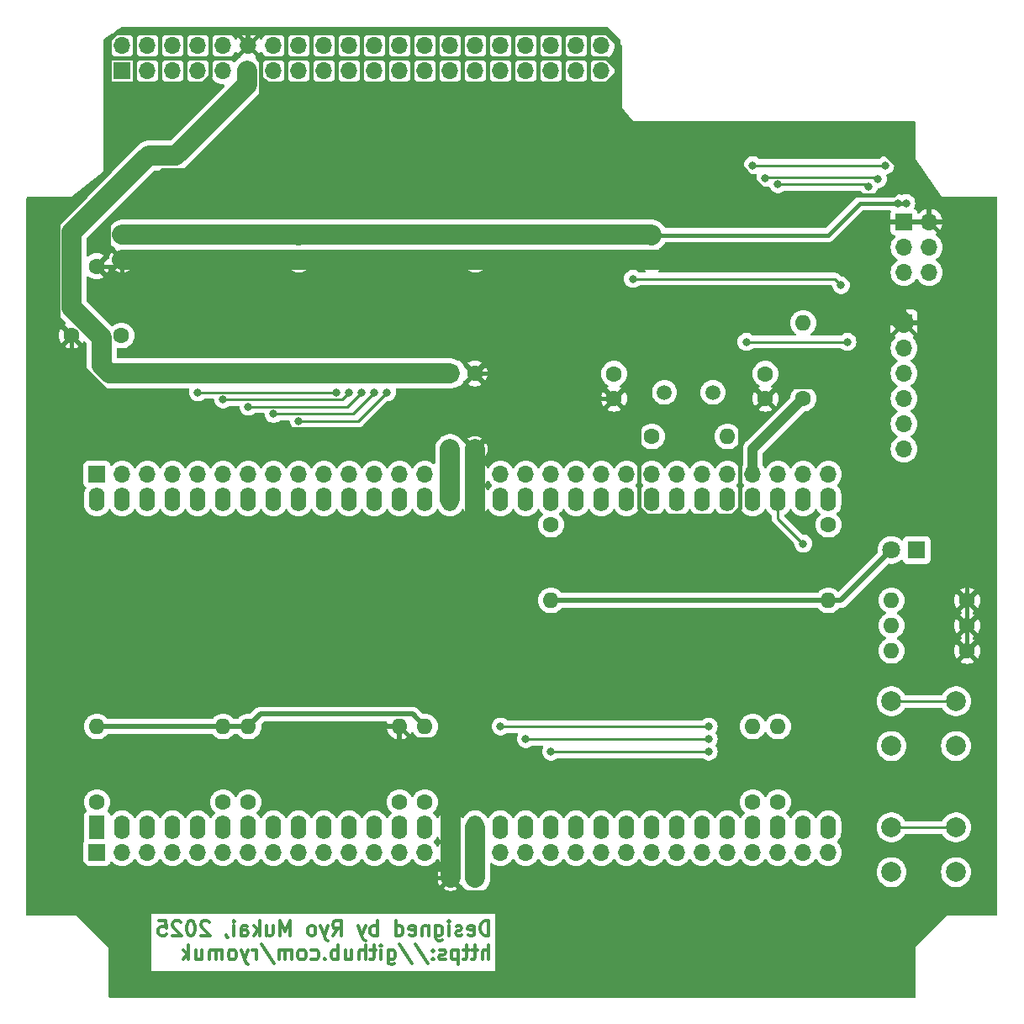
<source format=gbr>
%TF.GenerationSoftware,KiCad,Pcbnew,8.0.5*%
%TF.CreationDate,2025-08-25T13:08:50+09:00*%
%TF.ProjectId,TangConsoleDCJ11MEM,54616e67-436f-46e7-936f-6c6544434a31,rev?*%
%TF.SameCoordinates,Original*%
%TF.FileFunction,Copper,L2,Bot*%
%TF.FilePolarity,Positive*%
%FSLAX46Y46*%
G04 Gerber Fmt 4.6, Leading zero omitted, Abs format (unit mm)*
G04 Created by KiCad (PCBNEW 8.0.5) date 2025-08-25 13:08:50*
%MOMM*%
%LPD*%
G01*
G04 APERTURE LIST*
%ADD10C,0.300000*%
%TA.AperFunction,NonConductor*%
%ADD11C,0.300000*%
%TD*%
%TA.AperFunction,ComponentPad*%
%ADD12C,1.600000*%
%TD*%
%TA.AperFunction,ComponentPad*%
%ADD13C,2.000000*%
%TD*%
%TA.AperFunction,ComponentPad*%
%ADD14O,1.600000X1.600000*%
%TD*%
%TA.AperFunction,ComponentPad*%
%ADD15R,1.700000X1.700000*%
%TD*%
%TA.AperFunction,ComponentPad*%
%ADD16O,1.700000X1.700000*%
%TD*%
%TA.AperFunction,ComponentPad*%
%ADD17C,1.500000*%
%TD*%
%TA.AperFunction,ComponentPad*%
%ADD18C,1.800000*%
%TD*%
%TA.AperFunction,ComponentPad*%
%ADD19R,1.800000X1.800000*%
%TD*%
%TA.AperFunction,ComponentPad*%
%ADD20R,1.600000X2.400000*%
%TD*%
%TA.AperFunction,ComponentPad*%
%ADD21O,1.600000X2.400000*%
%TD*%
%TA.AperFunction,ComponentPad*%
%ADD22R,1.600000X1.600000*%
%TD*%
%TA.AperFunction,ViaPad*%
%ADD23C,0.800000*%
%TD*%
%TA.AperFunction,Conductor*%
%ADD24C,2.000000*%
%TD*%
%TA.AperFunction,Conductor*%
%ADD25C,0.500000*%
%TD*%
%TA.AperFunction,Conductor*%
%ADD26C,0.250000*%
%TD*%
%TA.AperFunction,Conductor*%
%ADD27C,0.400000*%
%TD*%
%TA.AperFunction,Conductor*%
%ADD28C,1.000000*%
%TD*%
G04 APERTURE END LIST*
D10*
D11*
X47070489Y-92180870D02*
X47070489Y-90680870D01*
X47070489Y-90680870D02*
X46713346Y-90680870D01*
X46713346Y-90680870D02*
X46499060Y-90752299D01*
X46499060Y-90752299D02*
X46356203Y-90895156D01*
X46356203Y-90895156D02*
X46284774Y-91038013D01*
X46284774Y-91038013D02*
X46213346Y-91323727D01*
X46213346Y-91323727D02*
X46213346Y-91538013D01*
X46213346Y-91538013D02*
X46284774Y-91823727D01*
X46284774Y-91823727D02*
X46356203Y-91966584D01*
X46356203Y-91966584D02*
X46499060Y-92109442D01*
X46499060Y-92109442D02*
X46713346Y-92180870D01*
X46713346Y-92180870D02*
X47070489Y-92180870D01*
X44999060Y-92109442D02*
X45141917Y-92180870D01*
X45141917Y-92180870D02*
X45427632Y-92180870D01*
X45427632Y-92180870D02*
X45570489Y-92109442D01*
X45570489Y-92109442D02*
X45641917Y-91966584D01*
X45641917Y-91966584D02*
X45641917Y-91395156D01*
X45641917Y-91395156D02*
X45570489Y-91252299D01*
X45570489Y-91252299D02*
X45427632Y-91180870D01*
X45427632Y-91180870D02*
X45141917Y-91180870D01*
X45141917Y-91180870D02*
X44999060Y-91252299D01*
X44999060Y-91252299D02*
X44927632Y-91395156D01*
X44927632Y-91395156D02*
X44927632Y-91538013D01*
X44927632Y-91538013D02*
X45641917Y-91680870D01*
X44356203Y-92109442D02*
X44213346Y-92180870D01*
X44213346Y-92180870D02*
X43927632Y-92180870D01*
X43927632Y-92180870D02*
X43784775Y-92109442D01*
X43784775Y-92109442D02*
X43713346Y-91966584D01*
X43713346Y-91966584D02*
X43713346Y-91895156D01*
X43713346Y-91895156D02*
X43784775Y-91752299D01*
X43784775Y-91752299D02*
X43927632Y-91680870D01*
X43927632Y-91680870D02*
X44141918Y-91680870D01*
X44141918Y-91680870D02*
X44284775Y-91609442D01*
X44284775Y-91609442D02*
X44356203Y-91466584D01*
X44356203Y-91466584D02*
X44356203Y-91395156D01*
X44356203Y-91395156D02*
X44284775Y-91252299D01*
X44284775Y-91252299D02*
X44141918Y-91180870D01*
X44141918Y-91180870D02*
X43927632Y-91180870D01*
X43927632Y-91180870D02*
X43784775Y-91252299D01*
X43070489Y-92180870D02*
X43070489Y-91180870D01*
X43070489Y-90680870D02*
X43141917Y-90752299D01*
X43141917Y-90752299D02*
X43070489Y-90823727D01*
X43070489Y-90823727D02*
X42999060Y-90752299D01*
X42999060Y-90752299D02*
X43070489Y-90680870D01*
X43070489Y-90680870D02*
X43070489Y-90823727D01*
X41713346Y-91180870D02*
X41713346Y-92395156D01*
X41713346Y-92395156D02*
X41784774Y-92538013D01*
X41784774Y-92538013D02*
X41856203Y-92609442D01*
X41856203Y-92609442D02*
X41999060Y-92680870D01*
X41999060Y-92680870D02*
X42213346Y-92680870D01*
X42213346Y-92680870D02*
X42356203Y-92609442D01*
X41713346Y-92109442D02*
X41856203Y-92180870D01*
X41856203Y-92180870D02*
X42141917Y-92180870D01*
X42141917Y-92180870D02*
X42284774Y-92109442D01*
X42284774Y-92109442D02*
X42356203Y-92038013D01*
X42356203Y-92038013D02*
X42427631Y-91895156D01*
X42427631Y-91895156D02*
X42427631Y-91466584D01*
X42427631Y-91466584D02*
X42356203Y-91323727D01*
X42356203Y-91323727D02*
X42284774Y-91252299D01*
X42284774Y-91252299D02*
X42141917Y-91180870D01*
X42141917Y-91180870D02*
X41856203Y-91180870D01*
X41856203Y-91180870D02*
X41713346Y-91252299D01*
X40999060Y-91180870D02*
X40999060Y-92180870D01*
X40999060Y-91323727D02*
X40927631Y-91252299D01*
X40927631Y-91252299D02*
X40784774Y-91180870D01*
X40784774Y-91180870D02*
X40570488Y-91180870D01*
X40570488Y-91180870D02*
X40427631Y-91252299D01*
X40427631Y-91252299D02*
X40356203Y-91395156D01*
X40356203Y-91395156D02*
X40356203Y-92180870D01*
X39070488Y-92109442D02*
X39213345Y-92180870D01*
X39213345Y-92180870D02*
X39499060Y-92180870D01*
X39499060Y-92180870D02*
X39641917Y-92109442D01*
X39641917Y-92109442D02*
X39713345Y-91966584D01*
X39713345Y-91966584D02*
X39713345Y-91395156D01*
X39713345Y-91395156D02*
X39641917Y-91252299D01*
X39641917Y-91252299D02*
X39499060Y-91180870D01*
X39499060Y-91180870D02*
X39213345Y-91180870D01*
X39213345Y-91180870D02*
X39070488Y-91252299D01*
X39070488Y-91252299D02*
X38999060Y-91395156D01*
X38999060Y-91395156D02*
X38999060Y-91538013D01*
X38999060Y-91538013D02*
X39713345Y-91680870D01*
X37713346Y-92180870D02*
X37713346Y-90680870D01*
X37713346Y-92109442D02*
X37856203Y-92180870D01*
X37856203Y-92180870D02*
X38141917Y-92180870D01*
X38141917Y-92180870D02*
X38284774Y-92109442D01*
X38284774Y-92109442D02*
X38356203Y-92038013D01*
X38356203Y-92038013D02*
X38427631Y-91895156D01*
X38427631Y-91895156D02*
X38427631Y-91466584D01*
X38427631Y-91466584D02*
X38356203Y-91323727D01*
X38356203Y-91323727D02*
X38284774Y-91252299D01*
X38284774Y-91252299D02*
X38141917Y-91180870D01*
X38141917Y-91180870D02*
X37856203Y-91180870D01*
X37856203Y-91180870D02*
X37713346Y-91252299D01*
X35856203Y-92180870D02*
X35856203Y-90680870D01*
X35856203Y-91252299D02*
X35713346Y-91180870D01*
X35713346Y-91180870D02*
X35427631Y-91180870D01*
X35427631Y-91180870D02*
X35284774Y-91252299D01*
X35284774Y-91252299D02*
X35213346Y-91323727D01*
X35213346Y-91323727D02*
X35141917Y-91466584D01*
X35141917Y-91466584D02*
X35141917Y-91895156D01*
X35141917Y-91895156D02*
X35213346Y-92038013D01*
X35213346Y-92038013D02*
X35284774Y-92109442D01*
X35284774Y-92109442D02*
X35427631Y-92180870D01*
X35427631Y-92180870D02*
X35713346Y-92180870D01*
X35713346Y-92180870D02*
X35856203Y-92109442D01*
X34641917Y-91180870D02*
X34284774Y-92180870D01*
X33927631Y-91180870D02*
X34284774Y-92180870D01*
X34284774Y-92180870D02*
X34427631Y-92538013D01*
X34427631Y-92538013D02*
X34499060Y-92609442D01*
X34499060Y-92609442D02*
X34641917Y-92680870D01*
X31356203Y-92180870D02*
X31856203Y-91466584D01*
X32213346Y-92180870D02*
X32213346Y-90680870D01*
X32213346Y-90680870D02*
X31641917Y-90680870D01*
X31641917Y-90680870D02*
X31499060Y-90752299D01*
X31499060Y-90752299D02*
X31427631Y-90823727D01*
X31427631Y-90823727D02*
X31356203Y-90966584D01*
X31356203Y-90966584D02*
X31356203Y-91180870D01*
X31356203Y-91180870D02*
X31427631Y-91323727D01*
X31427631Y-91323727D02*
X31499060Y-91395156D01*
X31499060Y-91395156D02*
X31641917Y-91466584D01*
X31641917Y-91466584D02*
X32213346Y-91466584D01*
X30856203Y-91180870D02*
X30499060Y-92180870D01*
X30141917Y-91180870D02*
X30499060Y-92180870D01*
X30499060Y-92180870D02*
X30641917Y-92538013D01*
X30641917Y-92538013D02*
X30713346Y-92609442D01*
X30713346Y-92609442D02*
X30856203Y-92680870D01*
X29356203Y-92180870D02*
X29499060Y-92109442D01*
X29499060Y-92109442D02*
X29570489Y-92038013D01*
X29570489Y-92038013D02*
X29641917Y-91895156D01*
X29641917Y-91895156D02*
X29641917Y-91466584D01*
X29641917Y-91466584D02*
X29570489Y-91323727D01*
X29570489Y-91323727D02*
X29499060Y-91252299D01*
X29499060Y-91252299D02*
X29356203Y-91180870D01*
X29356203Y-91180870D02*
X29141917Y-91180870D01*
X29141917Y-91180870D02*
X28999060Y-91252299D01*
X28999060Y-91252299D02*
X28927632Y-91323727D01*
X28927632Y-91323727D02*
X28856203Y-91466584D01*
X28856203Y-91466584D02*
X28856203Y-91895156D01*
X28856203Y-91895156D02*
X28927632Y-92038013D01*
X28927632Y-92038013D02*
X28999060Y-92109442D01*
X28999060Y-92109442D02*
X29141917Y-92180870D01*
X29141917Y-92180870D02*
X29356203Y-92180870D01*
X27070489Y-92180870D02*
X27070489Y-90680870D01*
X27070489Y-90680870D02*
X26570489Y-91752299D01*
X26570489Y-91752299D02*
X26070489Y-90680870D01*
X26070489Y-90680870D02*
X26070489Y-92180870D01*
X24713346Y-91180870D02*
X24713346Y-92180870D01*
X25356203Y-91180870D02*
X25356203Y-91966584D01*
X25356203Y-91966584D02*
X25284774Y-92109442D01*
X25284774Y-92109442D02*
X25141917Y-92180870D01*
X25141917Y-92180870D02*
X24927631Y-92180870D01*
X24927631Y-92180870D02*
X24784774Y-92109442D01*
X24784774Y-92109442D02*
X24713346Y-92038013D01*
X23999060Y-92180870D02*
X23999060Y-90680870D01*
X23856203Y-91609442D02*
X23427631Y-92180870D01*
X23427631Y-91180870D02*
X23999060Y-91752299D01*
X22141917Y-92180870D02*
X22141917Y-91395156D01*
X22141917Y-91395156D02*
X22213345Y-91252299D01*
X22213345Y-91252299D02*
X22356202Y-91180870D01*
X22356202Y-91180870D02*
X22641917Y-91180870D01*
X22641917Y-91180870D02*
X22784774Y-91252299D01*
X22141917Y-92109442D02*
X22284774Y-92180870D01*
X22284774Y-92180870D02*
X22641917Y-92180870D01*
X22641917Y-92180870D02*
X22784774Y-92109442D01*
X22784774Y-92109442D02*
X22856202Y-91966584D01*
X22856202Y-91966584D02*
X22856202Y-91823727D01*
X22856202Y-91823727D02*
X22784774Y-91680870D01*
X22784774Y-91680870D02*
X22641917Y-91609442D01*
X22641917Y-91609442D02*
X22284774Y-91609442D01*
X22284774Y-91609442D02*
X22141917Y-91538013D01*
X21427631Y-92180870D02*
X21427631Y-91180870D01*
X21427631Y-90680870D02*
X21499059Y-90752299D01*
X21499059Y-90752299D02*
X21427631Y-90823727D01*
X21427631Y-90823727D02*
X21356202Y-90752299D01*
X21356202Y-90752299D02*
X21427631Y-90680870D01*
X21427631Y-90680870D02*
X21427631Y-90823727D01*
X20641916Y-92109442D02*
X20641916Y-92180870D01*
X20641916Y-92180870D02*
X20713345Y-92323727D01*
X20713345Y-92323727D02*
X20784773Y-92395156D01*
X18927630Y-90823727D02*
X18856202Y-90752299D01*
X18856202Y-90752299D02*
X18713345Y-90680870D01*
X18713345Y-90680870D02*
X18356202Y-90680870D01*
X18356202Y-90680870D02*
X18213345Y-90752299D01*
X18213345Y-90752299D02*
X18141916Y-90823727D01*
X18141916Y-90823727D02*
X18070487Y-90966584D01*
X18070487Y-90966584D02*
X18070487Y-91109442D01*
X18070487Y-91109442D02*
X18141916Y-91323727D01*
X18141916Y-91323727D02*
X18999059Y-92180870D01*
X18999059Y-92180870D02*
X18070487Y-92180870D01*
X17141916Y-90680870D02*
X16999059Y-90680870D01*
X16999059Y-90680870D02*
X16856202Y-90752299D01*
X16856202Y-90752299D02*
X16784774Y-90823727D01*
X16784774Y-90823727D02*
X16713345Y-90966584D01*
X16713345Y-90966584D02*
X16641916Y-91252299D01*
X16641916Y-91252299D02*
X16641916Y-91609442D01*
X16641916Y-91609442D02*
X16713345Y-91895156D01*
X16713345Y-91895156D02*
X16784774Y-92038013D01*
X16784774Y-92038013D02*
X16856202Y-92109442D01*
X16856202Y-92109442D02*
X16999059Y-92180870D01*
X16999059Y-92180870D02*
X17141916Y-92180870D01*
X17141916Y-92180870D02*
X17284774Y-92109442D01*
X17284774Y-92109442D02*
X17356202Y-92038013D01*
X17356202Y-92038013D02*
X17427631Y-91895156D01*
X17427631Y-91895156D02*
X17499059Y-91609442D01*
X17499059Y-91609442D02*
X17499059Y-91252299D01*
X17499059Y-91252299D02*
X17427631Y-90966584D01*
X17427631Y-90966584D02*
X17356202Y-90823727D01*
X17356202Y-90823727D02*
X17284774Y-90752299D01*
X17284774Y-90752299D02*
X17141916Y-90680870D01*
X16070488Y-90823727D02*
X15999060Y-90752299D01*
X15999060Y-90752299D02*
X15856203Y-90680870D01*
X15856203Y-90680870D02*
X15499060Y-90680870D01*
X15499060Y-90680870D02*
X15356203Y-90752299D01*
X15356203Y-90752299D02*
X15284774Y-90823727D01*
X15284774Y-90823727D02*
X15213345Y-90966584D01*
X15213345Y-90966584D02*
X15213345Y-91109442D01*
X15213345Y-91109442D02*
X15284774Y-91323727D01*
X15284774Y-91323727D02*
X16141917Y-92180870D01*
X16141917Y-92180870D02*
X15213345Y-92180870D01*
X13856203Y-90680870D02*
X14570489Y-90680870D01*
X14570489Y-90680870D02*
X14641917Y-91395156D01*
X14641917Y-91395156D02*
X14570489Y-91323727D01*
X14570489Y-91323727D02*
X14427632Y-91252299D01*
X14427632Y-91252299D02*
X14070489Y-91252299D01*
X14070489Y-91252299D02*
X13927632Y-91323727D01*
X13927632Y-91323727D02*
X13856203Y-91395156D01*
X13856203Y-91395156D02*
X13784774Y-91538013D01*
X13784774Y-91538013D02*
X13784774Y-91895156D01*
X13784774Y-91895156D02*
X13856203Y-92038013D01*
X13856203Y-92038013D02*
X13927632Y-92109442D01*
X13927632Y-92109442D02*
X14070489Y-92180870D01*
X14070489Y-92180870D02*
X14427632Y-92180870D01*
X14427632Y-92180870D02*
X14570489Y-92109442D01*
X14570489Y-92109442D02*
X14641917Y-92038013D01*
X47070489Y-94595786D02*
X47070489Y-93095786D01*
X46427632Y-94595786D02*
X46427632Y-93810072D01*
X46427632Y-93810072D02*
X46499060Y-93667215D01*
X46499060Y-93667215D02*
X46641917Y-93595786D01*
X46641917Y-93595786D02*
X46856203Y-93595786D01*
X46856203Y-93595786D02*
X46999060Y-93667215D01*
X46999060Y-93667215D02*
X47070489Y-93738643D01*
X45927631Y-93595786D02*
X45356203Y-93595786D01*
X45713346Y-93095786D02*
X45713346Y-94381500D01*
X45713346Y-94381500D02*
X45641917Y-94524358D01*
X45641917Y-94524358D02*
X45499060Y-94595786D01*
X45499060Y-94595786D02*
X45356203Y-94595786D01*
X45070488Y-93595786D02*
X44499060Y-93595786D01*
X44856203Y-93095786D02*
X44856203Y-94381500D01*
X44856203Y-94381500D02*
X44784774Y-94524358D01*
X44784774Y-94524358D02*
X44641917Y-94595786D01*
X44641917Y-94595786D02*
X44499060Y-94595786D01*
X43999060Y-93595786D02*
X43999060Y-95095786D01*
X43999060Y-93667215D02*
X43856203Y-93595786D01*
X43856203Y-93595786D02*
X43570488Y-93595786D01*
X43570488Y-93595786D02*
X43427631Y-93667215D01*
X43427631Y-93667215D02*
X43356203Y-93738643D01*
X43356203Y-93738643D02*
X43284774Y-93881500D01*
X43284774Y-93881500D02*
X43284774Y-94310072D01*
X43284774Y-94310072D02*
X43356203Y-94452929D01*
X43356203Y-94452929D02*
X43427631Y-94524358D01*
X43427631Y-94524358D02*
X43570488Y-94595786D01*
X43570488Y-94595786D02*
X43856203Y-94595786D01*
X43856203Y-94595786D02*
X43999060Y-94524358D01*
X42713345Y-94524358D02*
X42570488Y-94595786D01*
X42570488Y-94595786D02*
X42284774Y-94595786D01*
X42284774Y-94595786D02*
X42141917Y-94524358D01*
X42141917Y-94524358D02*
X42070488Y-94381500D01*
X42070488Y-94381500D02*
X42070488Y-94310072D01*
X42070488Y-94310072D02*
X42141917Y-94167215D01*
X42141917Y-94167215D02*
X42284774Y-94095786D01*
X42284774Y-94095786D02*
X42499060Y-94095786D01*
X42499060Y-94095786D02*
X42641917Y-94024358D01*
X42641917Y-94024358D02*
X42713345Y-93881500D01*
X42713345Y-93881500D02*
X42713345Y-93810072D01*
X42713345Y-93810072D02*
X42641917Y-93667215D01*
X42641917Y-93667215D02*
X42499060Y-93595786D01*
X42499060Y-93595786D02*
X42284774Y-93595786D01*
X42284774Y-93595786D02*
X42141917Y-93667215D01*
X41427631Y-94452929D02*
X41356202Y-94524358D01*
X41356202Y-94524358D02*
X41427631Y-94595786D01*
X41427631Y-94595786D02*
X41499059Y-94524358D01*
X41499059Y-94524358D02*
X41427631Y-94452929D01*
X41427631Y-94452929D02*
X41427631Y-94595786D01*
X41427631Y-93667215D02*
X41356202Y-93738643D01*
X41356202Y-93738643D02*
X41427631Y-93810072D01*
X41427631Y-93810072D02*
X41499059Y-93738643D01*
X41499059Y-93738643D02*
X41427631Y-93667215D01*
X41427631Y-93667215D02*
X41427631Y-93810072D01*
X39641916Y-93024358D02*
X40927630Y-94952929D01*
X38070487Y-93024358D02*
X39356201Y-94952929D01*
X36927630Y-93595786D02*
X36927630Y-94810072D01*
X36927630Y-94810072D02*
X36999058Y-94952929D01*
X36999058Y-94952929D02*
X37070487Y-95024358D01*
X37070487Y-95024358D02*
X37213344Y-95095786D01*
X37213344Y-95095786D02*
X37427630Y-95095786D01*
X37427630Y-95095786D02*
X37570487Y-95024358D01*
X36927630Y-94524358D02*
X37070487Y-94595786D01*
X37070487Y-94595786D02*
X37356201Y-94595786D01*
X37356201Y-94595786D02*
X37499058Y-94524358D01*
X37499058Y-94524358D02*
X37570487Y-94452929D01*
X37570487Y-94452929D02*
X37641915Y-94310072D01*
X37641915Y-94310072D02*
X37641915Y-93881500D01*
X37641915Y-93881500D02*
X37570487Y-93738643D01*
X37570487Y-93738643D02*
X37499058Y-93667215D01*
X37499058Y-93667215D02*
X37356201Y-93595786D01*
X37356201Y-93595786D02*
X37070487Y-93595786D01*
X37070487Y-93595786D02*
X36927630Y-93667215D01*
X36213344Y-94595786D02*
X36213344Y-93595786D01*
X36213344Y-93095786D02*
X36284772Y-93167215D01*
X36284772Y-93167215D02*
X36213344Y-93238643D01*
X36213344Y-93238643D02*
X36141915Y-93167215D01*
X36141915Y-93167215D02*
X36213344Y-93095786D01*
X36213344Y-93095786D02*
X36213344Y-93238643D01*
X35713343Y-93595786D02*
X35141915Y-93595786D01*
X35499058Y-93095786D02*
X35499058Y-94381500D01*
X35499058Y-94381500D02*
X35427629Y-94524358D01*
X35427629Y-94524358D02*
X35284772Y-94595786D01*
X35284772Y-94595786D02*
X35141915Y-94595786D01*
X34641915Y-94595786D02*
X34641915Y-93095786D01*
X33999058Y-94595786D02*
X33999058Y-93810072D01*
X33999058Y-93810072D02*
X34070486Y-93667215D01*
X34070486Y-93667215D02*
X34213343Y-93595786D01*
X34213343Y-93595786D02*
X34427629Y-93595786D01*
X34427629Y-93595786D02*
X34570486Y-93667215D01*
X34570486Y-93667215D02*
X34641915Y-93738643D01*
X32641915Y-93595786D02*
X32641915Y-94595786D01*
X33284772Y-93595786D02*
X33284772Y-94381500D01*
X33284772Y-94381500D02*
X33213343Y-94524358D01*
X33213343Y-94524358D02*
X33070486Y-94595786D01*
X33070486Y-94595786D02*
X32856200Y-94595786D01*
X32856200Y-94595786D02*
X32713343Y-94524358D01*
X32713343Y-94524358D02*
X32641915Y-94452929D01*
X31927629Y-94595786D02*
X31927629Y-93095786D01*
X31927629Y-93667215D02*
X31784772Y-93595786D01*
X31784772Y-93595786D02*
X31499057Y-93595786D01*
X31499057Y-93595786D02*
X31356200Y-93667215D01*
X31356200Y-93667215D02*
X31284772Y-93738643D01*
X31284772Y-93738643D02*
X31213343Y-93881500D01*
X31213343Y-93881500D02*
X31213343Y-94310072D01*
X31213343Y-94310072D02*
X31284772Y-94452929D01*
X31284772Y-94452929D02*
X31356200Y-94524358D01*
X31356200Y-94524358D02*
X31499057Y-94595786D01*
X31499057Y-94595786D02*
X31784772Y-94595786D01*
X31784772Y-94595786D02*
X31927629Y-94524358D01*
X30570486Y-94452929D02*
X30499057Y-94524358D01*
X30499057Y-94524358D02*
X30570486Y-94595786D01*
X30570486Y-94595786D02*
X30641914Y-94524358D01*
X30641914Y-94524358D02*
X30570486Y-94452929D01*
X30570486Y-94452929D02*
X30570486Y-94595786D01*
X29213343Y-94524358D02*
X29356200Y-94595786D01*
X29356200Y-94595786D02*
X29641914Y-94595786D01*
X29641914Y-94595786D02*
X29784771Y-94524358D01*
X29784771Y-94524358D02*
X29856200Y-94452929D01*
X29856200Y-94452929D02*
X29927628Y-94310072D01*
X29927628Y-94310072D02*
X29927628Y-93881500D01*
X29927628Y-93881500D02*
X29856200Y-93738643D01*
X29856200Y-93738643D02*
X29784771Y-93667215D01*
X29784771Y-93667215D02*
X29641914Y-93595786D01*
X29641914Y-93595786D02*
X29356200Y-93595786D01*
X29356200Y-93595786D02*
X29213343Y-93667215D01*
X28356200Y-94595786D02*
X28499057Y-94524358D01*
X28499057Y-94524358D02*
X28570486Y-94452929D01*
X28570486Y-94452929D02*
X28641914Y-94310072D01*
X28641914Y-94310072D02*
X28641914Y-93881500D01*
X28641914Y-93881500D02*
X28570486Y-93738643D01*
X28570486Y-93738643D02*
X28499057Y-93667215D01*
X28499057Y-93667215D02*
X28356200Y-93595786D01*
X28356200Y-93595786D02*
X28141914Y-93595786D01*
X28141914Y-93595786D02*
X27999057Y-93667215D01*
X27999057Y-93667215D02*
X27927629Y-93738643D01*
X27927629Y-93738643D02*
X27856200Y-93881500D01*
X27856200Y-93881500D02*
X27856200Y-94310072D01*
X27856200Y-94310072D02*
X27927629Y-94452929D01*
X27927629Y-94452929D02*
X27999057Y-94524358D01*
X27999057Y-94524358D02*
X28141914Y-94595786D01*
X28141914Y-94595786D02*
X28356200Y-94595786D01*
X27213343Y-94595786D02*
X27213343Y-93595786D01*
X27213343Y-93738643D02*
X27141914Y-93667215D01*
X27141914Y-93667215D02*
X26999057Y-93595786D01*
X26999057Y-93595786D02*
X26784771Y-93595786D01*
X26784771Y-93595786D02*
X26641914Y-93667215D01*
X26641914Y-93667215D02*
X26570486Y-93810072D01*
X26570486Y-93810072D02*
X26570486Y-94595786D01*
X26570486Y-93810072D02*
X26499057Y-93667215D01*
X26499057Y-93667215D02*
X26356200Y-93595786D01*
X26356200Y-93595786D02*
X26141914Y-93595786D01*
X26141914Y-93595786D02*
X25999057Y-93667215D01*
X25999057Y-93667215D02*
X25927628Y-93810072D01*
X25927628Y-93810072D02*
X25927628Y-94595786D01*
X24141914Y-93024358D02*
X25427628Y-94952929D01*
X23641914Y-94595786D02*
X23641914Y-93595786D01*
X23641914Y-93881500D02*
X23570485Y-93738643D01*
X23570485Y-93738643D02*
X23499057Y-93667215D01*
X23499057Y-93667215D02*
X23356199Y-93595786D01*
X23356199Y-93595786D02*
X23213342Y-93595786D01*
X22856200Y-93595786D02*
X22499057Y-94595786D01*
X22141914Y-93595786D02*
X22499057Y-94595786D01*
X22499057Y-94595786D02*
X22641914Y-94952929D01*
X22641914Y-94952929D02*
X22713343Y-95024358D01*
X22713343Y-95024358D02*
X22856200Y-95095786D01*
X21356200Y-94595786D02*
X21499057Y-94524358D01*
X21499057Y-94524358D02*
X21570486Y-94452929D01*
X21570486Y-94452929D02*
X21641914Y-94310072D01*
X21641914Y-94310072D02*
X21641914Y-93881500D01*
X21641914Y-93881500D02*
X21570486Y-93738643D01*
X21570486Y-93738643D02*
X21499057Y-93667215D01*
X21499057Y-93667215D02*
X21356200Y-93595786D01*
X21356200Y-93595786D02*
X21141914Y-93595786D01*
X21141914Y-93595786D02*
X20999057Y-93667215D01*
X20999057Y-93667215D02*
X20927629Y-93738643D01*
X20927629Y-93738643D02*
X20856200Y-93881500D01*
X20856200Y-93881500D02*
X20856200Y-94310072D01*
X20856200Y-94310072D02*
X20927629Y-94452929D01*
X20927629Y-94452929D02*
X20999057Y-94524358D01*
X20999057Y-94524358D02*
X21141914Y-94595786D01*
X21141914Y-94595786D02*
X21356200Y-94595786D01*
X20213343Y-94595786D02*
X20213343Y-93595786D01*
X20213343Y-93738643D02*
X20141914Y-93667215D01*
X20141914Y-93667215D02*
X19999057Y-93595786D01*
X19999057Y-93595786D02*
X19784771Y-93595786D01*
X19784771Y-93595786D02*
X19641914Y-93667215D01*
X19641914Y-93667215D02*
X19570486Y-93810072D01*
X19570486Y-93810072D02*
X19570486Y-94595786D01*
X19570486Y-93810072D02*
X19499057Y-93667215D01*
X19499057Y-93667215D02*
X19356200Y-93595786D01*
X19356200Y-93595786D02*
X19141914Y-93595786D01*
X19141914Y-93595786D02*
X18999057Y-93667215D01*
X18999057Y-93667215D02*
X18927628Y-93810072D01*
X18927628Y-93810072D02*
X18927628Y-94595786D01*
X17570486Y-93595786D02*
X17570486Y-94595786D01*
X18213343Y-93595786D02*
X18213343Y-94381500D01*
X18213343Y-94381500D02*
X18141914Y-94524358D01*
X18141914Y-94524358D02*
X17999057Y-94595786D01*
X17999057Y-94595786D02*
X17784771Y-94595786D01*
X17784771Y-94595786D02*
X17641914Y-94524358D01*
X17641914Y-94524358D02*
X17570486Y-94452929D01*
X16856200Y-94595786D02*
X16856200Y-93095786D01*
X16713343Y-94024358D02*
X16284771Y-94595786D01*
X16284771Y-93595786D02*
X16856200Y-94167215D01*
D12*
%TO.P,C8,1*%
%TO.N,+3.3V*%
X63500000Y-21590000D03*
%TO.P,C8,2*%
%TO.N,GND*%
X63500000Y-24090000D03*
%TD*%
%TO.P,C6,1*%
%TO.N,+3.3V*%
X27940000Y-21590000D03*
%TO.P,C6,2*%
%TO.N,GND*%
X27940000Y-24090000D03*
%TD*%
%TO.P,C7,1*%
%TO.N,+3.3V*%
X10160000Y-21590000D03*
%TO.P,C7,2*%
%TO.N,GND*%
X10160000Y-24090000D03*
%TD*%
%TO.P,C5,1*%
%TO.N,+3.3V*%
X45720000Y-21590000D03*
%TO.P,C5,2*%
%TO.N,GND*%
X45720000Y-24090000D03*
%TD*%
D13*
%TO.P,SW1,2,2*%
%TO.N,+3.3V*%
X94130000Y-73080000D03*
X87630000Y-73080000D03*
%TO.P,SW1,1,1*%
%TO.N,INIT_SW*%
X94130000Y-68580000D03*
X87630000Y-68580000D03*
%TD*%
D12*
%TO.P,R8,1*%
%TO.N,PARITY_n*%
X40640000Y-78740000D03*
D14*
%TO.P,R8,2*%
%TO.N,+5V*%
X40640000Y-71120000D03*
%TD*%
D15*
%TO.P,J5,1,Pin_1*%
%TO.N,GND*%
X88900000Y-20320000D03*
D16*
%TO.P,J5,2,Pin_2*%
X91440000Y-20320000D03*
%TO.P,J5,3,Pin_3*%
%TO.N,BS0_L*%
X88900000Y-22860000D03*
%TO.P,J5,4,Pin_4*%
%TO.N,BS1_L*%
X91440000Y-22860000D03*
%TO.P,J5,5,Pin_5*%
%TO.N,MAP_n_L*%
X88900000Y-25400000D03*
%TO.P,J5,6,Pin_6*%
%TO.N,STRB_n_L*%
X91440000Y-25400000D03*
%TD*%
D15*
%TO.P,J2,1,Pin_1*%
%TO.N,TEST1_n*%
X7620000Y-83820000D03*
D16*
%TO.P,J2,2,Pin_2*%
%TO.N,AIO0*%
X10160000Y-83820000D03*
%TO.P,J2,3,Pin_3*%
%TO.N,AIO1*%
X12700000Y-83820000D03*
%TO.P,J2,4,Pin_4*%
%TO.N,AIO2*%
X15240000Y-83820000D03*
%TO.P,J2,5,Pin_5*%
%TO.N,AIO3*%
X17780000Y-83820000D03*
%TO.P,J2,6,Pin_6*%
%TO.N,PWRF_n*%
X20320000Y-83820000D03*
%TO.P,J2,7,Pin_7*%
%TO.N,FPE_n*%
X22860000Y-83820000D03*
%TO.P,J2,8,Pin_8*%
%TO.N,EVENT_n*%
X25400000Y-83820000D03*
%TO.P,J2,9,Pin_9*%
%TO.N,HALT*%
X27940000Y-83820000D03*
%TO.P,J2,10,Pin_10*%
%TO.N,IRQ0*%
X30480000Y-83820000D03*
%TO.P,J2,11,Pin_11*%
%TO.N,IRQ1*%
X33020000Y-83820000D03*
%TO.P,J2,12,Pin_12*%
%TO.N,IRQ2*%
X35560000Y-83820000D03*
%TO.P,J2,13,Pin_13*%
%TO.N,IRQ3*%
X38100000Y-83820000D03*
%TO.P,J2,14,Pin_14*%
%TO.N,PARITY_n*%
X40640000Y-83820000D03*
%TO.P,J2,15,Pin_15*%
%TO.N,GND*%
X43180000Y-83820000D03*
%TO.P,J2,16,Pin_16*%
%TO.N,+5V*%
X45720000Y-83820000D03*
%TO.P,J2,17,Pin_17*%
%TO.N,BS0*%
X48260000Y-83820000D03*
%TO.P,J2,18,Pin_18*%
%TO.N,BS1*%
X50800000Y-83820000D03*
%TO.P,J2,19,Pin_19*%
%TO.N,MAP_n*%
X53340000Y-83820000D03*
%TO.P,J2,20,Pin_20*%
%TO.N,ABORT_n*%
X55880000Y-83820000D03*
%TO.P,J2,21,Pin_21*%
%TO.N,DAL21*%
X58420000Y-83820000D03*
%TO.P,J2,22,Pin_22*%
%TO.N,DAL20*%
X60960000Y-83820000D03*
%TO.P,J2,23,Pin_23*%
%TO.N,DAL19*%
X63500000Y-83820000D03*
%TO.P,J2,24,Pin_24*%
%TO.N,DAL18*%
X66040000Y-83820000D03*
%TO.P,J2,25,Pin_25*%
%TO.N,DAL17*%
X68580000Y-83820000D03*
%TO.P,J2,26,Pin_26*%
%TO.N,DAL16*%
X71120000Y-83820000D03*
%TO.P,J2,27,Pin_27*%
%TO.N,DMR_n*%
X73660000Y-83820000D03*
%TO.P,J2,28,Pin_28*%
%TO.N,MISS_n*%
X76200000Y-83820000D03*
%TO.P,J2,29,Pin_29*%
%TO.N,PRDC_n*%
X78740000Y-83820000D03*
%TO.P,J2,30,Pin_30*%
%TO.N,unconnected-(J2-Pin_30-Pad30)*%
X81280000Y-83820000D03*
%TD*%
D12*
%TO.P,R11,1*%
%TO.N,CLK2*%
X78740000Y-38100000D03*
D14*
%TO.P,R11,2*%
%TO.N,Net-(U5-A8)*%
X78740000Y-30480000D03*
%TD*%
D12*
%TO.P,R12,1*%
%TO.N,GND*%
X95250000Y-58420000D03*
D14*
%TO.P,R12,2*%
%TO.N,Net-(D1-K)*%
X87630000Y-58420000D03*
%TD*%
D12*
%TO.P,R10,1*%
%TO.N,MISS_n*%
X76200000Y-78740000D03*
D14*
%TO.P,R10,2*%
%TO.N,+5V*%
X76200000Y-71120000D03*
%TD*%
D17*
%TO.P,Y1,1,1*%
%TO.N,XTALI*%
X69650000Y-37465000D03*
%TO.P,Y1,2,2*%
%TO.N,XTALO*%
X64770000Y-37465000D03*
%TD*%
D18*
%TO.P,D1,2,A*%
%TO.N,+5V*%
X87630000Y-53340000D03*
D19*
%TO.P,D1,1,K*%
%TO.N,Net-(D1-K)*%
X90170000Y-53340000D03*
%TD*%
D12*
%TO.P,C1,1*%
%TO.N,GND*%
X59690000Y-38100000D03*
%TO.P,C1,2*%
%TO.N,XTALO*%
X59690000Y-35600000D03*
%TD*%
%TO.P,R3,1*%
%TO.N,TEST2_n*%
X81280000Y-50800000D03*
D14*
%TO.P,R3,2*%
%TO.N,+5V*%
X81280000Y-58420000D03*
%TD*%
D12*
%TO.P,C2,1*%
%TO.N,GND*%
X74930000Y-38100000D03*
%TO.P,C2,2*%
%TO.N,XTALI*%
X74930000Y-35600000D03*
%TD*%
%TO.P,R2,1*%
%TO.N,DV*%
X53340000Y-50800000D03*
D14*
%TO.P,R2,2*%
%TO.N,+5V*%
X53340000Y-58420000D03*
%TD*%
D12*
%TO.P,R13,1*%
%TO.N,GND*%
X95250000Y-60960000D03*
D14*
%TO.P,R13,2*%
%TO.N,INIT_SW*%
X87630000Y-60960000D03*
%TD*%
D12*
%TO.P,R5,1*%
%TO.N,PWRF_n*%
X20320000Y-78740000D03*
D14*
%TO.P,R5,2*%
%TO.N,+5V*%
X20320000Y-71120000D03*
%TD*%
D12*
%TO.P,C10,1*%
%TO.N,+5V*%
X45720000Y-86360000D03*
%TO.P,C10,2*%
%TO.N,GND*%
X43220000Y-86360000D03*
%TD*%
D13*
%TO.P,SW2,1,1*%
%TO.N,HALT_SW*%
X87630000Y-81280000D03*
X94130000Y-81280000D03*
%TO.P,SW2,2,2*%
%TO.N,+3.3V*%
X87630000Y-85780000D03*
X94130000Y-85780000D03*
%TD*%
D12*
%TO.P,R7,1*%
%TO.N,IRQ3*%
X38100000Y-78740000D03*
D14*
%TO.P,R7,2*%
%TO.N,GND*%
X38100000Y-71120000D03*
%TD*%
D12*
%TO.P,R9,1*%
%TO.N,DMR_n*%
X73660000Y-78740000D03*
D14*
%TO.P,R9,2*%
%TO.N,+5V*%
X73660000Y-71120000D03*
%TD*%
D12*
%TO.P,R1,1*%
%TO.N,XTALO*%
X63500000Y-41910000D03*
D14*
%TO.P,R1,2*%
%TO.N,XTALI*%
X71120000Y-41910000D03*
%TD*%
D20*
%TO.P,U1,1,~{TEST1}*%
%TO.N,TEST1_n*%
X7620000Y-81280000D03*
D21*
%TO.P,U1,2,AIO0*%
%TO.N,AIO0*%
X10160000Y-81280000D03*
%TO.P,U1,3,AIO1*%
%TO.N,AIO1*%
X12700000Y-81280000D03*
%TO.P,U1,4,AIO2*%
%TO.N,AIO2*%
X15240000Y-81280000D03*
%TO.P,U1,5,AIO3*%
%TO.N,AIO3*%
X17780000Y-81280000D03*
%TO.P,U1,6,~{PWRF}*%
%TO.N,PWRF_n*%
X20320000Y-81280000D03*
%TO.P,U1,7,~{FPE}*%
%TO.N,FPE_n*%
X22860000Y-81280000D03*
%TO.P,U1,8,~{EVENT}*%
%TO.N,EVENT_n*%
X25400000Y-81280000D03*
%TO.P,U1,9,HALT*%
%TO.N,HALT*%
X27940000Y-81280000D03*
%TO.P,U1,10,IRQ0*%
%TO.N,IRQ0*%
X30480000Y-81280000D03*
%TO.P,U1,11,IRQ1*%
%TO.N,IRQ1*%
X33020000Y-81280000D03*
%TO.P,U1,12,IRQ2*%
%TO.N,IRQ2*%
X35560000Y-81280000D03*
%TO.P,U1,13,IRQ3*%
%TO.N,IRQ3*%
X38100000Y-81280000D03*
%TO.P,U1,14,~{PARITY}*%
%TO.N,PARITY_n*%
X40640000Y-81280000D03*
%TO.P,U1,15,GND*%
%TO.N,GND*%
X43180000Y-81280000D03*
%TO.P,U1,16,VCC*%
%TO.N,+5V*%
X45720000Y-81280000D03*
%TO.P,U1,17,BS0*%
%TO.N,BS0*%
X48260000Y-81280000D03*
%TO.P,U1,18,BS1*%
%TO.N,BS1*%
X50800000Y-81280000D03*
%TO.P,U1,19,~{MAP}*%
%TO.N,MAP_n*%
X53340000Y-81280000D03*
%TO.P,U1,20,~{ABORT}*%
%TO.N,ABORT_n*%
X55880000Y-81280000D03*
%TO.P,U1,21,DAL21*%
%TO.N,DAL21*%
X58420000Y-81280000D03*
%TO.P,U1,22,DAL20*%
%TO.N,DAL20*%
X60960000Y-81280000D03*
%TO.P,U1,23,DAL19*%
%TO.N,DAL19*%
X63500000Y-81280000D03*
%TO.P,U1,24,DAL18*%
%TO.N,DAL18*%
X66040000Y-81280000D03*
%TO.P,U1,25,DAL17*%
%TO.N,DAL17*%
X68580000Y-81280000D03*
%TO.P,U1,26,DAL16*%
%TO.N,DAL16*%
X71120000Y-81280000D03*
%TO.P,U1,27,~{DMR}*%
%TO.N,DMR_n*%
X73660000Y-81280000D03*
%TO.P,U1,28,~{MISS}*%
%TO.N,MISS_n*%
X76200000Y-81280000D03*
%TO.P,U1,29,~{PRDC}*%
%TO.N,PRDC_n*%
X78740000Y-81280000D03*
%TO.P,U1,30,NC*%
%TO.N,unconnected-(U1-NC-Pad30)*%
X81280000Y-81280000D03*
%TO.P,U1,31,~{TEST2}*%
%TO.N,TEST2_n*%
X81280000Y-48260000D03*
%TO.P,U1,32,CONT*%
%TO.N,CONT_n*%
X78740000Y-48260000D03*
%TO.P,U1,33,~{INIT}*%
%TO.N,INIT_n*%
X76200000Y-48260000D03*
%TO.P,U1,34,CLK2*%
%TO.N,CLK2*%
X73660000Y-48260000D03*
%TO.P,U1,35,CLK*%
%TO.N,CLK*%
X71120000Y-48260000D03*
%TO.P,U1,36,XTALI*%
%TO.N,XTALI*%
X68580000Y-48260000D03*
%TO.P,U1,37,XTALO*%
%TO.N,XTALO*%
X66040000Y-48260000D03*
%TO.P,U1,38,~{SCTL}*%
%TO.N,SCTL_n*%
X63500000Y-48260000D03*
%TO.P,U1,39,~{STRB}*%
%TO.N,STRB_n*%
X60960000Y-48260000D03*
%TO.P,U1,40,~{ALE}*%
%TO.N,ALE_n*%
X58420000Y-48260000D03*
%TO.P,U1,41,~{BUFCTL}*%
%TO.N,BUFCTL_n*%
X55880000Y-48260000D03*
%TO.P,U1,42,DV*%
%TO.N,DV*%
X53340000Y-48260000D03*
%TO.P,U1,43,DAL5*%
%TO.N,DAL5*%
X50800000Y-48260000D03*
%TO.P,U1,44,DAL4*%
%TO.N,DAL4*%
X48260000Y-48260000D03*
%TO.P,U1,45,GND*%
%TO.N,GND*%
X45720000Y-48260000D03*
%TO.P,U1,46,VCC*%
%TO.N,+5V*%
X43180000Y-48260000D03*
%TO.P,U1,47,DAL3*%
%TO.N,DAL3*%
X40640000Y-48260000D03*
%TO.P,U1,48,DAL2*%
%TO.N,DAL2*%
X38100000Y-48260000D03*
%TO.P,U1,49,DAL1*%
%TO.N,DAL1*%
X35560000Y-48260000D03*
%TO.P,U1,50,DAL15*%
%TO.N,DAL15*%
X33020000Y-48260000D03*
%TO.P,U1,51,DAL14*%
%TO.N,DAL14*%
X30480000Y-48260000D03*
%TO.P,U1,52,DAL13*%
%TO.N,DAL13*%
X27940000Y-48260000D03*
%TO.P,U1,53,DAL12*%
%TO.N,DAL12*%
X25400000Y-48260000D03*
%TO.P,U1,54,DAL11*%
%TO.N,DAL11*%
X22860000Y-48260000D03*
%TO.P,U1,55,DAL10*%
%TO.N,DAL10*%
X20320000Y-48260000D03*
%TO.P,U1,56,DAL9*%
%TO.N,DAL9*%
X17780000Y-48260000D03*
%TO.P,U1,57,DAL0*%
%TO.N,DAL0*%
X15240000Y-48260000D03*
%TO.P,U1,58,DAL8*%
%TO.N,DAL8*%
X12700000Y-48260000D03*
%TO.P,U1,59,DAL7*%
%TO.N,DAL7*%
X10160000Y-48260000D03*
%TO.P,U1,60,DAL6*%
%TO.N,DAL6*%
X7620000Y-48260000D03*
%TD*%
D12*
%TO.P,C9,1*%
%TO.N,+5V*%
X43180000Y-43180000D03*
%TO.P,C9,2*%
%TO.N,GND*%
X45680000Y-43180000D03*
%TD*%
%TO.P,R6,1*%
%TO.N,FPE_n*%
X22860000Y-78740000D03*
D14*
%TO.P,R6,2*%
%TO.N,+5V*%
X22860000Y-71120000D03*
%TD*%
D12*
%TO.P,R4,1*%
%TO.N,TEST1_n*%
X7620000Y-78740000D03*
D14*
%TO.P,R4,2*%
%TO.N,+5V*%
X7620000Y-71120000D03*
%TD*%
D22*
%TO.P,C11,1*%
%TO.N,+5V*%
X43180000Y-35560000D03*
D12*
%TO.P,C11,2*%
%TO.N,GND*%
X45680000Y-35560000D03*
%TD*%
%TO.P,R14,1*%
%TO.N,GND*%
X95250000Y-63500000D03*
D14*
%TO.P,R14,2*%
%TO.N,HALT_SW*%
X87630000Y-63500000D03*
%TD*%
D15*
%TO.P,J4,1,Pin_1*%
%TO.N,GND*%
X88900000Y-30480000D03*
D16*
%TO.P,J4,2,Pin_2*%
%TO.N,unconnected-(J4-Pin_2-Pad2)*%
X88900000Y-33020000D03*
%TO.P,J4,3,Pin_3*%
%TO.N,unconnected-(J4-Pin_3-Pad3)*%
X88900000Y-35560000D03*
%TO.P,J4,4,Pin_4*%
%TO.N,GPIO_RX*%
X88900000Y-38100000D03*
%TO.P,J4,5,Pin_5*%
%TO.N,GPIO_TX*%
X88900000Y-40640000D03*
%TO.P,J4,6,Pin_6*%
%TO.N,unconnected-(J4-Pin_6-Pad6)*%
X88900000Y-43180000D03*
%TD*%
D12*
%TO.P,C3,1*%
%TO.N,+5V*%
X5080000Y-24765000D03*
%TO.P,C3,2*%
%TO.N,GND*%
X7580000Y-24765000D03*
%TD*%
%TO.P,C4,1*%
%TO.N,+3.3V*%
X10080000Y-31750000D03*
%TO.P,C4,2*%
%TO.N,GND*%
X5080000Y-31750000D03*
%TD*%
D15*
%TO.P,J3,1,Pin_1*%
%TO.N,DAL6*%
X7620000Y-45720000D03*
D16*
%TO.P,J3,2,Pin_2*%
%TO.N,DAL7*%
X10160000Y-45720000D03*
%TO.P,J3,3,Pin_3*%
%TO.N,DAL8*%
X12700000Y-45720000D03*
%TO.P,J3,4,Pin_4*%
%TO.N,DAL0*%
X15240000Y-45720000D03*
%TO.P,J3,5,Pin_5*%
%TO.N,DAL9*%
X17780000Y-45720000D03*
%TO.P,J3,6,Pin_6*%
%TO.N,DAL10*%
X20320000Y-45720000D03*
%TO.P,J3,7,Pin_7*%
%TO.N,DAL11*%
X22860000Y-45720000D03*
%TO.P,J3,8,Pin_8*%
%TO.N,DAL12*%
X25400000Y-45720000D03*
%TO.P,J3,9,Pin_9*%
%TO.N,DAL13*%
X27940000Y-45720000D03*
%TO.P,J3,10,Pin_10*%
%TO.N,DAL14*%
X30480000Y-45720000D03*
%TO.P,J3,11,Pin_11*%
%TO.N,DAL15*%
X33020000Y-45720000D03*
%TO.P,J3,12,Pin_12*%
%TO.N,DAL1*%
X35560000Y-45720000D03*
%TO.P,J3,13,Pin_13*%
%TO.N,DAL2*%
X38100000Y-45720000D03*
%TO.P,J3,14,Pin_14*%
%TO.N,DAL3*%
X40640000Y-45720000D03*
%TO.P,J3,15,Pin_15*%
%TO.N,+5V*%
X43180000Y-45720000D03*
%TO.P,J3,16,Pin_16*%
%TO.N,GND*%
X45720000Y-45720000D03*
%TO.P,J3,17,Pin_17*%
%TO.N,DAL4*%
X48260000Y-45720000D03*
%TO.P,J3,18,Pin_18*%
%TO.N,DAL5*%
X50800000Y-45720000D03*
%TO.P,J3,19,Pin_19*%
%TO.N,DV*%
X53340000Y-45720000D03*
%TO.P,J3,20,Pin_20*%
%TO.N,BUFCTL_n*%
X55880000Y-45720000D03*
%TO.P,J3,21,Pin_21*%
%TO.N,ALE_n*%
X58420000Y-45720000D03*
%TO.P,J3,22,Pin_22*%
%TO.N,STRB_n*%
X60960000Y-45720000D03*
%TO.P,J3,23,Pin_23*%
%TO.N,SCTL_n*%
X63500000Y-45720000D03*
%TO.P,J3,24,Pin_24*%
%TO.N,XTALO*%
X66040000Y-45720000D03*
%TO.P,J3,25,Pin_25*%
%TO.N,XTALI*%
X68580000Y-45720000D03*
%TO.P,J3,26,Pin_26*%
%TO.N,CLK*%
X71120000Y-45720000D03*
%TO.P,J3,27,Pin_27*%
%TO.N,CLK2*%
X73660000Y-45720000D03*
%TO.P,J3,28,Pin_28*%
%TO.N,INIT_n*%
X76200000Y-45720000D03*
%TO.P,J3,29,Pin_29*%
%TO.N,CONT_n*%
X78740000Y-45720000D03*
%TO.P,J3,30,Pin_30*%
%TO.N,TEST2_n*%
X81280000Y-45720000D03*
%TD*%
D15*
%TO.P,J1,1,Pin_1*%
%TO.N,DAL6_L*%
X10160000Y-5080000D03*
D16*
%TO.P,J1,2,Pin_2*%
%TO.N,AIO0_L*%
X10160000Y-2540000D03*
%TO.P,J1,3,Pin_3*%
%TO.N,DAL7_L*%
X12700000Y-5080000D03*
%TO.P,J1,4,Pin_4*%
%TO.N,AIO1_L*%
X12700000Y-2540000D03*
%TO.P,J1,5,Pin_5*%
%TO.N,DAL8_L*%
X15240000Y-5080000D03*
%TO.P,J1,6,Pin_6*%
%TO.N,AIO2_L*%
X15240000Y-2540000D03*
%TO.P,J1,7,Pin_7*%
%TO.N,DAL0_L*%
X17780000Y-5080000D03*
%TO.P,J1,8,Pin_8*%
%TO.N,AIO3_L*%
X17780000Y-2540000D03*
%TO.P,J1,9,Pin_9*%
%TO.N,EVENT_n*%
X20320000Y-5080000D03*
%TO.P,J1,10,Pin_10*%
%TO.N,HALT*%
X20320000Y-2540000D03*
%TO.P,J1,11,Pin_11*%
%TO.N,+5V*%
X22860000Y-5080000D03*
%TO.P,J1,12,Pin_12*%
%TO.N,GND*%
X22860000Y-2540000D03*
%TO.P,J1,13,Pin_13*%
%TO.N,IRQ0*%
X25400000Y-5080000D03*
%TO.P,J1,14,Pin_14*%
%TO.N,IRQ1*%
X25400000Y-2540000D03*
%TO.P,J1,15,Pin_15*%
%TO.N,IRQ2*%
X27940000Y-5080000D03*
%TO.P,J1,16,Pin_16*%
%TO.N,DAL9_L*%
X27940000Y-2540000D03*
%TO.P,J1,17,Pin_17*%
%TO.N,DAL10_L*%
X30480000Y-5080000D03*
%TO.P,J1,18,Pin_18*%
%TO.N,DAL11_L*%
X30480000Y-2540000D03*
%TO.P,J1,19,Pin_19*%
%TO.N,DAL12_L*%
X33020000Y-5080000D03*
%TO.P,J1,20,Pin_20*%
%TO.N,DAL13_L*%
X33020000Y-2540000D03*
%TO.P,J1,21,Pin_21*%
%TO.N,DAL14_L*%
X35560000Y-5080000D03*
%TO.P,J1,22,Pin_22*%
%TO.N,DAL15_L*%
X35560000Y-2540000D03*
%TO.P,J1,23,Pin_23*%
%TO.N,DAL1_L*%
X38100000Y-5080000D03*
%TO.P,J1,24,Pin_24*%
%TO.N,DAL2_L*%
X38100000Y-2540000D03*
%TO.P,J1,25,Pin_25*%
%TO.N,DAL3_L*%
X40640000Y-5080000D03*
%TO.P,J1,26,Pin_26*%
%TO.N,DAL4_L*%
X40640000Y-2540000D03*
%TO.P,J1,27,Pin_27*%
%TO.N,DAL5_L*%
X43180000Y-5080000D03*
%TO.P,J1,28,Pin_28*%
%TO.N,ABORT_n_L*%
X43180000Y-2540000D03*
%TO.P,J1,29,Pin_29*%
%TO.N,BUFCTL_n_L*%
X45720000Y-5080000D03*
%TO.P,J1,30,Pin_30*%
%TO.N,ALE_n_L*%
X45720000Y-2540000D03*
%TO.P,J1,31,Pin_31*%
%TO.N,DAL17_L*%
X48260000Y-5080000D03*
%TO.P,J1,32,Pin_32*%
%TO.N,SCTL_n_L*%
X48260000Y-2540000D03*
%TO.P,J1,33,Pin_33*%
%TO.N,DAL16_L*%
X50800000Y-5080000D03*
%TO.P,J1,34,Pin_34*%
%TO.N,GPIO_RX_L*%
X50800000Y-2540000D03*
%TO.P,J1,35,Pin_35*%
%TO.N,CLK2_L*%
X53340000Y-5080000D03*
%TO.P,J1,36,Pin_36*%
%TO.N,CONT_n*%
X53340000Y-2540000D03*
%TO.P,J1,37,Pin_37*%
%TO.N,INIT_n*%
X55880000Y-5080000D03*
%TO.P,J1,38,Pin_38*%
%TO.N,HALT_SW*%
X55880000Y-2540000D03*
%TO.P,J1,39,Pin_39*%
%TO.N,INIT_SW*%
X58420000Y-5080000D03*
%TO.P,J1,40,Pin_40*%
%TO.N,GPIO_TX*%
X58420000Y-2540000D03*
%TD*%
D23*
%TO.N,GND*%
X49530000Y-24090000D03*
X67310000Y-24130000D03*
X59690000Y-24090000D03*
X13970000Y-24090000D03*
X31750000Y-24090000D03*
X77470000Y-24130000D03*
X24130000Y-24090000D03*
X41910000Y-24090000D03*
%TO.N,DAL12*%
X35560000Y-37465000D03*
X25400000Y-39640000D03*
%TO.N,DAL13*%
X36830000Y-37465000D03*
X27940000Y-40365000D03*
%TO.N,DAL11*%
X34290000Y-37465000D03*
X22860000Y-38915000D03*
%TO.N,DAL10*%
X20320000Y-38190000D03*
X33020000Y-37465000D03*
%TO.N,DAL9*%
X17780000Y-37465000D03*
X31750000Y-37465000D03*
%TO.N,BS0*%
X69215000Y-71120000D03*
X48260000Y-71120000D03*
%TO.N,BS1*%
X50800000Y-72390000D03*
X69215000Y-72390000D03*
%TO.N,MAP_n*%
X69215000Y-73660000D03*
X53340000Y-73660000D03*
%TO.N,INIT_n*%
X78740000Y-52705000D03*
%TO.N,+3.3V*%
X88265000Y-18415000D03*
X89115003Y-18415000D03*
%TO.N,GPIO_RX*%
X73025000Y-32385000D03*
X83185000Y-32385000D03*
%TO.N,BS1_L*%
X74930000Y-15875000D03*
X86270000Y-15992257D03*
%TO.N,BS0_L*%
X86995000Y-14605000D03*
X73660000Y-14605000D03*
%TO.N,MAP_n_L*%
X76200000Y-16510000D03*
X85344000Y-16764000D03*
%TO.N,STRB_n_L*%
X61595000Y-26035000D03*
X82550000Y-26670000D03*
%TD*%
D24*
%TO.N,GND*%
X88900000Y-30480000D02*
X82510000Y-24090000D01*
X10160000Y-24090000D02*
X82510000Y-24090000D01*
%TO.N,+3.3V*%
X45720000Y-21590000D02*
X27940000Y-21590000D01*
X63500000Y-21590000D02*
X45720000Y-21590000D01*
X27900000Y-21590000D02*
X27940000Y-21630000D01*
X10160000Y-21590000D02*
X27900000Y-21590000D01*
D25*
%TO.N,+5V*%
X82550000Y-58420000D02*
X87630000Y-53340000D01*
X81280000Y-58420000D02*
X82550000Y-58420000D01*
D26*
%TO.N,HALT_SW*%
X87630000Y-81280000D02*
X94130000Y-81280000D01*
%TO.N,INIT_SW*%
X87630000Y-68580000D02*
X94130000Y-68580000D01*
D27*
%TO.N,GND*%
X87846000Y-17564000D02*
X75349000Y-17564000D01*
X29210000Y-6330000D02*
X31750000Y-6330000D01*
X72370000Y-40660000D02*
X72370000Y-49107056D01*
D24*
X43220000Y-86360000D02*
X43220000Y-72390000D01*
D27*
X41910000Y-1290000D02*
X46990000Y-1290000D01*
X18277767Y-6350000D02*
X19050000Y-5577767D01*
X21610000Y-1290000D02*
X22860000Y-2540000D01*
X54610000Y-6330000D02*
X57150000Y-6330000D01*
X58937767Y-1290000D02*
X60232249Y-2584482D01*
X57150000Y-1290000D02*
X58937767Y-1290000D01*
X5080000Y-31750000D02*
X5080000Y-33729898D01*
X26670000Y-1290000D02*
X29210000Y-1290000D01*
X59690000Y-38100000D02*
X60489999Y-38899999D01*
X62230000Y-49087056D02*
X62230000Y-40640000D01*
X5080000Y-33729898D02*
X12515102Y-41165000D01*
X16510000Y-1290000D02*
X19050000Y-1290000D01*
X8890000Y-3810000D02*
X8890000Y-1905000D01*
X7620000Y-86360000D02*
X5080000Y-83820000D01*
X95250000Y-38100000D02*
X95250000Y-24130000D01*
X38100000Y-71120000D02*
X39370000Y-72390000D01*
X46990000Y-1290000D02*
X50800000Y-1290000D01*
D24*
X45720000Y-63500000D02*
X44450000Y-64770000D01*
D27*
X13970000Y-6350000D02*
X11430000Y-6350000D01*
X57150000Y-6330000D02*
X58937767Y-6330000D01*
X91440000Y-17918629D02*
X91440000Y-20320000D01*
X13970000Y-1290000D02*
X13970000Y-6350000D01*
X20955000Y-1290000D02*
X24130000Y-1290000D01*
D24*
X63460000Y-24090000D02*
X63500000Y-24130000D01*
D27*
X88900000Y-20320000D02*
X91440000Y-20320000D01*
X9505000Y-1290000D02*
X11430000Y-1290000D01*
X11430000Y-1290000D02*
X11430000Y-6350000D01*
X24130000Y-7620000D02*
X24130000Y-5715000D01*
X70485000Y-11430000D02*
X84951371Y-11430000D01*
X22860000Y-2540000D02*
X24110000Y-1290000D01*
X34290000Y-1290000D02*
X34290000Y-6330000D01*
X70485000Y-12700000D02*
X70485000Y-11430000D01*
D24*
X45720000Y-43220000D02*
X45680000Y-43180000D01*
D27*
X44450000Y-1290000D02*
X44450000Y-6330000D01*
X89465685Y-15944315D02*
X91440000Y-17918629D01*
X41910000Y-6350000D02*
X41910000Y-1290000D01*
X36830000Y-1290000D02*
X36830000Y-6330000D01*
D24*
X43220000Y-72390000D02*
X43220000Y-66000000D01*
D27*
X24130000Y-3810000D02*
X22860000Y-2540000D01*
X52070000Y-6330000D02*
X52070000Y-1290000D01*
X59690000Y-38100000D02*
X58420000Y-38100000D01*
X74930000Y-38100000D02*
X72370000Y-40660000D01*
X59938884Y-4831116D02*
X60232249Y-5124482D01*
X60232249Y-5124482D02*
X60232249Y-5172751D01*
X94979898Y-87760000D02*
X96520000Y-86219899D01*
X84951371Y-11430000D02*
X89465685Y-15944315D01*
X60489999Y-38899999D02*
X74130001Y-38899999D01*
D24*
X43220000Y-66000000D02*
X44450000Y-64770000D01*
D27*
X24130000Y-5715000D02*
X24745000Y-6330000D01*
X55880000Y-35560000D02*
X45680000Y-35560000D01*
X24130000Y-5715000D02*
X24130000Y-3810000D01*
X44620000Y-87760000D02*
X94979898Y-87760000D01*
X49530000Y-1290000D02*
X50800000Y-1290000D01*
D24*
X45720000Y-48260000D02*
X45720000Y-43220000D01*
D27*
X44450000Y-6330000D02*
X46990000Y-6330000D01*
X82480000Y-36900000D02*
X88900000Y-30480000D01*
X36830000Y-1290000D02*
X39370000Y-1290000D01*
X54610000Y-1290000D02*
X54610000Y-6330000D01*
X96520000Y-64770000D02*
X96520000Y-86219899D01*
X34290000Y-1290000D02*
X36830000Y-1290000D01*
X16510000Y-6350000D02*
X18277767Y-6350000D01*
X19050000Y-3810000D02*
X8890000Y-3810000D01*
X5080000Y-83820000D02*
X5080000Y-31750000D01*
X49530000Y-6330000D02*
X49530000Y-1290000D01*
X39370000Y-72390000D02*
X43220000Y-72390000D01*
X10160000Y-24090000D02*
X10160000Y-28575000D01*
D24*
X45720000Y-48260000D02*
X45720000Y-63500000D01*
D27*
X34290000Y-6330000D02*
X36830000Y-6330000D01*
X31750000Y-1290000D02*
X31750000Y-6330000D01*
X39370000Y-1290000D02*
X41910000Y-1290000D01*
X58937767Y-6330000D02*
X59938884Y-5328883D01*
X63002944Y-49860000D02*
X62230000Y-49087056D01*
X89465685Y-15944315D02*
X87846000Y-17564000D01*
X41910000Y-6330000D02*
X41910000Y-6350000D01*
X13970000Y-32385000D02*
X42545000Y-32385000D01*
X22860000Y-2540000D02*
X21590000Y-3810000D01*
X60232249Y-2584482D02*
X60232249Y-5172751D01*
X59938884Y-5328883D02*
X59938884Y-4831116D01*
X20955000Y-1290000D02*
X21610000Y-1290000D01*
X52070000Y-1290000D02*
X54610000Y-1290000D01*
X76130000Y-36900000D02*
X82480000Y-36900000D01*
X8890000Y-15240000D02*
X8890000Y-6350000D01*
X9485000Y-24765000D02*
X10160000Y-24090000D01*
X95250000Y-36830000D02*
X95250000Y-38100000D01*
X36830000Y-6330000D02*
X39370000Y-6330000D01*
X39370000Y-6330000D02*
X41910000Y-6330000D01*
X71617056Y-49860000D02*
X63002944Y-49860000D01*
X50800000Y-1290000D02*
X52070000Y-1290000D01*
X24110000Y-1290000D02*
X24130000Y-1290000D01*
X46990000Y-1290000D02*
X46990000Y-6330000D01*
X46990000Y-6330000D02*
X49530000Y-6330000D01*
X95250000Y-38100000D02*
X95250000Y-63500000D01*
X24130000Y-3810000D02*
X58917767Y-3810000D01*
X62230000Y-40640000D02*
X59690000Y-38100000D01*
X10160000Y-24090000D02*
X8760000Y-22690000D01*
X57150000Y-1290000D02*
X57150000Y-6330000D01*
X95250000Y-63500000D02*
X96520000Y-64770000D01*
X19050000Y-1290000D02*
X20955000Y-1290000D01*
D24*
X44450000Y-64770000D02*
X43180000Y-66040000D01*
D27*
X88900000Y-30480000D02*
X95250000Y-36830000D01*
X42545000Y-32385000D02*
X42545000Y-32425000D01*
X31750000Y-6330000D02*
X34290000Y-6330000D01*
X8760000Y-20450000D02*
X14186572Y-15023428D01*
X26670000Y-1290000D02*
X26670000Y-6330000D01*
X11430000Y-1290000D02*
X13970000Y-1290000D01*
X10160000Y-28575000D02*
X13970000Y-32385000D01*
X14186572Y-15023428D02*
X16726572Y-15023428D01*
X3680000Y-30350000D02*
X3680000Y-20450000D01*
X75349000Y-17564000D02*
X70485000Y-12700000D01*
X16726572Y-15023428D02*
X24130000Y-7620000D01*
X49530000Y-6330000D02*
X52070000Y-6330000D01*
X91440000Y-20320000D02*
X95250000Y-24130000D01*
X24745000Y-6330000D02*
X26670000Y-6330000D01*
X16510000Y-6350000D02*
X13970000Y-6350000D01*
X72370000Y-49107056D02*
X71617056Y-49860000D01*
X58917767Y-3810000D02*
X59938884Y-4831116D01*
X3680000Y-20450000D02*
X8890000Y-15240000D01*
X31750000Y-1290000D02*
X34290000Y-1290000D01*
X29210000Y-1290000D02*
X29210000Y-6330000D01*
X13970000Y-1290000D02*
X16510000Y-1290000D01*
X39370000Y-1290000D02*
X39370000Y-6330000D01*
X24130000Y-1290000D02*
X26670000Y-1290000D01*
X26670000Y-6330000D02*
X29210000Y-6330000D01*
X29210000Y-1290000D02*
X31750000Y-1290000D01*
X60232249Y-9432249D02*
X62230000Y-11430000D01*
X74130001Y-38899999D02*
X74930000Y-38100000D01*
X5080000Y-31750000D02*
X3680000Y-30350000D01*
X21590000Y-3810000D02*
X19050000Y-3810000D01*
X62230000Y-11430000D02*
X70485000Y-11430000D01*
X8890000Y-1905000D02*
X9505000Y-1290000D01*
X19050000Y-5577767D02*
X19050000Y-3810000D01*
X52070000Y-6330000D02*
X54610000Y-6330000D01*
X60232249Y-5124482D02*
X60232249Y-9432249D01*
X19050000Y-3810000D02*
X19050000Y-1290000D01*
X74930000Y-38100000D02*
X76130000Y-36900000D01*
X11430000Y-6350000D02*
X8890000Y-6350000D01*
X7580000Y-24765000D02*
X9485000Y-24765000D01*
X42545000Y-32425000D02*
X45680000Y-35560000D01*
X41910000Y-6330000D02*
X44450000Y-6330000D01*
X12515102Y-41165000D02*
X40075000Y-41165000D01*
X54610000Y-1290000D02*
X57150000Y-1290000D01*
X58420000Y-38100000D02*
X55880000Y-35560000D01*
X8890000Y-6350000D02*
X8890000Y-3810000D01*
X16510000Y-1290000D02*
X16510000Y-6350000D01*
X43220000Y-86360000D02*
X44620000Y-87760000D01*
X43220000Y-86360000D02*
X7620000Y-86360000D01*
X40075000Y-41165000D02*
X45680000Y-35560000D01*
D26*
%TO.N,DAL12*%
X35560000Y-37465000D02*
X33385000Y-39640000D01*
X33385000Y-39640000D02*
X25400000Y-39640000D01*
%TO.N,DAL13*%
X36830000Y-37465000D02*
X33930000Y-40365000D01*
X33930000Y-40365000D02*
X27940000Y-40365000D01*
%TO.N,DAL11*%
X34290000Y-37465000D02*
X32840000Y-38915000D01*
X32840000Y-38915000D02*
X22860000Y-38915000D01*
%TO.N,DAL10*%
X32295000Y-38190000D02*
X20320000Y-38190000D01*
X33020000Y-37465000D02*
X32295000Y-38190000D01*
%TO.N,DAL9*%
X31750000Y-37465000D02*
X17780000Y-37465000D01*
%TO.N,BS0*%
X69215000Y-71120000D02*
X48260000Y-71120000D01*
%TO.N,BS1*%
X50800000Y-72390000D02*
X69215000Y-72390000D01*
%TO.N,MAP_n*%
X69215000Y-73660000D02*
X53340000Y-73660000D01*
%TO.N,INIT_n*%
X78740000Y-52705000D02*
X76200000Y-50165000D01*
X76200000Y-50165000D02*
X76200000Y-48260000D01*
D28*
%TO.N,CLK2*%
X73660000Y-45720000D02*
X73660000Y-43180000D01*
X73660000Y-43180000D02*
X78740000Y-38100000D01*
D24*
%TO.N,+5V*%
X43180000Y-35560000D02*
X8890000Y-35560000D01*
D25*
X24110000Y-69870000D02*
X22860000Y-71120000D01*
X39390000Y-69870000D02*
X24110000Y-69870000D01*
D24*
X12798144Y-13623428D02*
X5080000Y-21341572D01*
X8080000Y-34750000D02*
X8890000Y-35560000D01*
D25*
X53340000Y-58420000D02*
X81280000Y-58420000D01*
D24*
X5080000Y-21341572D02*
X5080000Y-24765000D01*
D25*
X40640000Y-71120000D02*
X39390000Y-69870000D01*
D24*
X22730000Y-6480000D02*
X22730000Y-5080000D01*
X5080000Y-28921572D02*
X8080000Y-31921572D01*
X43180000Y-48260000D02*
X43180000Y-43180000D01*
X8080000Y-31921572D02*
X8080000Y-34750000D01*
D25*
X22860000Y-71120000D02*
X7620000Y-71120000D01*
D24*
X15586572Y-13623428D02*
X12798144Y-13623428D01*
X5080000Y-24765000D02*
X5080000Y-28921572D01*
X45720000Y-81280000D02*
X45720000Y-86360000D01*
X22730000Y-6480000D02*
X15586572Y-13623428D01*
D27*
%TO.N,+3.3V*%
X88265000Y-18415000D02*
X89115003Y-18415000D01*
D24*
X63460000Y-21590000D02*
X63500000Y-21630000D01*
D27*
X81240000Y-21630000D02*
X84455000Y-18415000D01*
X88265000Y-18415000D02*
X84455000Y-18415000D01*
X63500000Y-21630000D02*
X81240000Y-21630000D01*
D26*
%TO.N,GPIO_RX*%
X73025000Y-32385000D02*
X83185000Y-32385000D01*
%TO.N,BS1_L*%
X86062743Y-15785000D02*
X86270000Y-15992257D01*
X74930000Y-15875000D02*
X75020000Y-15785000D01*
X75020000Y-15785000D02*
X86062743Y-15785000D01*
%TO.N,BS0_L*%
X73660000Y-14605000D02*
X86995000Y-14605000D01*
%TO.N,MAP_n_L*%
X76200000Y-16510000D02*
X85090000Y-16510000D01*
X85090000Y-16510000D02*
X85344000Y-16764000D01*
%TO.N,STRB_n_L*%
X81915000Y-26035000D02*
X61595000Y-26035000D01*
X82550000Y-26670000D02*
X81915000Y-26035000D01*
D27*
%TO.N,GND*%
X8760000Y-22690000D02*
X8760000Y-20450000D01*
%TD*%
%TA.AperFunction,Conductor*%
%TO.N,GND*%
G36*
X44158349Y-84871488D02*
G01*
X44206162Y-84922435D01*
X44219500Y-84978380D01*
X44219500Y-85234648D01*
X44199815Y-85301687D01*
X44147011Y-85347442D01*
X44077853Y-85357386D01*
X44024377Y-85336223D01*
X43872487Y-85229868D01*
X43872479Y-85229864D01*
X43852698Y-85220640D01*
X43800258Y-85174468D01*
X43781106Y-85107275D01*
X43801322Y-85040393D01*
X43852699Y-84995875D01*
X43857580Y-84993598D01*
X43857585Y-84993596D01*
X44024376Y-84876806D01*
X44090582Y-84854478D01*
X44158349Y-84871488D01*
G37*
%TD.AperFunction*%
%TA.AperFunction,Conductor*%
G36*
X43430000Y-83386988D02*
G01*
X43372993Y-83354075D01*
X43245826Y-83320000D01*
X43114174Y-83320000D01*
X42987007Y-83354075D01*
X42930000Y-83386988D01*
X42930000Y-81595686D01*
X42934394Y-81600080D01*
X43025606Y-81652741D01*
X43127339Y-81680000D01*
X43232661Y-81680000D01*
X43334394Y-81652741D01*
X43425606Y-81600080D01*
X43430000Y-81595686D01*
X43430000Y-83386988D01*
G37*
%TD.AperFunction*%
%TA.AperFunction,Conductor*%
G36*
X41981725Y-82223316D02*
G01*
X42020765Y-82268370D01*
X42068140Y-82361349D01*
X42188417Y-82526894D01*
X42188417Y-82526895D01*
X42288486Y-82626964D01*
X42321971Y-82688287D01*
X42316987Y-82757979D01*
X42288486Y-82802326D01*
X42141891Y-82948920D01*
X42141890Y-82948922D01*
X42011880Y-83134595D01*
X41957303Y-83178219D01*
X41887804Y-83185412D01*
X41825450Y-83153890D01*
X41808730Y-83134594D01*
X41678496Y-82948600D01*
X41619955Y-82890059D01*
X41532219Y-82802323D01*
X41498736Y-82741002D01*
X41503720Y-82671311D01*
X41532217Y-82626967D01*
X41631966Y-82527219D01*
X41632202Y-82526895D01*
X41752284Y-82361614D01*
X41752285Y-82361613D01*
X41752287Y-82361610D01*
X41799795Y-82268369D01*
X41847770Y-82217574D01*
X41915591Y-82200779D01*
X41981725Y-82223316D01*
G37*
%TD.AperFunction*%
%TA.AperFunction,Conductor*%
G36*
X45970000Y-47944314D02*
G01*
X45965606Y-47939920D01*
X45874394Y-47887259D01*
X45772661Y-47860000D01*
X45667339Y-47860000D01*
X45565606Y-47887259D01*
X45474394Y-47939920D01*
X45470000Y-47944314D01*
X45470000Y-46153012D01*
X45527007Y-46185925D01*
X45654174Y-46220000D01*
X45785826Y-46220000D01*
X45912993Y-46185925D01*
X45970000Y-46153012D01*
X45970000Y-47944314D01*
G37*
%TD.AperFunction*%
%TA.AperFunction,Conductor*%
G36*
X47074549Y-46386110D02*
G01*
X47091269Y-46405405D01*
X47221505Y-46591401D01*
X47221506Y-46591402D01*
X47367778Y-46737674D01*
X47401263Y-46798997D01*
X47396279Y-46868689D01*
X47367779Y-46913036D01*
X47268027Y-47012788D01*
X47147713Y-47178388D01*
X47100203Y-47271630D01*
X47052228Y-47322426D01*
X46984407Y-47339220D01*
X46918272Y-47316682D01*
X46879234Y-47271628D01*
X46831861Y-47178652D01*
X46711582Y-47013105D01*
X46711582Y-47013104D01*
X46611514Y-46913036D01*
X46578029Y-46851713D01*
X46583013Y-46782021D01*
X46611514Y-46737674D01*
X46758105Y-46591082D01*
X46888119Y-46405405D01*
X46942696Y-46361781D01*
X47012195Y-46354588D01*
X47074549Y-46386110D01*
G37*
%TD.AperFunction*%
%TA.AperFunction,Conductor*%
G36*
X62314855Y-46386546D02*
G01*
X62331575Y-46405842D01*
X62461501Y-46591396D01*
X62461506Y-46591402D01*
X62607778Y-46737674D01*
X62641263Y-46798997D01*
X62636279Y-46868689D01*
X62607779Y-46913036D01*
X62508027Y-47012788D01*
X62387715Y-47178386D01*
X62340485Y-47271080D01*
X62292510Y-47321876D01*
X62224689Y-47338671D01*
X62158554Y-47316134D01*
X62119515Y-47271080D01*
X62072420Y-47178652D01*
X62072287Y-47178390D01*
X62059649Y-47160995D01*
X61951971Y-47012786D01*
X61852221Y-46913036D01*
X61818736Y-46851713D01*
X61823720Y-46782021D01*
X61852217Y-46737678D01*
X61998495Y-46591401D01*
X62128425Y-46405842D01*
X62183002Y-46362217D01*
X62252500Y-46355023D01*
X62314855Y-46386546D01*
G37*
%TD.AperFunction*%
%TA.AperFunction,Conductor*%
G36*
X72474855Y-46386546D02*
G01*
X72491575Y-46405842D01*
X72621501Y-46591396D01*
X72621506Y-46591402D01*
X72767778Y-46737674D01*
X72801263Y-46798997D01*
X72796279Y-46868689D01*
X72767779Y-46913036D01*
X72668027Y-47012788D01*
X72547715Y-47178386D01*
X72500485Y-47271080D01*
X72452510Y-47321876D01*
X72384689Y-47338671D01*
X72318554Y-47316134D01*
X72279515Y-47271080D01*
X72232420Y-47178652D01*
X72232287Y-47178390D01*
X72219649Y-47160995D01*
X72111971Y-47012786D01*
X72012221Y-46913036D01*
X71978736Y-46851713D01*
X71983720Y-46782021D01*
X72012217Y-46737678D01*
X72158495Y-46591401D01*
X72288425Y-46405842D01*
X72343002Y-46362217D01*
X72412500Y-46355023D01*
X72474855Y-46386546D01*
G37*
%TD.AperFunction*%
%TA.AperFunction,Conductor*%
G36*
X44875624Y-44203776D02*
G01*
X45027518Y-44310134D01*
X45027519Y-44310135D01*
X45047299Y-44319358D01*
X45099740Y-44365529D01*
X45118893Y-44432722D01*
X45098679Y-44499604D01*
X45047313Y-44544118D01*
X45042426Y-44546397D01*
X45042420Y-44546400D01*
X44875623Y-44663193D01*
X44809417Y-44685520D01*
X44741650Y-44668510D01*
X44693837Y-44617562D01*
X44680500Y-44561618D01*
X44680500Y-44305351D01*
X44700185Y-44238312D01*
X44752989Y-44192557D01*
X44822147Y-44182613D01*
X44875624Y-44203776D01*
G37*
%TD.AperFunction*%
%TA.AperFunction,Conductor*%
G36*
X59070677Y-654685D02*
G01*
X59091319Y-671319D01*
X60288681Y-1868681D01*
X60322166Y-1930004D01*
X60325000Y-1956362D01*
X60325000Y-8652769D01*
X60324999Y-8652769D01*
X60325000Y-8652770D01*
X61595000Y-10160000D01*
X89919000Y-10160000D01*
X89986039Y-10179685D01*
X90031794Y-10232489D01*
X90043000Y-10284000D01*
X90043000Y-13970001D01*
X92709999Y-17779999D01*
X92710000Y-17780000D01*
X98174000Y-17780000D01*
X98241039Y-17799685D01*
X98286794Y-17852489D01*
X98298000Y-17904000D01*
X98298000Y-90046000D01*
X98278315Y-90113039D01*
X98225511Y-90158794D01*
X98174000Y-90170000D01*
X93217999Y-90170000D01*
X90043000Y-93344999D01*
X90043000Y-98301000D01*
X90023315Y-98368039D01*
X89970511Y-98413794D01*
X89919000Y-98425000D01*
X8887000Y-98425000D01*
X8819961Y-98405315D01*
X8774206Y-98352511D01*
X8763000Y-98301000D01*
X8763000Y-95753011D01*
X13127549Y-95753011D01*
X47725989Y-95753011D01*
X47725989Y-90023171D01*
X13127549Y-90023171D01*
X13127549Y-95753011D01*
X8763000Y-95753011D01*
X8763000Y-93345000D01*
X5588000Y-90170000D01*
X632000Y-90170000D01*
X564961Y-90150315D01*
X519206Y-90097511D01*
X508000Y-90046000D01*
X508000Y-82922135D01*
X6269500Y-82922135D01*
X6269500Y-84717870D01*
X6269501Y-84717876D01*
X6275908Y-84777483D01*
X6326202Y-84912328D01*
X6326206Y-84912335D01*
X6412452Y-85027544D01*
X6412455Y-85027547D01*
X6527664Y-85113793D01*
X6527671Y-85113797D01*
X6662517Y-85164091D01*
X6662516Y-85164091D01*
X6669444Y-85164835D01*
X6722127Y-85170500D01*
X8517872Y-85170499D01*
X8577483Y-85164091D01*
X8712331Y-85113796D01*
X8827546Y-85027546D01*
X8913796Y-84912331D01*
X8962810Y-84780916D01*
X9004681Y-84724984D01*
X9070145Y-84700566D01*
X9138418Y-84715417D01*
X9166673Y-84736569D01*
X9288599Y-84858495D01*
X9379915Y-84922435D01*
X9482165Y-84994032D01*
X9482167Y-84994033D01*
X9482170Y-84994035D01*
X9696337Y-85093903D01*
X9924592Y-85155063D01*
X10101034Y-85170500D01*
X10159999Y-85175659D01*
X10160000Y-85175659D01*
X10160001Y-85175659D01*
X10218966Y-85170500D01*
X10395408Y-85155063D01*
X10623663Y-85093903D01*
X10837830Y-84994035D01*
X11031401Y-84858495D01*
X11198495Y-84691401D01*
X11328425Y-84505842D01*
X11383002Y-84462217D01*
X11452500Y-84455023D01*
X11514855Y-84486546D01*
X11531575Y-84505842D01*
X11661500Y-84691395D01*
X11661505Y-84691401D01*
X11828599Y-84858495D01*
X11919915Y-84922435D01*
X12022165Y-84994032D01*
X12022167Y-84994033D01*
X12022170Y-84994035D01*
X12236337Y-85093903D01*
X12464592Y-85155063D01*
X12641034Y-85170500D01*
X12699999Y-85175659D01*
X12700000Y-85175659D01*
X12700001Y-85175659D01*
X12758966Y-85170500D01*
X12935408Y-85155063D01*
X13163663Y-85093903D01*
X13377830Y-84994035D01*
X13571401Y-84858495D01*
X13738495Y-84691401D01*
X13868425Y-84505842D01*
X13923002Y-84462217D01*
X13992500Y-84455023D01*
X14054855Y-84486546D01*
X14071575Y-84505842D01*
X14201500Y-84691395D01*
X14201505Y-84691401D01*
X14368599Y-84858495D01*
X14459915Y-84922435D01*
X14562165Y-84994032D01*
X14562167Y-84994033D01*
X14562170Y-84994035D01*
X14776337Y-85093903D01*
X15004592Y-85155063D01*
X15181034Y-85170500D01*
X15239999Y-85175659D01*
X15240000Y-85175659D01*
X15240001Y-85175659D01*
X15298966Y-85170500D01*
X15475408Y-85155063D01*
X15703663Y-85093903D01*
X15917830Y-84994035D01*
X16111401Y-84858495D01*
X16278495Y-84691401D01*
X16408425Y-84505842D01*
X16463002Y-84462217D01*
X16532500Y-84455023D01*
X16594855Y-84486546D01*
X16611575Y-84505842D01*
X16741500Y-84691395D01*
X16741505Y-84691401D01*
X16908599Y-84858495D01*
X16999915Y-84922435D01*
X17102165Y-84994032D01*
X17102167Y-84994033D01*
X17102170Y-84994035D01*
X17316337Y-85093903D01*
X17544592Y-85155063D01*
X17721034Y-85170500D01*
X17779999Y-85175659D01*
X17780000Y-85175659D01*
X17780001Y-85175659D01*
X17838966Y-85170500D01*
X18015408Y-85155063D01*
X18243663Y-85093903D01*
X18457830Y-84994035D01*
X18651401Y-84858495D01*
X18818495Y-84691401D01*
X18948425Y-84505842D01*
X19003002Y-84462217D01*
X19072500Y-84455023D01*
X19134855Y-84486546D01*
X19151575Y-84505842D01*
X19281500Y-84691395D01*
X19281505Y-84691401D01*
X19448599Y-84858495D01*
X19539915Y-84922435D01*
X19642165Y-84994032D01*
X19642167Y-84994033D01*
X19642170Y-84994035D01*
X19856337Y-85093903D01*
X20084592Y-85155063D01*
X20261034Y-85170500D01*
X20319999Y-85175659D01*
X20320000Y-85175659D01*
X20320001Y-85175659D01*
X20378966Y-85170500D01*
X20555408Y-85155063D01*
X20783663Y-85093903D01*
X20997830Y-84994035D01*
X21191401Y-84858495D01*
X21358495Y-84691401D01*
X21488425Y-84505842D01*
X21543002Y-84462217D01*
X21612500Y-84455023D01*
X21674855Y-84486546D01*
X21691575Y-84505842D01*
X21821500Y-84691395D01*
X21821505Y-84691401D01*
X21988599Y-84858495D01*
X22079915Y-84922435D01*
X22182165Y-84994032D01*
X22182167Y-84994033D01*
X22182170Y-84994035D01*
X22396337Y-85093903D01*
X22624592Y-85155063D01*
X22801034Y-85170500D01*
X22859999Y-85175659D01*
X22860000Y-85175659D01*
X22860001Y-85175659D01*
X22918966Y-85170500D01*
X23095408Y-85155063D01*
X23323663Y-85093903D01*
X23537830Y-84994035D01*
X23731401Y-84858495D01*
X23898495Y-84691401D01*
X24028425Y-84505842D01*
X24083002Y-84462217D01*
X24152500Y-84455023D01*
X24214855Y-84486546D01*
X24231575Y-84505842D01*
X24361500Y-84691395D01*
X24361505Y-84691401D01*
X24528599Y-84858495D01*
X24619915Y-84922435D01*
X24722165Y-84994032D01*
X24722167Y-84994033D01*
X24722170Y-84994035D01*
X24936337Y-85093903D01*
X25164592Y-85155063D01*
X25341034Y-85170500D01*
X25399999Y-85175659D01*
X25400000Y-85175659D01*
X25400001Y-85175659D01*
X25458966Y-85170500D01*
X25635408Y-85155063D01*
X25863663Y-85093903D01*
X26077830Y-84994035D01*
X26271401Y-84858495D01*
X26438495Y-84691401D01*
X26568425Y-84505842D01*
X26623002Y-84462217D01*
X26692500Y-84455023D01*
X26754855Y-84486546D01*
X26771575Y-84505842D01*
X26901500Y-84691395D01*
X26901505Y-84691401D01*
X27068599Y-84858495D01*
X27159915Y-84922435D01*
X27262165Y-84994032D01*
X27262167Y-84994033D01*
X27262170Y-84994035D01*
X27476337Y-85093903D01*
X27704592Y-85155063D01*
X27881034Y-85170500D01*
X27939999Y-85175659D01*
X27940000Y-85175659D01*
X27940001Y-85175659D01*
X27998966Y-85170500D01*
X28175408Y-85155063D01*
X28403663Y-85093903D01*
X28617830Y-84994035D01*
X28811401Y-84858495D01*
X28978495Y-84691401D01*
X29108425Y-84505842D01*
X29163002Y-84462217D01*
X29232500Y-84455023D01*
X29294855Y-84486546D01*
X29311575Y-84505842D01*
X29441500Y-84691395D01*
X29441505Y-84691401D01*
X29608599Y-84858495D01*
X29699915Y-84922435D01*
X29802165Y-84994032D01*
X29802167Y-84994033D01*
X29802170Y-84994035D01*
X30016337Y-85093903D01*
X30244592Y-85155063D01*
X30421034Y-85170500D01*
X30479999Y-85175659D01*
X30480000Y-85175659D01*
X30480001Y-85175659D01*
X30538966Y-85170500D01*
X30715408Y-85155063D01*
X30943663Y-85093903D01*
X31157830Y-84994035D01*
X31351401Y-84858495D01*
X31518495Y-84691401D01*
X31648425Y-84505842D01*
X31703002Y-84462217D01*
X31772500Y-84455023D01*
X31834855Y-84486546D01*
X31851575Y-84505842D01*
X31981500Y-84691395D01*
X31981505Y-84691401D01*
X32148599Y-84858495D01*
X32239915Y-84922435D01*
X32342165Y-84994032D01*
X32342167Y-84994033D01*
X32342170Y-84994035D01*
X32556337Y-85093903D01*
X32784592Y-85155063D01*
X32961034Y-85170500D01*
X33019999Y-85175659D01*
X33020000Y-85175659D01*
X33020001Y-85175659D01*
X33078966Y-85170500D01*
X33255408Y-85155063D01*
X33483663Y-85093903D01*
X33697830Y-84994035D01*
X33891401Y-84858495D01*
X34058495Y-84691401D01*
X34188425Y-84505842D01*
X34243002Y-84462217D01*
X34312500Y-84455023D01*
X34374855Y-84486546D01*
X34391575Y-84505842D01*
X34521500Y-84691395D01*
X34521505Y-84691401D01*
X34688599Y-84858495D01*
X34779915Y-84922435D01*
X34882165Y-84994032D01*
X34882167Y-84994033D01*
X34882170Y-84994035D01*
X35096337Y-85093903D01*
X35324592Y-85155063D01*
X35501034Y-85170500D01*
X35559999Y-85175659D01*
X35560000Y-85175659D01*
X35560001Y-85175659D01*
X35618966Y-85170500D01*
X35795408Y-85155063D01*
X36023663Y-85093903D01*
X36237830Y-84994035D01*
X36431401Y-84858495D01*
X36598495Y-84691401D01*
X36728425Y-84505842D01*
X36783002Y-84462217D01*
X36852500Y-84455023D01*
X36914855Y-84486546D01*
X36931575Y-84505842D01*
X37061500Y-84691395D01*
X37061505Y-84691401D01*
X37228599Y-84858495D01*
X37319915Y-84922435D01*
X37422165Y-84994032D01*
X37422167Y-84994033D01*
X37422170Y-84994035D01*
X37636337Y-85093903D01*
X37864592Y-85155063D01*
X38041034Y-85170500D01*
X38099999Y-85175659D01*
X38100000Y-85175659D01*
X38100001Y-85175659D01*
X38158966Y-85170500D01*
X38335408Y-85155063D01*
X38563663Y-85093903D01*
X38777830Y-84994035D01*
X38971401Y-84858495D01*
X39138495Y-84691401D01*
X39268425Y-84505842D01*
X39323002Y-84462217D01*
X39392500Y-84455023D01*
X39454855Y-84486546D01*
X39471575Y-84505842D01*
X39601500Y-84691395D01*
X39601505Y-84691401D01*
X39768599Y-84858495D01*
X39859915Y-84922435D01*
X39962165Y-84994032D01*
X39962167Y-84994033D01*
X39962170Y-84994035D01*
X40176337Y-85093903D01*
X40404592Y-85155063D01*
X40581034Y-85170500D01*
X40639999Y-85175659D01*
X40640000Y-85175659D01*
X40640001Y-85175659D01*
X40698966Y-85170500D01*
X40875408Y-85155063D01*
X41103663Y-85093903D01*
X41317830Y-84994035D01*
X41511401Y-84858495D01*
X41678495Y-84691401D01*
X41808730Y-84505405D01*
X41863307Y-84461781D01*
X41932805Y-84454587D01*
X41995160Y-84486110D01*
X42011879Y-84505405D01*
X42141890Y-84691078D01*
X42308917Y-84858105D01*
X42502421Y-84993600D01*
X42549384Y-85015499D01*
X42601823Y-85061671D01*
X42620975Y-85128865D01*
X42600759Y-85195746D01*
X42568102Y-85229456D01*
X42494526Y-85280973D01*
X42494526Y-85280974D01*
X43173553Y-85960000D01*
X43167339Y-85960000D01*
X43065606Y-85987259D01*
X42974394Y-86039920D01*
X42899920Y-86114394D01*
X42847259Y-86205606D01*
X42820000Y-86307339D01*
X42820000Y-86313552D01*
X42140974Y-85634526D01*
X42140973Y-85634526D01*
X42089868Y-85707512D01*
X42089866Y-85707516D01*
X41993734Y-85913673D01*
X41993730Y-85913682D01*
X41934860Y-86133389D01*
X41934858Y-86133400D01*
X41915034Y-86359997D01*
X41915034Y-86360002D01*
X41934858Y-86586599D01*
X41934860Y-86586610D01*
X41993730Y-86806317D01*
X41993735Y-86806331D01*
X42089863Y-87012478D01*
X42140974Y-87085472D01*
X42820000Y-86406446D01*
X42820000Y-86412661D01*
X42847259Y-86514394D01*
X42899920Y-86605606D01*
X42974394Y-86680080D01*
X43065606Y-86732741D01*
X43167339Y-86760000D01*
X43173553Y-86760000D01*
X42494526Y-87439025D01*
X42567513Y-87490132D01*
X42567521Y-87490136D01*
X42773668Y-87586264D01*
X42773682Y-87586269D01*
X42993389Y-87645139D01*
X42993400Y-87645141D01*
X43219998Y-87664966D01*
X43220002Y-87664966D01*
X43446599Y-87645141D01*
X43446610Y-87645139D01*
X43666317Y-87586269D01*
X43666331Y-87586264D01*
X43872478Y-87490136D01*
X43945471Y-87439024D01*
X43266447Y-86760000D01*
X43272661Y-86760000D01*
X43374394Y-86732741D01*
X43465606Y-86680080D01*
X43540080Y-86605606D01*
X43592741Y-86514394D01*
X43620000Y-86412661D01*
X43620000Y-86406447D01*
X44299024Y-87085471D01*
X44317756Y-87083833D01*
X44386256Y-87097600D01*
X44434292Y-87142573D01*
X44436658Y-87146435D01*
X44445664Y-87158830D01*
X44575483Y-87337510D01*
X44742490Y-87504517D01*
X44933567Y-87643343D01*
X44976005Y-87664966D01*
X45144003Y-87750566D01*
X45144005Y-87750566D01*
X45144008Y-87750568D01*
X45264412Y-87789689D01*
X45368631Y-87823553D01*
X45601903Y-87860500D01*
X45601908Y-87860500D01*
X45838097Y-87860500D01*
X46071368Y-87823553D01*
X46295992Y-87750568D01*
X46506433Y-87643343D01*
X46697510Y-87504517D01*
X46864517Y-87337510D01*
X47003343Y-87146433D01*
X47110568Y-86935992D01*
X47183553Y-86711368D01*
X47184596Y-86704782D01*
X47220500Y-86478097D01*
X47220500Y-85779994D01*
X86124357Y-85779994D01*
X86124357Y-85780005D01*
X86144890Y-86027812D01*
X86144892Y-86027824D01*
X86205936Y-86268881D01*
X86305826Y-86496606D01*
X86441833Y-86704782D01*
X86467571Y-86732741D01*
X86610256Y-86887738D01*
X86806491Y-87040474D01*
X87025190Y-87158828D01*
X87260386Y-87239571D01*
X87505665Y-87280500D01*
X87754335Y-87280500D01*
X87999614Y-87239571D01*
X88234810Y-87158828D01*
X88453509Y-87040474D01*
X88649744Y-86887738D01*
X88818164Y-86704785D01*
X88954173Y-86496607D01*
X89054063Y-86268881D01*
X89115108Y-86027821D01*
X89135643Y-85780000D01*
X89135643Y-85779994D01*
X92624357Y-85779994D01*
X92624357Y-85780005D01*
X92644890Y-86027812D01*
X92644892Y-86027824D01*
X92705936Y-86268881D01*
X92805826Y-86496606D01*
X92941833Y-86704782D01*
X92967571Y-86732741D01*
X93110256Y-86887738D01*
X93306491Y-87040474D01*
X93525190Y-87158828D01*
X93760386Y-87239571D01*
X94005665Y-87280500D01*
X94254335Y-87280500D01*
X94499614Y-87239571D01*
X94734810Y-87158828D01*
X94953509Y-87040474D01*
X95149744Y-86887738D01*
X95318164Y-86704785D01*
X95454173Y-86496607D01*
X95554063Y-86268881D01*
X95615108Y-86027821D01*
X95635643Y-85780000D01*
X95629636Y-85707512D01*
X95615109Y-85532187D01*
X95615107Y-85532175D01*
X95554063Y-85291118D01*
X95454173Y-85063393D01*
X95318166Y-84855217D01*
X95249768Y-84780917D01*
X95149744Y-84672262D01*
X94953509Y-84519526D01*
X94953507Y-84519525D01*
X94953506Y-84519524D01*
X94734811Y-84401172D01*
X94734802Y-84401169D01*
X94499616Y-84320429D01*
X94254335Y-84279500D01*
X94005665Y-84279500D01*
X93760383Y-84320429D01*
X93525197Y-84401169D01*
X93525188Y-84401172D01*
X93306493Y-84519524D01*
X93110257Y-84672261D01*
X92941833Y-84855217D01*
X92805826Y-85063393D01*
X92705936Y-85291118D01*
X92644892Y-85532175D01*
X92644890Y-85532187D01*
X92624357Y-85779994D01*
X89135643Y-85779994D01*
X89129636Y-85707512D01*
X89115109Y-85532187D01*
X89115107Y-85532175D01*
X89054063Y-85291118D01*
X88954173Y-85063393D01*
X88818166Y-84855217D01*
X88749768Y-84780917D01*
X88649744Y-84672262D01*
X88453509Y-84519526D01*
X88453507Y-84519525D01*
X88453506Y-84519524D01*
X88234811Y-84401172D01*
X88234802Y-84401169D01*
X87999616Y-84320429D01*
X87754335Y-84279500D01*
X87505665Y-84279500D01*
X87260383Y-84320429D01*
X87025197Y-84401169D01*
X87025188Y-84401172D01*
X86806493Y-84519524D01*
X86610257Y-84672261D01*
X86441833Y-84855217D01*
X86305826Y-85063393D01*
X86205936Y-85291118D01*
X86144892Y-85532175D01*
X86144890Y-85532187D01*
X86124357Y-85779994D01*
X47220500Y-85779994D01*
X47220500Y-84978992D01*
X47240185Y-84911953D01*
X47292989Y-84866198D01*
X47362147Y-84856254D01*
X47415620Y-84877415D01*
X47582170Y-84994035D01*
X47796337Y-85093903D01*
X48024592Y-85155063D01*
X48201034Y-85170500D01*
X48259999Y-85175659D01*
X48260000Y-85175659D01*
X48260001Y-85175659D01*
X48318966Y-85170500D01*
X48495408Y-85155063D01*
X48723663Y-85093903D01*
X48937830Y-84994035D01*
X49131401Y-84858495D01*
X49298495Y-84691401D01*
X49428425Y-84505842D01*
X49483002Y-84462217D01*
X49552500Y-84455023D01*
X49614855Y-84486546D01*
X49631575Y-84505842D01*
X49761500Y-84691395D01*
X49761505Y-84691401D01*
X49928599Y-84858495D01*
X50019915Y-84922435D01*
X50122165Y-84994032D01*
X50122167Y-84994033D01*
X50122170Y-84994035D01*
X50336337Y-85093903D01*
X50564592Y-85155063D01*
X50741034Y-85170500D01*
X50799999Y-85175659D01*
X50800000Y-85175659D01*
X50800001Y-85175659D01*
X50858966Y-85170500D01*
X51035408Y-85155063D01*
X51263663Y-85093903D01*
X51477830Y-84994035D01*
X51671401Y-84858495D01*
X51838495Y-84691401D01*
X51968425Y-84505842D01*
X52023002Y-84462217D01*
X52092500Y-84455023D01*
X52154855Y-84486546D01*
X52171575Y-84505842D01*
X52301500Y-84691395D01*
X52301505Y-84691401D01*
X52468599Y-84858495D01*
X52559915Y-84922435D01*
X52662165Y-84994032D01*
X52662167Y-84994033D01*
X52662170Y-84994035D01*
X52876337Y-85093903D01*
X53104592Y-85155063D01*
X53281034Y-85170500D01*
X53339999Y-85175659D01*
X53340000Y-85175659D01*
X53340001Y-85175659D01*
X53398966Y-85170500D01*
X53575408Y-85155063D01*
X53803663Y-85093903D01*
X54017830Y-84994035D01*
X54211401Y-84858495D01*
X54378495Y-84691401D01*
X54508425Y-84505842D01*
X54563002Y-84462217D01*
X54632500Y-84455023D01*
X54694855Y-84486546D01*
X54711575Y-84505842D01*
X54841500Y-84691395D01*
X54841505Y-84691401D01*
X55008599Y-84858495D01*
X55099915Y-84922435D01*
X55202165Y-84994032D01*
X55202167Y-84994033D01*
X55202170Y-84994035D01*
X55416337Y-85093903D01*
X55644592Y-85155063D01*
X55821034Y-85170500D01*
X55879999Y-85175659D01*
X55880000Y-85175659D01*
X55880001Y-85175659D01*
X55938966Y-85170500D01*
X56115408Y-85155063D01*
X56343663Y-85093903D01*
X56557830Y-84994035D01*
X56751401Y-84858495D01*
X56918495Y-84691401D01*
X57048425Y-84505842D01*
X57103002Y-84462217D01*
X57172500Y-84455023D01*
X57234855Y-84486546D01*
X57251575Y-84505842D01*
X57381500Y-84691395D01*
X57381505Y-84691401D01*
X57548599Y-84858495D01*
X57639915Y-84922435D01*
X57742165Y-84994032D01*
X57742167Y-84994033D01*
X57742170Y-84994035D01*
X57956337Y-85093903D01*
X58184592Y-85155063D01*
X58361034Y-85170500D01*
X58419999Y-85175659D01*
X58420000Y-85175659D01*
X58420001Y-85175659D01*
X58478966Y-85170500D01*
X58655408Y-85155063D01*
X58883663Y-85093903D01*
X59097830Y-84994035D01*
X59291401Y-84858495D01*
X59458495Y-84691401D01*
X59588425Y-84505842D01*
X59643002Y-84462217D01*
X59712500Y-84455023D01*
X59774855Y-84486546D01*
X59791575Y-84505842D01*
X59921500Y-84691395D01*
X59921505Y-84691401D01*
X60088599Y-84858495D01*
X60179915Y-84922435D01*
X60282165Y-84994032D01*
X60282167Y-84994033D01*
X60282170Y-84994035D01*
X60496337Y-85093903D01*
X60724592Y-85155063D01*
X60901034Y-85170500D01*
X60959999Y-85175659D01*
X60960000Y-85175659D01*
X60960001Y-85175659D01*
X61018966Y-85170500D01*
X61195408Y-85155063D01*
X61423663Y-85093903D01*
X61637830Y-84994035D01*
X61831401Y-84858495D01*
X61998495Y-84691401D01*
X62128425Y-84505842D01*
X62183002Y-84462217D01*
X62252500Y-84455023D01*
X62314855Y-84486546D01*
X62331575Y-84505842D01*
X62461500Y-84691395D01*
X62461505Y-84691401D01*
X62628599Y-84858495D01*
X62719915Y-84922435D01*
X62822165Y-84994032D01*
X62822167Y-84994033D01*
X62822170Y-84994035D01*
X63036337Y-85093903D01*
X63264592Y-85155063D01*
X63441034Y-85170500D01*
X63499999Y-85175659D01*
X63500000Y-85175659D01*
X63500001Y-85175659D01*
X63558966Y-85170500D01*
X63735408Y-85155063D01*
X63963663Y-85093903D01*
X64177830Y-84994035D01*
X64371401Y-84858495D01*
X64538495Y-84691401D01*
X64668425Y-84505842D01*
X64723002Y-84462217D01*
X64792500Y-84455023D01*
X64854855Y-84486546D01*
X64871575Y-84505842D01*
X65001500Y-84691395D01*
X65001505Y-84691401D01*
X65168599Y-84858495D01*
X65259915Y-84922435D01*
X65362165Y-84994032D01*
X65362167Y-84994033D01*
X65362170Y-84994035D01*
X65576337Y-85093903D01*
X65804592Y-85155063D01*
X65981034Y-85170500D01*
X66039999Y-85175659D01*
X66040000Y-85175659D01*
X66040001Y-85175659D01*
X66098966Y-85170500D01*
X66275408Y-85155063D01*
X66503663Y-85093903D01*
X66717830Y-84994035D01*
X66911401Y-84858495D01*
X67078495Y-84691401D01*
X67208425Y-84505842D01*
X67263002Y-84462217D01*
X67332500Y-84455023D01*
X67394855Y-84486546D01*
X67411575Y-84505842D01*
X67541500Y-84691395D01*
X67541505Y-84691401D01*
X67708599Y-84858495D01*
X67799915Y-84922435D01*
X67902165Y-84994032D01*
X67902167Y-84994033D01*
X67902170Y-84994035D01*
X68116337Y-85093903D01*
X68344592Y-85155063D01*
X68521034Y-85170500D01*
X68579999Y-85175659D01*
X68580000Y-85175659D01*
X68580001Y-85175659D01*
X68638966Y-85170500D01*
X68815408Y-85155063D01*
X69043663Y-85093903D01*
X69257830Y-84994035D01*
X69451401Y-84858495D01*
X69618495Y-84691401D01*
X69748425Y-84505842D01*
X69803002Y-84462217D01*
X69872500Y-84455023D01*
X69934855Y-84486546D01*
X69951575Y-84505842D01*
X70081500Y-84691395D01*
X70081505Y-84691401D01*
X70248599Y-84858495D01*
X70339915Y-84922435D01*
X70442165Y-84994032D01*
X70442167Y-84994033D01*
X70442170Y-84994035D01*
X70656337Y-85093903D01*
X70884592Y-85155063D01*
X71061034Y-85170500D01*
X71119999Y-85175659D01*
X71120000Y-85175659D01*
X71120001Y-85175659D01*
X71178966Y-85170500D01*
X71355408Y-85155063D01*
X71583663Y-85093903D01*
X71797830Y-84994035D01*
X71991401Y-84858495D01*
X72158495Y-84691401D01*
X72288425Y-84505842D01*
X72343002Y-84462217D01*
X72412500Y-84455023D01*
X72474855Y-84486546D01*
X72491575Y-84505842D01*
X72621500Y-84691395D01*
X72621505Y-84691401D01*
X72788599Y-84858495D01*
X72879915Y-84922435D01*
X72982165Y-84994032D01*
X72982167Y-84994033D01*
X72982170Y-84994035D01*
X73196337Y-85093903D01*
X73424592Y-85155063D01*
X73601034Y-85170500D01*
X73659999Y-85175659D01*
X73660000Y-85175659D01*
X73660001Y-85175659D01*
X73718966Y-85170500D01*
X73895408Y-85155063D01*
X74123663Y-85093903D01*
X74337830Y-84994035D01*
X74531401Y-84858495D01*
X74698495Y-84691401D01*
X74828425Y-84505842D01*
X74883002Y-84462217D01*
X74952500Y-84455023D01*
X75014855Y-84486546D01*
X75031575Y-84505842D01*
X75161500Y-84691395D01*
X75161505Y-84691401D01*
X75328599Y-84858495D01*
X75419915Y-84922435D01*
X75522165Y-84994032D01*
X75522167Y-84994033D01*
X75522170Y-84994035D01*
X75736337Y-85093903D01*
X75964592Y-85155063D01*
X76141034Y-85170500D01*
X76199999Y-85175659D01*
X76200000Y-85175659D01*
X76200001Y-85175659D01*
X76258966Y-85170500D01*
X76435408Y-85155063D01*
X76663663Y-85093903D01*
X76877830Y-84994035D01*
X77071401Y-84858495D01*
X77238495Y-84691401D01*
X77368425Y-84505842D01*
X77423002Y-84462217D01*
X77492500Y-84455023D01*
X77554855Y-84486546D01*
X77571575Y-84505842D01*
X77701500Y-84691395D01*
X77701505Y-84691401D01*
X77868599Y-84858495D01*
X77959915Y-84922435D01*
X78062165Y-84994032D01*
X78062167Y-84994033D01*
X78062170Y-84994035D01*
X78276337Y-85093903D01*
X78504592Y-85155063D01*
X78681034Y-85170500D01*
X78739999Y-85175659D01*
X78740000Y-85175659D01*
X78740001Y-85175659D01*
X78798966Y-85170500D01*
X78975408Y-85155063D01*
X79203663Y-85093903D01*
X79417830Y-84994035D01*
X79611401Y-84858495D01*
X79778495Y-84691401D01*
X79908425Y-84505842D01*
X79963002Y-84462217D01*
X80032500Y-84455023D01*
X80094855Y-84486546D01*
X80111575Y-84505842D01*
X80241500Y-84691395D01*
X80241505Y-84691401D01*
X80408599Y-84858495D01*
X80499915Y-84922435D01*
X80602165Y-84994032D01*
X80602167Y-84994033D01*
X80602170Y-84994035D01*
X80816337Y-85093903D01*
X81044592Y-85155063D01*
X81221034Y-85170500D01*
X81279999Y-85175659D01*
X81280000Y-85175659D01*
X81280001Y-85175659D01*
X81338966Y-85170500D01*
X81515408Y-85155063D01*
X81743663Y-85093903D01*
X81957830Y-84994035D01*
X82151401Y-84858495D01*
X82318495Y-84691401D01*
X82454035Y-84497830D01*
X82553903Y-84283663D01*
X82615063Y-84055408D01*
X82635659Y-83820000D01*
X82615063Y-83584592D01*
X82553903Y-83356337D01*
X82454035Y-83142171D01*
X82448730Y-83134595D01*
X82318496Y-82948600D01*
X82259955Y-82890059D01*
X82172219Y-82802323D01*
X82138736Y-82741002D01*
X82143720Y-82671311D01*
X82172217Y-82626967D01*
X82271966Y-82527219D01*
X82272202Y-82526895D01*
X82301905Y-82486011D01*
X82392287Y-82361610D01*
X82485220Y-82179219D01*
X82548477Y-81984534D01*
X82580500Y-81782352D01*
X82580500Y-81279994D01*
X86124357Y-81279994D01*
X86124357Y-81280005D01*
X86144890Y-81527812D01*
X86144892Y-81527824D01*
X86205936Y-81768881D01*
X86305826Y-81996606D01*
X86441833Y-82204782D01*
X86441836Y-82204785D01*
X86610256Y-82387738D01*
X86806491Y-82540474D01*
X87025190Y-82658828D01*
X87260386Y-82739571D01*
X87505665Y-82780500D01*
X87754335Y-82780500D01*
X87999614Y-82739571D01*
X88234810Y-82658828D01*
X88453509Y-82540474D01*
X88649744Y-82387738D01*
X88818164Y-82204785D01*
X88954173Y-81996607D01*
X88954175Y-81996603D01*
X88961595Y-81979689D01*
X89006551Y-81926203D01*
X89073287Y-81905514D01*
X89075150Y-81905500D01*
X92684850Y-81905500D01*
X92751889Y-81925185D01*
X92797644Y-81977989D01*
X92798405Y-81979689D01*
X92805824Y-81996603D01*
X92941833Y-82204782D01*
X92941836Y-82204785D01*
X93110256Y-82387738D01*
X93306491Y-82540474D01*
X93525190Y-82658828D01*
X93760386Y-82739571D01*
X94005665Y-82780500D01*
X94254335Y-82780500D01*
X94499614Y-82739571D01*
X94734810Y-82658828D01*
X94953509Y-82540474D01*
X95149744Y-82387738D01*
X95318164Y-82204785D01*
X95454173Y-81996607D01*
X95554063Y-81768881D01*
X95615108Y-81527821D01*
X95622850Y-81434394D01*
X95635643Y-81280005D01*
X95635643Y-81279994D01*
X95615109Y-81032187D01*
X95615107Y-81032175D01*
X95554063Y-80791118D01*
X95454173Y-80563393D01*
X95318166Y-80355217D01*
X95259629Y-80291629D01*
X95149744Y-80172262D01*
X94953509Y-80019526D01*
X94953507Y-80019525D01*
X94953506Y-80019524D01*
X94734811Y-79901172D01*
X94734802Y-79901169D01*
X94499616Y-79820429D01*
X94254335Y-79779500D01*
X94005665Y-79779500D01*
X93760383Y-79820429D01*
X93525197Y-79901169D01*
X93525188Y-79901172D01*
X93306493Y-80019524D01*
X93110257Y-80172261D01*
X92941833Y-80355217D01*
X92805824Y-80563396D01*
X92798405Y-80580311D01*
X92753449Y-80633797D01*
X92686713Y-80654486D01*
X92684850Y-80654500D01*
X89075150Y-80654500D01*
X89008111Y-80634815D01*
X88962356Y-80582011D01*
X88961595Y-80580311D01*
X88954175Y-80563396D01*
X88818166Y-80355217D01*
X88759629Y-80291629D01*
X88649744Y-80172262D01*
X88453509Y-80019526D01*
X88453507Y-80019525D01*
X88453506Y-80019524D01*
X88234811Y-79901172D01*
X88234802Y-79901169D01*
X87999616Y-79820429D01*
X87754335Y-79779500D01*
X87505665Y-79779500D01*
X87260383Y-79820429D01*
X87025197Y-79901169D01*
X87025188Y-79901172D01*
X86806493Y-80019524D01*
X86610257Y-80172261D01*
X86441833Y-80355217D01*
X86305826Y-80563393D01*
X86205936Y-80791118D01*
X86144892Y-81032175D01*
X86144890Y-81032187D01*
X86124357Y-81279994D01*
X82580500Y-81279994D01*
X82580500Y-80777648D01*
X82549514Y-80582011D01*
X82548477Y-80575465D01*
X82485218Y-80380776D01*
X82392419Y-80198650D01*
X82392287Y-80198390D01*
X82373303Y-80172261D01*
X82271971Y-80032786D01*
X82127213Y-79888028D01*
X81961613Y-79767715D01*
X81961612Y-79767714D01*
X81961610Y-79767713D01*
X81904653Y-79738691D01*
X81779223Y-79674781D01*
X81584534Y-79611522D01*
X81409995Y-79583878D01*
X81382352Y-79579500D01*
X81177648Y-79579500D01*
X81153329Y-79583351D01*
X80975465Y-79611522D01*
X80780776Y-79674781D01*
X80598386Y-79767715D01*
X80432786Y-79888028D01*
X80288028Y-80032786D01*
X80167715Y-80198386D01*
X80120485Y-80291080D01*
X80072510Y-80341876D01*
X80004689Y-80358671D01*
X79938554Y-80336134D01*
X79899515Y-80291080D01*
X79852419Y-80198650D01*
X79852287Y-80198390D01*
X79833303Y-80172261D01*
X79731971Y-80032786D01*
X79587213Y-79888028D01*
X79421613Y-79767715D01*
X79421612Y-79767714D01*
X79421610Y-79767713D01*
X79364653Y-79738691D01*
X79239223Y-79674781D01*
X79044534Y-79611522D01*
X78869995Y-79583878D01*
X78842352Y-79579500D01*
X78637648Y-79579500D01*
X78613329Y-79583351D01*
X78435465Y-79611522D01*
X78240776Y-79674781D01*
X78058386Y-79767715D01*
X77892786Y-79888028D01*
X77748028Y-80032786D01*
X77627715Y-80198386D01*
X77580485Y-80291080D01*
X77532510Y-80341876D01*
X77464689Y-80358671D01*
X77398554Y-80336134D01*
X77359515Y-80291080D01*
X77312419Y-80198650D01*
X77312287Y-80198390D01*
X77293303Y-80172261D01*
X77191971Y-80032786D01*
X77056867Y-79897682D01*
X77023382Y-79836359D01*
X77028366Y-79766667D01*
X77056867Y-79722320D01*
X77200045Y-79579141D01*
X77200047Y-79579139D01*
X77330568Y-79392734D01*
X77426739Y-79186496D01*
X77485635Y-78966692D01*
X77505468Y-78740000D01*
X77485635Y-78513308D01*
X77426739Y-78293504D01*
X77330568Y-78087266D01*
X77200047Y-77900861D01*
X77200045Y-77900858D01*
X77039141Y-77739954D01*
X76852734Y-77609432D01*
X76852732Y-77609431D01*
X76646497Y-77513261D01*
X76646488Y-77513258D01*
X76426697Y-77454366D01*
X76426693Y-77454365D01*
X76426692Y-77454365D01*
X76426691Y-77454364D01*
X76426686Y-77454364D01*
X76200002Y-77434532D01*
X76199998Y-77434532D01*
X75973313Y-77454364D01*
X75973302Y-77454366D01*
X75753511Y-77513258D01*
X75753502Y-77513261D01*
X75547267Y-77609431D01*
X75547265Y-77609432D01*
X75360858Y-77739954D01*
X75199954Y-77900858D01*
X75069432Y-78087265D01*
X75069431Y-78087267D01*
X75042382Y-78145275D01*
X74996209Y-78197714D01*
X74929016Y-78216866D01*
X74862135Y-78196650D01*
X74817618Y-78145275D01*
X74790568Y-78087267D01*
X74790567Y-78087265D01*
X74660045Y-77900858D01*
X74499141Y-77739954D01*
X74312734Y-77609432D01*
X74312732Y-77609431D01*
X74106497Y-77513261D01*
X74106488Y-77513258D01*
X73886697Y-77454366D01*
X73886693Y-77454365D01*
X73886692Y-77454365D01*
X73886691Y-77454364D01*
X73886686Y-77454364D01*
X73660002Y-77434532D01*
X73659998Y-77434532D01*
X73433313Y-77454364D01*
X73433302Y-77454366D01*
X73213511Y-77513258D01*
X73213502Y-77513261D01*
X73007267Y-77609431D01*
X73007265Y-77609432D01*
X72820858Y-77739954D01*
X72659954Y-77900858D01*
X72529432Y-78087265D01*
X72529431Y-78087267D01*
X72433261Y-78293502D01*
X72433258Y-78293511D01*
X72374366Y-78513302D01*
X72374364Y-78513313D01*
X72354532Y-78739998D01*
X72354532Y-78740001D01*
X72374364Y-78966686D01*
X72374366Y-78966697D01*
X72433258Y-79186488D01*
X72433261Y-79186497D01*
X72529431Y-79392732D01*
X72529432Y-79392734D01*
X72659954Y-79579141D01*
X72803133Y-79722320D01*
X72836618Y-79783643D01*
X72831634Y-79853335D01*
X72803133Y-79897682D01*
X72668032Y-80032782D01*
X72668028Y-80032786D01*
X72547715Y-80198386D01*
X72500485Y-80291080D01*
X72452510Y-80341876D01*
X72384689Y-80358671D01*
X72318554Y-80336134D01*
X72279515Y-80291080D01*
X72232419Y-80198650D01*
X72232287Y-80198390D01*
X72213303Y-80172261D01*
X72111971Y-80032786D01*
X71967213Y-79888028D01*
X71801613Y-79767715D01*
X71801612Y-79767714D01*
X71801610Y-79767713D01*
X71744653Y-79738691D01*
X71619223Y-79674781D01*
X71424534Y-79611522D01*
X71249995Y-79583878D01*
X71222352Y-79579500D01*
X71017648Y-79579500D01*
X70993329Y-79583351D01*
X70815465Y-79611522D01*
X70620776Y-79674781D01*
X70438386Y-79767715D01*
X70272786Y-79888028D01*
X70128028Y-80032786D01*
X70007715Y-80198386D01*
X69960485Y-80291080D01*
X69912510Y-80341876D01*
X69844689Y-80358671D01*
X69778554Y-80336134D01*
X69739515Y-80291080D01*
X69692419Y-80198650D01*
X69692287Y-80198390D01*
X69673303Y-80172261D01*
X69571971Y-80032786D01*
X69427213Y-79888028D01*
X69261613Y-79767715D01*
X69261612Y-79767714D01*
X69261610Y-79767713D01*
X69204653Y-79738691D01*
X69079223Y-79674781D01*
X68884534Y-79611522D01*
X68709995Y-79583878D01*
X68682352Y-79579500D01*
X68477648Y-79579500D01*
X68453329Y-79583351D01*
X68275465Y-79611522D01*
X68080776Y-79674781D01*
X67898386Y-79767715D01*
X67732786Y-79888028D01*
X67588028Y-80032786D01*
X67467715Y-80198386D01*
X67420485Y-80291080D01*
X67372510Y-80341876D01*
X67304689Y-80358671D01*
X67238554Y-80336134D01*
X67199515Y-80291080D01*
X67152419Y-80198650D01*
X67152287Y-80198390D01*
X67133303Y-80172261D01*
X67031971Y-80032786D01*
X66887213Y-79888028D01*
X66721613Y-79767715D01*
X66721612Y-79767714D01*
X66721610Y-79767713D01*
X66664653Y-79738691D01*
X66539223Y-79674781D01*
X66344534Y-79611522D01*
X66169995Y-79583878D01*
X66142352Y-79579500D01*
X65937648Y-79579500D01*
X65913329Y-79583351D01*
X65735465Y-79611522D01*
X65540776Y-79674781D01*
X65358386Y-79767715D01*
X65192786Y-79888028D01*
X65048028Y-80032786D01*
X64927715Y-80198386D01*
X64880485Y-80291080D01*
X64832510Y-80341876D01*
X64764689Y-80358671D01*
X64698554Y-80336134D01*
X64659515Y-80291080D01*
X64612419Y-80198650D01*
X64612287Y-80198390D01*
X64593303Y-80172261D01*
X64491971Y-80032786D01*
X64347213Y-79888028D01*
X64181613Y-79767715D01*
X64181612Y-79767714D01*
X64181610Y-79767713D01*
X64124653Y-79738691D01*
X63999223Y-79674781D01*
X63804534Y-79611522D01*
X63629995Y-79583878D01*
X63602352Y-79579500D01*
X63397648Y-79579500D01*
X63373329Y-79583351D01*
X63195465Y-79611522D01*
X63000776Y-79674781D01*
X62818386Y-79767715D01*
X62652786Y-79888028D01*
X62508028Y-80032786D01*
X62387715Y-80198386D01*
X62340485Y-80291080D01*
X62292510Y-80341876D01*
X62224689Y-80358671D01*
X62158554Y-80336134D01*
X62119515Y-80291080D01*
X62072419Y-80198650D01*
X62072287Y-80198390D01*
X62053303Y-80172261D01*
X61951971Y-80032786D01*
X61807213Y-79888028D01*
X61641613Y-79767715D01*
X61641612Y-79767714D01*
X61641610Y-79767713D01*
X61584653Y-79738691D01*
X61459223Y-79674781D01*
X61264534Y-79611522D01*
X61089995Y-79583878D01*
X61062352Y-79579500D01*
X60857648Y-79579500D01*
X60833329Y-79583351D01*
X60655465Y-79611522D01*
X60460776Y-79674781D01*
X60278386Y-79767715D01*
X60112786Y-79888028D01*
X59968028Y-80032786D01*
X59847715Y-80198386D01*
X59800485Y-80291080D01*
X59752510Y-80341876D01*
X59684689Y-80358671D01*
X59618554Y-80336134D01*
X59579515Y-80291080D01*
X59532419Y-80198650D01*
X59532287Y-80198390D01*
X59513303Y-80172261D01*
X59411971Y-80032786D01*
X59267213Y-79888028D01*
X59101613Y-79767715D01*
X59101612Y-79767714D01*
X59101610Y-79767713D01*
X59044653Y-79738691D01*
X58919223Y-79674781D01*
X58724534Y-79611522D01*
X58549995Y-79583878D01*
X58522352Y-79579500D01*
X58317648Y-79579500D01*
X58293329Y-79583351D01*
X58115465Y-79611522D01*
X57920776Y-79674781D01*
X57738386Y-79767715D01*
X57572786Y-79888028D01*
X57428028Y-80032786D01*
X57307715Y-80198386D01*
X57260485Y-80291080D01*
X57212510Y-80341876D01*
X57144689Y-80358671D01*
X57078554Y-80336134D01*
X57039515Y-80291080D01*
X56992419Y-80198650D01*
X56992287Y-80198390D01*
X56973303Y-80172261D01*
X56871971Y-80032786D01*
X56727213Y-79888028D01*
X56561613Y-79767715D01*
X56561612Y-79767714D01*
X56561610Y-79767713D01*
X56504653Y-79738691D01*
X56379223Y-79674781D01*
X56184534Y-79611522D01*
X56009995Y-79583878D01*
X55982352Y-79579500D01*
X55777648Y-79579500D01*
X55753329Y-79583351D01*
X55575465Y-79611522D01*
X55380776Y-79674781D01*
X55198386Y-79767715D01*
X55032786Y-79888028D01*
X54888028Y-80032786D01*
X54767715Y-80198386D01*
X54720485Y-80291080D01*
X54672510Y-80341876D01*
X54604689Y-80358671D01*
X54538554Y-80336134D01*
X54499515Y-80291080D01*
X54452419Y-80198650D01*
X54452287Y-80198390D01*
X54433303Y-80172261D01*
X54331971Y-80032786D01*
X54187213Y-79888028D01*
X54021613Y-79767715D01*
X54021612Y-79767714D01*
X54021610Y-79767713D01*
X53964653Y-79738691D01*
X53839223Y-79674781D01*
X53644534Y-79611522D01*
X53469995Y-79583878D01*
X53442352Y-79579500D01*
X53237648Y-79579500D01*
X53213329Y-79583351D01*
X53035465Y-79611522D01*
X52840776Y-79674781D01*
X52658386Y-79767715D01*
X52492786Y-79888028D01*
X52348028Y-80032786D01*
X52227715Y-80198386D01*
X52180485Y-80291080D01*
X52132510Y-80341876D01*
X52064689Y-80358671D01*
X51998554Y-80336134D01*
X51959515Y-80291080D01*
X51912419Y-80198650D01*
X51912287Y-80198390D01*
X51893303Y-80172261D01*
X51791971Y-80032786D01*
X51647213Y-79888028D01*
X51481613Y-79767715D01*
X51481612Y-79767714D01*
X51481610Y-79767713D01*
X51424653Y-79738691D01*
X51299223Y-79674781D01*
X51104534Y-79611522D01*
X50929995Y-79583878D01*
X50902352Y-79579500D01*
X50697648Y-79579500D01*
X50673329Y-79583351D01*
X50495465Y-79611522D01*
X50300776Y-79674781D01*
X50118386Y-79767715D01*
X49952786Y-79888028D01*
X49808028Y-80032786D01*
X49687715Y-80198386D01*
X49640485Y-80291080D01*
X49592510Y-80341876D01*
X49524689Y-80358671D01*
X49458554Y-80336134D01*
X49419515Y-80291080D01*
X49372419Y-80198650D01*
X49372287Y-80198390D01*
X49353303Y-80172261D01*
X49251971Y-80032786D01*
X49107213Y-79888028D01*
X48941613Y-79767715D01*
X48941612Y-79767714D01*
X48941610Y-79767713D01*
X48884653Y-79738691D01*
X48759223Y-79674781D01*
X48564534Y-79611522D01*
X48389995Y-79583878D01*
X48362352Y-79579500D01*
X48157648Y-79579500D01*
X48133329Y-79583351D01*
X47955465Y-79611522D01*
X47760776Y-79674781D01*
X47578386Y-79767715D01*
X47412786Y-79888028D01*
X47268028Y-80032786D01*
X47147713Y-80198388D01*
X47100483Y-80291081D01*
X47052508Y-80341876D01*
X46984687Y-80358671D01*
X46918553Y-80336133D01*
X46879514Y-80291079D01*
X46832286Y-80198388D01*
X46711971Y-80032786D01*
X46567213Y-79888028D01*
X46401613Y-79767715D01*
X46401612Y-79767714D01*
X46401610Y-79767713D01*
X46344653Y-79738691D01*
X46219223Y-79674781D01*
X46024534Y-79611522D01*
X45849995Y-79583878D01*
X45822352Y-79579500D01*
X45617648Y-79579500D01*
X45593329Y-79583351D01*
X45415465Y-79611522D01*
X45220776Y-79674781D01*
X45038386Y-79767715D01*
X44872786Y-79888028D01*
X44728028Y-80032786D01*
X44607713Y-80198388D01*
X44560203Y-80291631D01*
X44512229Y-80342426D01*
X44444407Y-80359221D01*
X44378273Y-80336683D01*
X44339234Y-80291629D01*
X44291861Y-80198652D01*
X44171582Y-80033105D01*
X44171582Y-80033104D01*
X44026895Y-79888417D01*
X43861349Y-79768140D01*
X43679029Y-79675244D01*
X43484413Y-79612009D01*
X43430000Y-79603390D01*
X43430000Y-80964314D01*
X43425606Y-80959920D01*
X43334394Y-80907259D01*
X43232661Y-80880000D01*
X43127339Y-80880000D01*
X43025606Y-80907259D01*
X42934394Y-80959920D01*
X42930000Y-80964314D01*
X42930000Y-79603390D01*
X42875586Y-79612009D01*
X42680970Y-79675244D01*
X42498650Y-79768140D01*
X42333105Y-79888417D01*
X42333104Y-79888417D01*
X42188417Y-80033104D01*
X42188417Y-80033105D01*
X42068140Y-80198650D01*
X42020765Y-80291629D01*
X41972790Y-80342425D01*
X41904969Y-80359220D01*
X41838834Y-80336682D01*
X41799795Y-80291629D01*
X41752419Y-80198650D01*
X41752287Y-80198390D01*
X41733303Y-80172261D01*
X41631971Y-80032786D01*
X41496867Y-79897682D01*
X41463382Y-79836359D01*
X41468366Y-79766667D01*
X41496867Y-79722320D01*
X41640045Y-79579141D01*
X41640047Y-79579139D01*
X41770568Y-79392734D01*
X41866739Y-79186496D01*
X41925635Y-78966692D01*
X41945468Y-78740000D01*
X41925635Y-78513308D01*
X41866739Y-78293504D01*
X41770568Y-78087266D01*
X41640047Y-77900861D01*
X41640045Y-77900858D01*
X41479141Y-77739954D01*
X41292734Y-77609432D01*
X41292732Y-77609431D01*
X41086497Y-77513261D01*
X41086488Y-77513258D01*
X40866697Y-77454366D01*
X40866693Y-77454365D01*
X40866692Y-77454365D01*
X40866691Y-77454364D01*
X40866686Y-77454364D01*
X40640002Y-77434532D01*
X40639998Y-77434532D01*
X40413313Y-77454364D01*
X40413302Y-77454366D01*
X40193511Y-77513258D01*
X40193502Y-77513261D01*
X39987267Y-77609431D01*
X39987265Y-77609432D01*
X39800858Y-77739954D01*
X39639954Y-77900858D01*
X39509432Y-78087265D01*
X39509431Y-78087267D01*
X39482382Y-78145275D01*
X39436209Y-78197714D01*
X39369016Y-78216866D01*
X39302135Y-78196650D01*
X39257618Y-78145275D01*
X39230568Y-78087267D01*
X39230567Y-78087265D01*
X39100045Y-77900858D01*
X38939141Y-77739954D01*
X38752734Y-77609432D01*
X38752732Y-77609431D01*
X38546497Y-77513261D01*
X38546488Y-77513258D01*
X38326697Y-77454366D01*
X38326693Y-77454365D01*
X38326692Y-77454365D01*
X38326691Y-77454364D01*
X38326686Y-77454364D01*
X38100002Y-77434532D01*
X38099998Y-77434532D01*
X37873313Y-77454364D01*
X37873302Y-77454366D01*
X37653511Y-77513258D01*
X37653502Y-77513261D01*
X37447267Y-77609431D01*
X37447265Y-77609432D01*
X37260858Y-77739954D01*
X37099954Y-77900858D01*
X36969432Y-78087265D01*
X36969431Y-78087267D01*
X36873261Y-78293502D01*
X36873258Y-78293511D01*
X36814366Y-78513302D01*
X36814364Y-78513313D01*
X36794532Y-78739998D01*
X36794532Y-78740001D01*
X36814364Y-78966686D01*
X36814366Y-78966697D01*
X36873258Y-79186488D01*
X36873261Y-79186497D01*
X36969431Y-79392732D01*
X36969432Y-79392734D01*
X37099954Y-79579141D01*
X37243133Y-79722320D01*
X37276618Y-79783643D01*
X37271634Y-79853335D01*
X37243133Y-79897682D01*
X37108032Y-80032782D01*
X37108028Y-80032786D01*
X36987715Y-80198386D01*
X36940485Y-80291080D01*
X36892510Y-80341876D01*
X36824689Y-80358671D01*
X36758554Y-80336134D01*
X36719515Y-80291080D01*
X36672419Y-80198650D01*
X36672287Y-80198390D01*
X36653303Y-80172261D01*
X36551971Y-80032786D01*
X36407213Y-79888028D01*
X36241613Y-79767715D01*
X36241612Y-79767714D01*
X36241610Y-79767713D01*
X36184653Y-79738691D01*
X36059223Y-79674781D01*
X35864534Y-79611522D01*
X35689995Y-79583878D01*
X35662352Y-79579500D01*
X35457648Y-79579500D01*
X35433329Y-79583351D01*
X35255465Y-79611522D01*
X35060776Y-79674781D01*
X34878386Y-79767715D01*
X34712786Y-79888028D01*
X34568028Y-80032786D01*
X34447715Y-80198386D01*
X34400485Y-80291080D01*
X34352510Y-80341876D01*
X34284689Y-80358671D01*
X34218554Y-80336134D01*
X34179515Y-80291080D01*
X34132419Y-80198650D01*
X34132287Y-80198390D01*
X34113303Y-80172261D01*
X34011971Y-80032786D01*
X33867213Y-79888028D01*
X33701613Y-79767715D01*
X33701612Y-79767714D01*
X33701610Y-79767713D01*
X33644653Y-79738691D01*
X33519223Y-79674781D01*
X33324534Y-79611522D01*
X33149995Y-79583878D01*
X33122352Y-79579500D01*
X32917648Y-79579500D01*
X32893329Y-79583351D01*
X32715465Y-79611522D01*
X32520776Y-79674781D01*
X32338386Y-79767715D01*
X32172786Y-79888028D01*
X32028028Y-80032786D01*
X31907715Y-80198386D01*
X31860485Y-80291080D01*
X31812510Y-80341876D01*
X31744689Y-80358671D01*
X31678554Y-80336134D01*
X31639515Y-80291080D01*
X31592419Y-80198650D01*
X31592287Y-80198390D01*
X31573303Y-80172261D01*
X31471971Y-80032786D01*
X31327213Y-79888028D01*
X31161613Y-79767715D01*
X31161612Y-79767714D01*
X31161610Y-79767713D01*
X31104653Y-79738691D01*
X30979223Y-79674781D01*
X30784534Y-79611522D01*
X30609995Y-79583878D01*
X30582352Y-79579500D01*
X30377648Y-79579500D01*
X30353329Y-79583351D01*
X30175465Y-79611522D01*
X29980776Y-79674781D01*
X29798386Y-79767715D01*
X29632786Y-79888028D01*
X29488028Y-80032786D01*
X29367715Y-80198386D01*
X29320485Y-80291080D01*
X29272510Y-80341876D01*
X29204689Y-80358671D01*
X29138554Y-80336134D01*
X29099515Y-80291080D01*
X29052419Y-80198650D01*
X29052287Y-80198390D01*
X29033303Y-80172261D01*
X28931971Y-80032786D01*
X28787213Y-79888028D01*
X28621613Y-79767715D01*
X28621612Y-79767714D01*
X28621610Y-79767713D01*
X28564653Y-79738691D01*
X28439223Y-79674781D01*
X28244534Y-79611522D01*
X28069995Y-79583878D01*
X28042352Y-79579500D01*
X27837648Y-79579500D01*
X27813329Y-79583351D01*
X27635465Y-79611522D01*
X27440776Y-79674781D01*
X27258386Y-79767715D01*
X27092786Y-79888028D01*
X26948028Y-80032786D01*
X26827715Y-80198386D01*
X26780485Y-80291080D01*
X26732510Y-80341876D01*
X26664689Y-80358671D01*
X26598554Y-80336134D01*
X26559515Y-80291080D01*
X26512419Y-80198650D01*
X26512287Y-80198390D01*
X26493303Y-80172261D01*
X26391971Y-80032786D01*
X26247213Y-79888028D01*
X26081613Y-79767715D01*
X26081612Y-79767714D01*
X26081610Y-79767713D01*
X26024653Y-79738691D01*
X25899223Y-79674781D01*
X25704534Y-79611522D01*
X25529995Y-79583878D01*
X25502352Y-79579500D01*
X25297648Y-79579500D01*
X25273329Y-79583351D01*
X25095465Y-79611522D01*
X24900776Y-79674781D01*
X24718386Y-79767715D01*
X24552786Y-79888028D01*
X24408028Y-80032786D01*
X24287715Y-80198386D01*
X24240485Y-80291080D01*
X24192510Y-80341876D01*
X24124689Y-80358671D01*
X24058554Y-80336134D01*
X24019515Y-80291080D01*
X23972419Y-80198650D01*
X23972287Y-80198390D01*
X23953303Y-80172261D01*
X23851971Y-80032786D01*
X23716867Y-79897682D01*
X23683382Y-79836359D01*
X23688366Y-79766667D01*
X23716867Y-79722320D01*
X23860045Y-79579141D01*
X23860047Y-79579139D01*
X23990568Y-79392734D01*
X24086739Y-79186496D01*
X24145635Y-78966692D01*
X24165468Y-78740000D01*
X24145635Y-78513308D01*
X24086739Y-78293504D01*
X23990568Y-78087266D01*
X23860047Y-77900861D01*
X23860045Y-77900858D01*
X23699141Y-77739954D01*
X23512734Y-77609432D01*
X23512732Y-77609431D01*
X23306497Y-77513261D01*
X23306488Y-77513258D01*
X23086697Y-77454366D01*
X23086693Y-77454365D01*
X23086692Y-77454365D01*
X23086691Y-77454364D01*
X23086686Y-77454364D01*
X22860002Y-77434532D01*
X22859998Y-77434532D01*
X22633313Y-77454364D01*
X22633302Y-77454366D01*
X22413511Y-77513258D01*
X22413502Y-77513261D01*
X22207267Y-77609431D01*
X22207265Y-77609432D01*
X22020858Y-77739954D01*
X21859954Y-77900858D01*
X21729432Y-78087265D01*
X21729431Y-78087267D01*
X21702382Y-78145275D01*
X21656209Y-78197714D01*
X21589016Y-78216866D01*
X21522135Y-78196650D01*
X21477618Y-78145275D01*
X21450568Y-78087267D01*
X21450567Y-78087265D01*
X21320045Y-77900858D01*
X21159141Y-77739954D01*
X20972734Y-77609432D01*
X20972732Y-77609431D01*
X20766497Y-77513261D01*
X20766488Y-77513258D01*
X20546697Y-77454366D01*
X20546693Y-77454365D01*
X20546692Y-77454365D01*
X20546691Y-77454364D01*
X20546686Y-77454364D01*
X20320002Y-77434532D01*
X20319998Y-77434532D01*
X20093313Y-77454364D01*
X20093302Y-77454366D01*
X19873511Y-77513258D01*
X19873502Y-77513261D01*
X19667267Y-77609431D01*
X19667265Y-77609432D01*
X19480858Y-77739954D01*
X19319954Y-77900858D01*
X19189432Y-78087265D01*
X19189431Y-78087267D01*
X19093261Y-78293502D01*
X19093258Y-78293511D01*
X19034366Y-78513302D01*
X19034364Y-78513313D01*
X19014532Y-78739998D01*
X19014532Y-78740001D01*
X19034364Y-78966686D01*
X19034366Y-78966697D01*
X19093258Y-79186488D01*
X19093261Y-79186497D01*
X19189431Y-79392732D01*
X19189432Y-79392734D01*
X19319954Y-79579141D01*
X19463133Y-79722320D01*
X19496618Y-79783643D01*
X19491634Y-79853335D01*
X19463133Y-79897682D01*
X19328032Y-80032782D01*
X19328028Y-80032786D01*
X19207715Y-80198386D01*
X19160485Y-80291080D01*
X19112510Y-80341876D01*
X19044689Y-80358671D01*
X18978554Y-80336134D01*
X18939515Y-80291080D01*
X18892419Y-80198650D01*
X18892287Y-80198390D01*
X18873303Y-80172261D01*
X18771971Y-80032786D01*
X18627213Y-79888028D01*
X18461613Y-79767715D01*
X18461612Y-79767714D01*
X18461610Y-79767713D01*
X18404653Y-79738691D01*
X18279223Y-79674781D01*
X18084534Y-79611522D01*
X17909995Y-79583878D01*
X17882352Y-79579500D01*
X17677648Y-79579500D01*
X17653329Y-79583351D01*
X17475465Y-79611522D01*
X17280776Y-79674781D01*
X17098386Y-79767715D01*
X16932786Y-79888028D01*
X16788028Y-80032786D01*
X16667715Y-80198386D01*
X16620485Y-80291080D01*
X16572510Y-80341876D01*
X16504689Y-80358671D01*
X16438554Y-80336134D01*
X16399515Y-80291080D01*
X16352419Y-80198650D01*
X16352287Y-80198390D01*
X16333303Y-80172261D01*
X16231971Y-80032786D01*
X16087213Y-79888028D01*
X15921613Y-79767715D01*
X15921612Y-79767714D01*
X15921610Y-79767713D01*
X15864653Y-79738691D01*
X15739223Y-79674781D01*
X15544534Y-79611522D01*
X15369995Y-79583878D01*
X15342352Y-79579500D01*
X15137648Y-79579500D01*
X15113329Y-79583351D01*
X14935465Y-79611522D01*
X14740776Y-79674781D01*
X14558386Y-79767715D01*
X14392786Y-79888028D01*
X14248028Y-80032786D01*
X14127715Y-80198386D01*
X14080485Y-80291080D01*
X14032510Y-80341876D01*
X13964689Y-80358671D01*
X13898554Y-80336134D01*
X13859515Y-80291080D01*
X13812419Y-80198650D01*
X13812287Y-80198390D01*
X13793303Y-80172261D01*
X13691971Y-80032786D01*
X13547213Y-79888028D01*
X13381613Y-79767715D01*
X13381612Y-79767714D01*
X13381610Y-79767713D01*
X13324653Y-79738691D01*
X13199223Y-79674781D01*
X13004534Y-79611522D01*
X12829995Y-79583878D01*
X12802352Y-79579500D01*
X12597648Y-79579500D01*
X12573329Y-79583351D01*
X12395465Y-79611522D01*
X12200776Y-79674781D01*
X12018386Y-79767715D01*
X11852786Y-79888028D01*
X11708028Y-80032786D01*
X11587715Y-80198386D01*
X11540485Y-80291080D01*
X11492510Y-80341876D01*
X11424689Y-80358671D01*
X11358554Y-80336134D01*
X11319515Y-80291080D01*
X11272419Y-80198650D01*
X11272287Y-80198390D01*
X11253303Y-80172261D01*
X11151971Y-80032786D01*
X11007213Y-79888028D01*
X10841613Y-79767715D01*
X10841612Y-79767714D01*
X10841610Y-79767713D01*
X10784653Y-79738691D01*
X10659223Y-79674781D01*
X10464534Y-79611522D01*
X10289995Y-79583878D01*
X10262352Y-79579500D01*
X10057648Y-79579500D01*
X10033329Y-79583351D01*
X9855465Y-79611522D01*
X9660776Y-79674781D01*
X9478386Y-79767715D01*
X9312786Y-79888028D01*
X9168032Y-80032782D01*
X9141668Y-80069070D01*
X9086338Y-80111735D01*
X9016724Y-80117714D01*
X8954929Y-80085108D01*
X8920572Y-80024269D01*
X8918060Y-80009438D01*
X8917640Y-80005533D01*
X8914091Y-79972517D01*
X8863796Y-79837669D01*
X8863795Y-79837668D01*
X8863793Y-79837664D01*
X8777547Y-79722455D01*
X8704536Y-79667798D01*
X8662666Y-79611864D01*
X8657682Y-79542172D01*
X8677269Y-79497416D01*
X8750568Y-79392734D01*
X8846739Y-79186496D01*
X8905635Y-78966692D01*
X8925468Y-78740000D01*
X8905635Y-78513308D01*
X8846739Y-78293504D01*
X8750568Y-78087266D01*
X8620047Y-77900861D01*
X8620045Y-77900858D01*
X8459141Y-77739954D01*
X8272734Y-77609432D01*
X8272732Y-77609431D01*
X8066497Y-77513261D01*
X8066488Y-77513258D01*
X7846697Y-77454366D01*
X7846693Y-77454365D01*
X7846692Y-77454365D01*
X7846691Y-77454364D01*
X7846686Y-77454364D01*
X7620002Y-77434532D01*
X7619998Y-77434532D01*
X7393313Y-77454364D01*
X7393302Y-77454366D01*
X7173511Y-77513258D01*
X7173502Y-77513261D01*
X6967267Y-77609431D01*
X6967265Y-77609432D01*
X6780858Y-77739954D01*
X6619954Y-77900858D01*
X6489432Y-78087265D01*
X6489431Y-78087267D01*
X6393261Y-78293502D01*
X6393258Y-78293511D01*
X6334366Y-78513302D01*
X6334364Y-78513313D01*
X6314532Y-78739998D01*
X6314532Y-78740001D01*
X6334364Y-78966686D01*
X6334366Y-78966697D01*
X6393258Y-79186488D01*
X6393261Y-79186497D01*
X6489431Y-79392732D01*
X6489432Y-79392734D01*
X6562726Y-79497410D01*
X6585054Y-79563617D01*
X6568042Y-79631384D01*
X6535463Y-79667799D01*
X6462452Y-79722455D01*
X6376206Y-79837664D01*
X6376202Y-79837671D01*
X6325908Y-79972517D01*
X6319501Y-80032116D01*
X6319500Y-80032135D01*
X6319500Y-82527870D01*
X6319501Y-82527876D01*
X6325909Y-82587485D01*
X6337305Y-82618040D01*
X6342289Y-82687732D01*
X6329956Y-82720798D01*
X6326203Y-82727670D01*
X6275908Y-82862517D01*
X6269501Y-82922116D01*
X6269500Y-82922135D01*
X508000Y-82922135D01*
X508000Y-71119998D01*
X6314532Y-71119998D01*
X6314532Y-71120001D01*
X6334364Y-71346686D01*
X6334366Y-71346697D01*
X6393258Y-71566488D01*
X6393261Y-71566497D01*
X6489431Y-71772732D01*
X6489432Y-71772734D01*
X6619954Y-71959141D01*
X6780858Y-72120045D01*
X6780861Y-72120047D01*
X6967266Y-72250568D01*
X7173504Y-72346739D01*
X7393308Y-72405635D01*
X7555230Y-72419801D01*
X7619998Y-72425468D01*
X7620000Y-72425468D01*
X7620002Y-72425468D01*
X7676673Y-72420509D01*
X7846692Y-72405635D01*
X8066496Y-72346739D01*
X8272734Y-72250568D01*
X8459139Y-72120047D01*
X8620047Y-71959139D01*
X8645088Y-71923377D01*
X8699665Y-71879752D01*
X8746663Y-71870500D01*
X19193337Y-71870500D01*
X19260376Y-71890185D01*
X19294912Y-71923377D01*
X19319954Y-71959141D01*
X19480858Y-72120045D01*
X19480861Y-72120047D01*
X19667266Y-72250568D01*
X19873504Y-72346739D01*
X20093308Y-72405635D01*
X20255230Y-72419801D01*
X20319998Y-72425468D01*
X20320000Y-72425468D01*
X20320002Y-72425468D01*
X20376673Y-72420509D01*
X20546692Y-72405635D01*
X20766496Y-72346739D01*
X20972734Y-72250568D01*
X21159139Y-72120047D01*
X21320047Y-71959139D01*
X21345088Y-71923377D01*
X21399665Y-71879752D01*
X21446663Y-71870500D01*
X21733337Y-71870500D01*
X21800376Y-71890185D01*
X21834912Y-71923377D01*
X21859954Y-71959141D01*
X22020858Y-72120045D01*
X22020861Y-72120047D01*
X22207266Y-72250568D01*
X22413504Y-72346739D01*
X22633308Y-72405635D01*
X22795230Y-72419801D01*
X22859998Y-72425468D01*
X22860000Y-72425468D01*
X22860002Y-72425468D01*
X22916673Y-72420509D01*
X23086692Y-72405635D01*
X23306496Y-72346739D01*
X23512734Y-72250568D01*
X23699139Y-72120047D01*
X23860047Y-71959139D01*
X23990568Y-71772734D01*
X24086739Y-71566496D01*
X24145635Y-71346692D01*
X24165468Y-71120000D01*
X24150869Y-70953137D01*
X24164635Y-70884639D01*
X24186710Y-70854657D01*
X24384550Y-70656816D01*
X24445873Y-70623334D01*
X24472230Y-70620500D01*
X36726381Y-70620500D01*
X36793420Y-70640185D01*
X36839175Y-70692989D01*
X36849119Y-70762147D01*
X36846156Y-70776594D01*
X36821128Y-70869999D01*
X36821128Y-70870000D01*
X37784314Y-70870000D01*
X37779920Y-70874394D01*
X37727259Y-70965606D01*
X37700000Y-71067339D01*
X37700000Y-71172661D01*
X37727259Y-71274394D01*
X37779920Y-71365606D01*
X37784314Y-71370000D01*
X36821128Y-71370000D01*
X36873730Y-71566317D01*
X36873734Y-71566326D01*
X36969865Y-71772482D01*
X37100342Y-71958820D01*
X37261179Y-72119657D01*
X37447517Y-72250134D01*
X37653673Y-72346265D01*
X37653682Y-72346269D01*
X37849999Y-72398872D01*
X37850000Y-72398871D01*
X37850000Y-71435686D01*
X37854394Y-71440080D01*
X37945606Y-71492741D01*
X38047339Y-71520000D01*
X38152661Y-71520000D01*
X38254394Y-71492741D01*
X38345606Y-71440080D01*
X38350000Y-71435686D01*
X38350000Y-72398872D01*
X38546317Y-72346269D01*
X38546326Y-72346265D01*
X38752482Y-72250134D01*
X38938820Y-72119657D01*
X39099657Y-71958820D01*
X39230132Y-71772484D01*
X39257341Y-71714134D01*
X39303513Y-71661695D01*
X39370707Y-71642542D01*
X39437588Y-71662757D01*
X39482105Y-71714132D01*
X39501162Y-71755000D01*
X39509431Y-71772732D01*
X39509432Y-71772734D01*
X39639954Y-71959141D01*
X39800858Y-72120045D01*
X39800861Y-72120047D01*
X39987266Y-72250568D01*
X40193504Y-72346739D01*
X40413308Y-72405635D01*
X40575230Y-72419801D01*
X40639998Y-72425468D01*
X40640000Y-72425468D01*
X40640002Y-72425468D01*
X40696673Y-72420509D01*
X40866692Y-72405635D01*
X41086496Y-72346739D01*
X41292734Y-72250568D01*
X41479139Y-72120047D01*
X41640047Y-71959139D01*
X41770568Y-71772734D01*
X41866739Y-71566496D01*
X41925635Y-71346692D01*
X41945468Y-71120000D01*
X47354540Y-71120000D01*
X47374326Y-71308256D01*
X47374327Y-71308259D01*
X47432818Y-71488277D01*
X47432821Y-71488284D01*
X47527467Y-71652216D01*
X47648401Y-71786526D01*
X47654129Y-71792888D01*
X47807265Y-71904148D01*
X47807270Y-71904151D01*
X47980192Y-71981142D01*
X47980197Y-71981144D01*
X48165354Y-72020500D01*
X48165355Y-72020500D01*
X48354644Y-72020500D01*
X48354646Y-72020500D01*
X48539803Y-71981144D01*
X48712730Y-71904151D01*
X48865871Y-71792888D01*
X48868788Y-71789647D01*
X48871600Y-71786526D01*
X48931087Y-71749879D01*
X48963748Y-71745500D01*
X49917520Y-71745500D01*
X49984559Y-71765185D01*
X50030314Y-71817989D01*
X50040258Y-71887147D01*
X50024907Y-71931500D01*
X49972821Y-72021715D01*
X49972818Y-72021722D01*
X49914327Y-72201740D01*
X49914326Y-72201744D01*
X49894540Y-72390000D01*
X49914326Y-72578256D01*
X49914327Y-72578259D01*
X49972818Y-72758277D01*
X49972821Y-72758284D01*
X50067467Y-72922216D01*
X50188401Y-73056526D01*
X50194129Y-73062888D01*
X50347265Y-73174148D01*
X50347270Y-73174151D01*
X50520192Y-73251142D01*
X50520197Y-73251144D01*
X50705354Y-73290500D01*
X50705355Y-73290500D01*
X50894644Y-73290500D01*
X50894646Y-73290500D01*
X51079803Y-73251144D01*
X51252730Y-73174151D01*
X51405871Y-73062888D01*
X51408788Y-73059647D01*
X51411600Y-73056526D01*
X51471087Y-73019879D01*
X51503748Y-73015500D01*
X52457520Y-73015500D01*
X52524559Y-73035185D01*
X52570314Y-73087989D01*
X52580258Y-73157147D01*
X52564907Y-73201500D01*
X52512821Y-73291715D01*
X52512818Y-73291722D01*
X52454327Y-73471740D01*
X52454326Y-73471744D01*
X52434540Y-73660000D01*
X52454326Y-73848256D01*
X52454327Y-73848259D01*
X52512818Y-74028277D01*
X52512821Y-74028284D01*
X52607467Y-74192216D01*
X52709185Y-74305185D01*
X52734129Y-74332888D01*
X52887265Y-74444148D01*
X52887270Y-74444151D01*
X53060192Y-74521142D01*
X53060197Y-74521144D01*
X53245354Y-74560500D01*
X53245355Y-74560500D01*
X53434644Y-74560500D01*
X53434646Y-74560500D01*
X53619803Y-74521144D01*
X53792730Y-74444151D01*
X53945871Y-74332888D01*
X53948788Y-74329647D01*
X53951600Y-74326526D01*
X54011087Y-74289879D01*
X54043748Y-74285500D01*
X68511252Y-74285500D01*
X68578291Y-74305185D01*
X68603400Y-74326526D01*
X68609126Y-74332885D01*
X68609130Y-74332889D01*
X68762265Y-74444148D01*
X68762270Y-74444151D01*
X68935192Y-74521142D01*
X68935197Y-74521144D01*
X69120354Y-74560500D01*
X69120355Y-74560500D01*
X69309644Y-74560500D01*
X69309646Y-74560500D01*
X69494803Y-74521144D01*
X69667730Y-74444151D01*
X69820871Y-74332888D01*
X69947533Y-74192216D01*
X70042179Y-74028284D01*
X70100674Y-73848256D01*
X70120460Y-73660000D01*
X70100674Y-73471744D01*
X70042179Y-73291716D01*
X69947533Y-73127784D01*
X69929693Y-73107971D01*
X69916267Y-73079994D01*
X86124357Y-73079994D01*
X86124357Y-73080005D01*
X86144890Y-73327812D01*
X86144892Y-73327824D01*
X86205936Y-73568881D01*
X86305826Y-73796606D01*
X86441833Y-74004782D01*
X86441836Y-74004785D01*
X86610256Y-74187738D01*
X86806491Y-74340474D01*
X87025190Y-74458828D01*
X87260386Y-74539571D01*
X87505665Y-74580500D01*
X87754335Y-74580500D01*
X87999614Y-74539571D01*
X88234810Y-74458828D01*
X88453509Y-74340474D01*
X88649744Y-74187738D01*
X88818164Y-74004785D01*
X88954173Y-73796607D01*
X89054063Y-73568881D01*
X89115108Y-73327821D01*
X89115109Y-73327812D01*
X89135643Y-73080005D01*
X89135643Y-73079994D01*
X92624357Y-73079994D01*
X92624357Y-73080005D01*
X92644890Y-73327812D01*
X92644892Y-73327824D01*
X92705936Y-73568881D01*
X92805826Y-73796606D01*
X92941833Y-74004782D01*
X92941836Y-74004785D01*
X93110256Y-74187738D01*
X93306491Y-74340474D01*
X93525190Y-74458828D01*
X93760386Y-74539571D01*
X94005665Y-74580500D01*
X94254335Y-74580500D01*
X94499614Y-74539571D01*
X94734810Y-74458828D01*
X94953509Y-74340474D01*
X95149744Y-74187738D01*
X95318164Y-74004785D01*
X95454173Y-73796607D01*
X95554063Y-73568881D01*
X95615108Y-73327821D01*
X95615109Y-73327812D01*
X95635643Y-73080005D01*
X95635643Y-73079994D01*
X95615109Y-72832187D01*
X95615107Y-72832175D01*
X95554063Y-72591118D01*
X95454173Y-72363393D01*
X95318166Y-72155217D01*
X95285788Y-72120045D01*
X95149744Y-71972262D01*
X94953509Y-71819526D01*
X94953507Y-71819525D01*
X94953506Y-71819524D01*
X94734811Y-71701172D01*
X94734802Y-71701169D01*
X94499616Y-71620429D01*
X94254335Y-71579500D01*
X94005665Y-71579500D01*
X93760383Y-71620429D01*
X93525197Y-71701169D01*
X93525188Y-71701172D01*
X93306493Y-71819524D01*
X93110257Y-71972261D01*
X92941833Y-72155217D01*
X92805826Y-72363393D01*
X92705936Y-72591118D01*
X92644892Y-72832175D01*
X92644890Y-72832187D01*
X92624357Y-73079994D01*
X89135643Y-73079994D01*
X89115109Y-72832187D01*
X89115107Y-72832175D01*
X89054063Y-72591118D01*
X88954173Y-72363393D01*
X88818166Y-72155217D01*
X88785788Y-72120045D01*
X88649744Y-71972262D01*
X88453509Y-71819526D01*
X88453507Y-71819525D01*
X88453506Y-71819524D01*
X88234811Y-71701172D01*
X88234802Y-71701169D01*
X87999616Y-71620429D01*
X87754335Y-71579500D01*
X87505665Y-71579500D01*
X87260383Y-71620429D01*
X87025197Y-71701169D01*
X87025188Y-71701172D01*
X86806493Y-71819524D01*
X86610257Y-71972261D01*
X86441833Y-72155217D01*
X86305826Y-72363393D01*
X86205936Y-72591118D01*
X86144892Y-72832175D01*
X86144890Y-72832187D01*
X86124357Y-73079994D01*
X69916267Y-73079994D01*
X69899464Y-73044981D01*
X69908089Y-72975646D01*
X69929694Y-72942028D01*
X69947533Y-72922216D01*
X70042179Y-72758284D01*
X70100674Y-72578256D01*
X70120460Y-72390000D01*
X70100674Y-72201744D01*
X70042179Y-72021716D01*
X69947533Y-71857784D01*
X69929693Y-71837971D01*
X69899464Y-71774981D01*
X69908089Y-71705646D01*
X69929694Y-71672028D01*
X69947533Y-71652216D01*
X70042179Y-71488284D01*
X70100674Y-71308256D01*
X70120460Y-71120000D01*
X70120460Y-71119998D01*
X72354532Y-71119998D01*
X72354532Y-71120001D01*
X72374364Y-71346686D01*
X72374366Y-71346697D01*
X72433258Y-71566488D01*
X72433261Y-71566497D01*
X72529431Y-71772732D01*
X72529432Y-71772734D01*
X72659954Y-71959141D01*
X72820858Y-72120045D01*
X72820861Y-72120047D01*
X73007266Y-72250568D01*
X73213504Y-72346739D01*
X73433308Y-72405635D01*
X73595230Y-72419801D01*
X73659998Y-72425468D01*
X73660000Y-72425468D01*
X73660002Y-72425468D01*
X73716673Y-72420509D01*
X73886692Y-72405635D01*
X74106496Y-72346739D01*
X74312734Y-72250568D01*
X74499139Y-72120047D01*
X74660047Y-71959139D01*
X74790568Y-71772734D01*
X74817618Y-71714724D01*
X74863790Y-71662285D01*
X74930983Y-71643133D01*
X74997865Y-71663348D01*
X75042382Y-71714725D01*
X75069429Y-71772728D01*
X75069432Y-71772734D01*
X75199954Y-71959141D01*
X75360858Y-72120045D01*
X75360861Y-72120047D01*
X75547266Y-72250568D01*
X75753504Y-72346739D01*
X75973308Y-72405635D01*
X76135230Y-72419801D01*
X76199998Y-72425468D01*
X76200000Y-72425468D01*
X76200002Y-72425468D01*
X76256673Y-72420509D01*
X76426692Y-72405635D01*
X76646496Y-72346739D01*
X76852734Y-72250568D01*
X77039139Y-72120047D01*
X77200047Y-71959139D01*
X77330568Y-71772734D01*
X77426739Y-71566496D01*
X77485635Y-71346692D01*
X77505468Y-71120000D01*
X77485635Y-70893308D01*
X77426739Y-70673504D01*
X77330568Y-70467266D01*
X77200047Y-70280861D01*
X77200045Y-70280858D01*
X77039141Y-70119954D01*
X76852734Y-69989432D01*
X76852732Y-69989431D01*
X76646497Y-69893261D01*
X76646488Y-69893258D01*
X76426697Y-69834366D01*
X76426693Y-69834365D01*
X76426692Y-69834365D01*
X76426691Y-69834364D01*
X76426686Y-69834364D01*
X76200002Y-69814532D01*
X76199998Y-69814532D01*
X75973313Y-69834364D01*
X75973302Y-69834366D01*
X75753511Y-69893258D01*
X75753502Y-69893261D01*
X75547267Y-69989431D01*
X75547265Y-69989432D01*
X75360858Y-70119954D01*
X75199954Y-70280858D01*
X75069432Y-70467265D01*
X75069431Y-70467267D01*
X75042382Y-70525275D01*
X74996209Y-70577714D01*
X74929016Y-70596866D01*
X74862135Y-70576650D01*
X74817618Y-70525275D01*
X74790568Y-70467266D01*
X74660047Y-70280861D01*
X74660045Y-70280858D01*
X74499141Y-70119954D01*
X74312734Y-69989432D01*
X74312732Y-69989431D01*
X74106497Y-69893261D01*
X74106488Y-69893258D01*
X73886697Y-69834366D01*
X73886693Y-69834365D01*
X73886692Y-69834365D01*
X73886691Y-69834364D01*
X73886686Y-69834364D01*
X73660002Y-69814532D01*
X73659998Y-69814532D01*
X73433313Y-69834364D01*
X73433302Y-69834366D01*
X73213511Y-69893258D01*
X73213502Y-69893261D01*
X73007267Y-69989431D01*
X73007265Y-69989432D01*
X72820858Y-70119954D01*
X72659954Y-70280858D01*
X72529432Y-70467265D01*
X72529431Y-70467267D01*
X72433261Y-70673502D01*
X72433258Y-70673511D01*
X72374366Y-70893302D01*
X72374364Y-70893313D01*
X72354532Y-71119998D01*
X70120460Y-71119998D01*
X70100674Y-70931744D01*
X70042179Y-70751716D01*
X69947533Y-70587784D01*
X69820871Y-70447112D01*
X69820870Y-70447111D01*
X69667734Y-70335851D01*
X69667729Y-70335848D01*
X69494807Y-70258857D01*
X69494802Y-70258855D01*
X69349001Y-70227865D01*
X69309646Y-70219500D01*
X69120354Y-70219500D01*
X69087897Y-70226398D01*
X68935197Y-70258855D01*
X68935192Y-70258857D01*
X68762270Y-70335848D01*
X68762265Y-70335851D01*
X68609130Y-70447110D01*
X68609126Y-70447114D01*
X68603400Y-70453474D01*
X68543913Y-70490121D01*
X68511252Y-70494500D01*
X48963748Y-70494500D01*
X48896709Y-70474815D01*
X48871600Y-70453474D01*
X48865873Y-70447114D01*
X48865869Y-70447110D01*
X48712734Y-70335851D01*
X48712729Y-70335848D01*
X48539807Y-70258857D01*
X48539802Y-70258855D01*
X48394001Y-70227865D01*
X48354646Y-70219500D01*
X48165354Y-70219500D01*
X48132897Y-70226398D01*
X47980197Y-70258855D01*
X47980192Y-70258857D01*
X47807270Y-70335848D01*
X47807265Y-70335851D01*
X47654129Y-70447111D01*
X47527466Y-70587785D01*
X47432821Y-70751715D01*
X47432818Y-70751722D01*
X47386813Y-70893313D01*
X47374326Y-70931744D01*
X47354540Y-71120000D01*
X41945468Y-71120000D01*
X41925635Y-70893308D01*
X41866739Y-70673504D01*
X41770568Y-70467266D01*
X41640047Y-70280861D01*
X41640045Y-70280858D01*
X41479141Y-70119954D01*
X41292734Y-69989432D01*
X41292732Y-69989431D01*
X41086497Y-69893261D01*
X41086488Y-69893258D01*
X40866697Y-69834366D01*
X40866693Y-69834365D01*
X40866692Y-69834365D01*
X40866691Y-69834364D01*
X40866686Y-69834364D01*
X40640002Y-69814532D01*
X40639997Y-69814532D01*
X40473137Y-69829129D01*
X40404637Y-69815362D01*
X40374650Y-69793282D01*
X39868421Y-69287052D01*
X39868414Y-69287046D01*
X39794729Y-69237812D01*
X39794729Y-69237813D01*
X39745491Y-69204913D01*
X39608917Y-69148343D01*
X39608907Y-69148340D01*
X39463920Y-69119500D01*
X39463918Y-69119500D01*
X24036082Y-69119500D01*
X24036080Y-69119500D01*
X23891092Y-69148340D01*
X23891086Y-69148342D01*
X23754508Y-69204914D01*
X23754496Y-69204921D01*
X23705270Y-69237811D01*
X23705271Y-69237812D01*
X23631581Y-69287049D01*
X23125348Y-69793282D01*
X23064025Y-69826767D01*
X23026861Y-69829129D01*
X22860003Y-69814532D01*
X22859998Y-69814532D01*
X22633313Y-69834364D01*
X22633302Y-69834366D01*
X22413511Y-69893258D01*
X22413502Y-69893261D01*
X22207267Y-69989431D01*
X22207265Y-69989432D01*
X22020858Y-70119954D01*
X21859954Y-70280858D01*
X21834912Y-70316623D01*
X21780335Y-70360248D01*
X21733337Y-70369500D01*
X21446663Y-70369500D01*
X21379624Y-70349815D01*
X21345088Y-70316623D01*
X21320045Y-70280858D01*
X21159141Y-70119954D01*
X20972734Y-69989432D01*
X20972732Y-69989431D01*
X20766497Y-69893261D01*
X20766488Y-69893258D01*
X20546697Y-69834366D01*
X20546693Y-69834365D01*
X20546692Y-69834365D01*
X20546691Y-69834364D01*
X20546686Y-69834364D01*
X20320002Y-69814532D01*
X20319998Y-69814532D01*
X20093313Y-69834364D01*
X20093302Y-69834366D01*
X19873511Y-69893258D01*
X19873502Y-69893261D01*
X19667267Y-69989431D01*
X19667265Y-69989432D01*
X19480858Y-70119954D01*
X19319954Y-70280858D01*
X19294912Y-70316623D01*
X19240335Y-70360248D01*
X19193337Y-70369500D01*
X8746663Y-70369500D01*
X8679624Y-70349815D01*
X8645088Y-70316623D01*
X8620045Y-70280858D01*
X8459141Y-70119954D01*
X8272734Y-69989432D01*
X8272732Y-69989431D01*
X8066497Y-69893261D01*
X8066488Y-69893258D01*
X7846697Y-69834366D01*
X7846693Y-69834365D01*
X7846692Y-69834365D01*
X7846691Y-69834364D01*
X7846686Y-69834364D01*
X7620002Y-69814532D01*
X7619998Y-69814532D01*
X7393313Y-69834364D01*
X7393302Y-69834366D01*
X7173511Y-69893258D01*
X7173502Y-69893261D01*
X6967267Y-69989431D01*
X6967265Y-69989432D01*
X6780858Y-70119954D01*
X6619954Y-70280858D01*
X6489432Y-70467265D01*
X6489431Y-70467267D01*
X6393261Y-70673502D01*
X6393258Y-70673511D01*
X6334366Y-70893302D01*
X6334364Y-70893313D01*
X6314532Y-71119998D01*
X508000Y-71119998D01*
X508000Y-68579994D01*
X86124357Y-68579994D01*
X86124357Y-68580005D01*
X86144890Y-68827812D01*
X86144892Y-68827824D01*
X86205936Y-69068881D01*
X86305826Y-69296606D01*
X86441833Y-69504782D01*
X86441836Y-69504785D01*
X86610256Y-69687738D01*
X86806491Y-69840474D01*
X87025190Y-69958828D01*
X87260386Y-70039571D01*
X87505665Y-70080500D01*
X87754335Y-70080500D01*
X87999614Y-70039571D01*
X88234810Y-69958828D01*
X88453509Y-69840474D01*
X88649744Y-69687738D01*
X88818164Y-69504785D01*
X88954173Y-69296607D01*
X88954175Y-69296603D01*
X88961595Y-69279689D01*
X89006551Y-69226203D01*
X89073287Y-69205514D01*
X89075150Y-69205500D01*
X92684850Y-69205500D01*
X92751889Y-69225185D01*
X92797644Y-69277989D01*
X92798405Y-69279689D01*
X92805824Y-69296603D01*
X92941833Y-69504782D01*
X92941836Y-69504785D01*
X93110256Y-69687738D01*
X93306491Y-69840474D01*
X93525190Y-69958828D01*
X93760386Y-70039571D01*
X94005665Y-70080500D01*
X94254335Y-70080500D01*
X94499614Y-70039571D01*
X94734810Y-69958828D01*
X94953509Y-69840474D01*
X95149744Y-69687738D01*
X95318164Y-69504785D01*
X95454173Y-69296607D01*
X95554063Y-69068881D01*
X95615108Y-68827821D01*
X95635643Y-68580000D01*
X95615108Y-68332179D01*
X95554063Y-68091119D01*
X95454173Y-67863393D01*
X95318166Y-67655217D01*
X95296557Y-67631744D01*
X95149744Y-67472262D01*
X94953509Y-67319526D01*
X94953507Y-67319525D01*
X94953506Y-67319524D01*
X94734811Y-67201172D01*
X94734802Y-67201169D01*
X94499616Y-67120429D01*
X94254335Y-67079500D01*
X94005665Y-67079500D01*
X93760383Y-67120429D01*
X93525197Y-67201169D01*
X93525188Y-67201172D01*
X93306493Y-67319524D01*
X93110257Y-67472261D01*
X92941833Y-67655217D01*
X92805824Y-67863396D01*
X92798405Y-67880311D01*
X92753449Y-67933797D01*
X92686713Y-67954486D01*
X92684850Y-67954500D01*
X89075150Y-67954500D01*
X89008111Y-67934815D01*
X88962356Y-67882011D01*
X88961595Y-67880311D01*
X88954175Y-67863396D01*
X88818166Y-67655217D01*
X88796557Y-67631744D01*
X88649744Y-67472262D01*
X88453509Y-67319526D01*
X88453507Y-67319525D01*
X88453506Y-67319524D01*
X88234811Y-67201172D01*
X88234802Y-67201169D01*
X87999616Y-67120429D01*
X87754335Y-67079500D01*
X87505665Y-67079500D01*
X87260383Y-67120429D01*
X87025197Y-67201169D01*
X87025188Y-67201172D01*
X86806493Y-67319524D01*
X86610257Y-67472261D01*
X86441833Y-67655217D01*
X86305826Y-67863393D01*
X86205936Y-68091118D01*
X86144892Y-68332175D01*
X86144890Y-68332187D01*
X86124357Y-68579994D01*
X508000Y-68579994D01*
X508000Y-58419998D01*
X52034532Y-58419998D01*
X52034532Y-58420001D01*
X52054364Y-58646686D01*
X52054366Y-58646697D01*
X52113258Y-58866488D01*
X52113261Y-58866497D01*
X52209431Y-59072732D01*
X52209432Y-59072734D01*
X52339954Y-59259141D01*
X52500858Y-59420045D01*
X52500861Y-59420047D01*
X52687266Y-59550568D01*
X52893504Y-59646739D01*
X53113308Y-59705635D01*
X53275230Y-59719801D01*
X53339998Y-59725468D01*
X53340000Y-59725468D01*
X53340002Y-59725468D01*
X53396673Y-59720509D01*
X53566692Y-59705635D01*
X53786496Y-59646739D01*
X53992734Y-59550568D01*
X54179139Y-59420047D01*
X54340047Y-59259139D01*
X54365088Y-59223377D01*
X54419665Y-59179752D01*
X54466663Y-59170500D01*
X80153337Y-59170500D01*
X80220376Y-59190185D01*
X80254912Y-59223377D01*
X80279954Y-59259141D01*
X80440858Y-59420045D01*
X80440861Y-59420047D01*
X80627266Y-59550568D01*
X80833504Y-59646739D01*
X81053308Y-59705635D01*
X81215230Y-59719801D01*
X81279998Y-59725468D01*
X81280000Y-59725468D01*
X81280002Y-59725468D01*
X81336673Y-59720509D01*
X81506692Y-59705635D01*
X81726496Y-59646739D01*
X81932734Y-59550568D01*
X82119139Y-59420047D01*
X82280047Y-59259139D01*
X82305088Y-59223377D01*
X82359665Y-59179752D01*
X82406663Y-59170500D01*
X82623920Y-59170500D01*
X82749744Y-59145471D01*
X82768913Y-59141658D01*
X82905495Y-59085084D01*
X82954729Y-59052186D01*
X83028416Y-59002952D01*
X83611370Y-58419998D01*
X86324532Y-58419998D01*
X86324532Y-58420001D01*
X86344364Y-58646686D01*
X86344366Y-58646697D01*
X86403258Y-58866488D01*
X86403261Y-58866497D01*
X86499431Y-59072732D01*
X86499432Y-59072734D01*
X86629954Y-59259141D01*
X86790858Y-59420045D01*
X86790861Y-59420047D01*
X86977266Y-59550568D01*
X87035275Y-59577618D01*
X87087714Y-59623791D01*
X87106866Y-59690984D01*
X87086650Y-59757865D01*
X87035275Y-59802382D01*
X86977267Y-59829431D01*
X86977265Y-59829432D01*
X86790858Y-59959954D01*
X86629954Y-60120858D01*
X86499432Y-60307265D01*
X86499431Y-60307267D01*
X86403261Y-60513502D01*
X86403258Y-60513511D01*
X86344366Y-60733302D01*
X86344364Y-60733313D01*
X86324532Y-60959998D01*
X86324532Y-60960001D01*
X86344364Y-61186686D01*
X86344366Y-61186697D01*
X86403258Y-61406488D01*
X86403261Y-61406497D01*
X86499431Y-61612732D01*
X86499432Y-61612734D01*
X86629954Y-61799141D01*
X86790858Y-61960045D01*
X86790861Y-61960047D01*
X86977266Y-62090568D01*
X87035275Y-62117618D01*
X87087714Y-62163791D01*
X87106866Y-62230984D01*
X87086650Y-62297865D01*
X87035275Y-62342382D01*
X86977267Y-62369431D01*
X86977265Y-62369432D01*
X86790858Y-62499954D01*
X86629954Y-62660858D01*
X86499432Y-62847265D01*
X86499431Y-62847267D01*
X86403261Y-63053502D01*
X86403258Y-63053511D01*
X86344366Y-63273302D01*
X86344364Y-63273313D01*
X86324532Y-63499998D01*
X86324532Y-63500001D01*
X86344364Y-63726686D01*
X86344366Y-63726697D01*
X86403258Y-63946488D01*
X86403261Y-63946497D01*
X86499431Y-64152732D01*
X86499432Y-64152734D01*
X86629954Y-64339141D01*
X86790858Y-64500045D01*
X86790861Y-64500047D01*
X86977266Y-64630568D01*
X87183504Y-64726739D01*
X87403308Y-64785635D01*
X87565230Y-64799801D01*
X87629998Y-64805468D01*
X87630000Y-64805468D01*
X87630002Y-64805468D01*
X87686673Y-64800509D01*
X87856692Y-64785635D01*
X88076496Y-64726739D01*
X88282734Y-64630568D01*
X88469139Y-64500047D01*
X88630047Y-64339139D01*
X88760568Y-64152734D01*
X88856739Y-63946496D01*
X88915635Y-63726692D01*
X88935468Y-63500000D01*
X88915635Y-63273308D01*
X88856739Y-63053504D01*
X88760568Y-62847266D01*
X88630047Y-62660861D01*
X88630045Y-62660858D01*
X88469141Y-62499954D01*
X88282734Y-62369432D01*
X88282728Y-62369429D01*
X88224725Y-62342382D01*
X88172285Y-62296210D01*
X88153133Y-62229017D01*
X88173348Y-62162135D01*
X88224725Y-62117618D01*
X88282734Y-62090568D01*
X88469139Y-61960047D01*
X88630047Y-61799139D01*
X88760568Y-61612734D01*
X88856739Y-61406496D01*
X88915635Y-61186692D01*
X88935468Y-60960000D01*
X88915635Y-60733308D01*
X88856739Y-60513504D01*
X88760568Y-60307266D01*
X88630047Y-60120861D01*
X88630045Y-60120858D01*
X88469141Y-59959954D01*
X88282734Y-59829432D01*
X88282728Y-59829429D01*
X88224725Y-59802382D01*
X88172285Y-59756210D01*
X88153133Y-59689017D01*
X88173348Y-59622135D01*
X88224725Y-59577618D01*
X88282734Y-59550568D01*
X88469139Y-59420047D01*
X88630047Y-59259139D01*
X88760568Y-59072734D01*
X88856739Y-58866496D01*
X88915635Y-58646692D01*
X88935468Y-58420000D01*
X88935468Y-58419997D01*
X93945034Y-58419997D01*
X93945034Y-58420002D01*
X93964858Y-58646599D01*
X93964860Y-58646610D01*
X94023730Y-58866317D01*
X94023735Y-58866331D01*
X94119863Y-59072478D01*
X94170974Y-59145472D01*
X94850000Y-58466446D01*
X94850000Y-58472661D01*
X94877259Y-58574394D01*
X94929920Y-58665606D01*
X95004394Y-58740080D01*
X95095606Y-58792741D01*
X95197339Y-58820000D01*
X95203553Y-58820000D01*
X94524526Y-59499025D01*
X94597513Y-59550132D01*
X94597517Y-59550134D01*
X94656456Y-59577618D01*
X94708895Y-59623790D01*
X94728047Y-59690984D01*
X94707831Y-59757865D01*
X94656457Y-59802382D01*
X94597512Y-59829868D01*
X94524526Y-59880973D01*
X94524526Y-59880974D01*
X95203553Y-60560000D01*
X95197339Y-60560000D01*
X95095606Y-60587259D01*
X95004394Y-60639920D01*
X94929920Y-60714394D01*
X94877259Y-60805606D01*
X94850000Y-60907339D01*
X94850000Y-60913552D01*
X94170974Y-60234526D01*
X94170973Y-60234526D01*
X94119868Y-60307512D01*
X94119866Y-60307516D01*
X94023734Y-60513673D01*
X94023730Y-60513682D01*
X93964860Y-60733389D01*
X93964858Y-60733400D01*
X93945034Y-60959997D01*
X93945034Y-60960002D01*
X93964858Y-61186599D01*
X93964860Y-61186610D01*
X94023730Y-61406317D01*
X94023735Y-61406331D01*
X94119863Y-61612478D01*
X94170974Y-61685472D01*
X94850000Y-61006446D01*
X94850000Y-61012661D01*
X94877259Y-61114394D01*
X94929920Y-61205606D01*
X95004394Y-61280080D01*
X95095606Y-61332741D01*
X95197339Y-61360000D01*
X95203553Y-61360000D01*
X94524526Y-62039025D01*
X94597513Y-62090132D01*
X94597517Y-62090134D01*
X94656456Y-62117618D01*
X94708895Y-62163790D01*
X94728047Y-62230984D01*
X94707831Y-62297865D01*
X94656457Y-62342382D01*
X94597512Y-62369868D01*
X94524526Y-62420973D01*
X94524526Y-62420974D01*
X95203553Y-63100000D01*
X95197339Y-63100000D01*
X95095606Y-63127259D01*
X95004394Y-63179920D01*
X94929920Y-63254394D01*
X94877259Y-63345606D01*
X94850000Y-63447339D01*
X94850000Y-63453552D01*
X94170974Y-62774526D01*
X94170973Y-62774526D01*
X94119868Y-62847512D01*
X94119866Y-62847516D01*
X94023734Y-63053673D01*
X94023730Y-63053682D01*
X93964860Y-63273389D01*
X93964858Y-63273400D01*
X93945034Y-63499997D01*
X93945034Y-63500002D01*
X93964858Y-63726599D01*
X93964860Y-63726610D01*
X94023730Y-63946317D01*
X94023735Y-63946331D01*
X94119863Y-64152478D01*
X94170974Y-64225472D01*
X94850000Y-63546446D01*
X94850000Y-63552661D01*
X94877259Y-63654394D01*
X94929920Y-63745606D01*
X95004394Y-63820080D01*
X95095606Y-63872741D01*
X95197339Y-63900000D01*
X95203553Y-63900000D01*
X94524526Y-64579025D01*
X94597513Y-64630132D01*
X94597521Y-64630136D01*
X94803668Y-64726264D01*
X94803682Y-64726269D01*
X95023389Y-64785139D01*
X95023400Y-64785141D01*
X95249998Y-64804966D01*
X95250002Y-64804966D01*
X95476599Y-64785141D01*
X95476610Y-64785139D01*
X95696317Y-64726269D01*
X95696331Y-64726264D01*
X95902478Y-64630136D01*
X95975471Y-64579024D01*
X95296447Y-63900000D01*
X95302661Y-63900000D01*
X95404394Y-63872741D01*
X95495606Y-63820080D01*
X95570080Y-63745606D01*
X95622741Y-63654394D01*
X95650000Y-63552661D01*
X95650000Y-63546447D01*
X96329024Y-64225471D01*
X96380136Y-64152478D01*
X96476264Y-63946331D01*
X96476269Y-63946317D01*
X96535139Y-63726610D01*
X96535141Y-63726599D01*
X96554966Y-63500002D01*
X96554966Y-63499997D01*
X96535141Y-63273400D01*
X96535139Y-63273389D01*
X96476269Y-63053682D01*
X96476264Y-63053668D01*
X96380136Y-62847521D01*
X96380132Y-62847513D01*
X96329025Y-62774526D01*
X95650000Y-63453551D01*
X95650000Y-63447339D01*
X95622741Y-63345606D01*
X95570080Y-63254394D01*
X95495606Y-63179920D01*
X95404394Y-63127259D01*
X95302661Y-63100000D01*
X95296448Y-63100000D01*
X95975472Y-62420974D01*
X95902478Y-62369863D01*
X95843544Y-62342382D01*
X95791104Y-62296210D01*
X95771952Y-62229017D01*
X95792167Y-62162136D01*
X95843544Y-62117618D01*
X95902478Y-62090136D01*
X95975471Y-62039024D01*
X95296447Y-61360000D01*
X95302661Y-61360000D01*
X95404394Y-61332741D01*
X95495606Y-61280080D01*
X95570080Y-61205606D01*
X95622741Y-61114394D01*
X95650000Y-61012661D01*
X95650000Y-61006447D01*
X96329024Y-61685471D01*
X96380136Y-61612478D01*
X96476264Y-61406331D01*
X96476269Y-61406317D01*
X96535139Y-61186610D01*
X96535141Y-61186599D01*
X96554966Y-60960002D01*
X96554966Y-60959997D01*
X96535141Y-60733400D01*
X96535139Y-60733389D01*
X96476269Y-60513682D01*
X96476264Y-60513668D01*
X96380136Y-60307521D01*
X96380132Y-60307513D01*
X96329025Y-60234526D01*
X95650000Y-60913551D01*
X95650000Y-60907339D01*
X95622741Y-60805606D01*
X95570080Y-60714394D01*
X95495606Y-60639920D01*
X95404394Y-60587259D01*
X95302661Y-60560000D01*
X95296448Y-60560000D01*
X95975472Y-59880974D01*
X95902478Y-59829863D01*
X95843544Y-59802382D01*
X95791104Y-59756210D01*
X95771952Y-59689017D01*
X95792167Y-59622136D01*
X95843544Y-59577618D01*
X95902478Y-59550136D01*
X95975471Y-59499024D01*
X95296447Y-58820000D01*
X95302661Y-58820000D01*
X95404394Y-58792741D01*
X95495606Y-58740080D01*
X95570080Y-58665606D01*
X95622741Y-58574394D01*
X95650000Y-58472661D01*
X95650000Y-58466447D01*
X96329024Y-59145471D01*
X96380136Y-59072478D01*
X96476264Y-58866331D01*
X96476269Y-58866317D01*
X96535139Y-58646610D01*
X96535141Y-58646599D01*
X96554966Y-58420002D01*
X96554966Y-58419997D01*
X96535141Y-58193400D01*
X96535139Y-58193389D01*
X96476269Y-57973682D01*
X96476264Y-57973668D01*
X96380136Y-57767521D01*
X96380132Y-57767513D01*
X96329025Y-57694526D01*
X95650000Y-58373551D01*
X95650000Y-58367339D01*
X95622741Y-58265606D01*
X95570080Y-58174394D01*
X95495606Y-58099920D01*
X95404394Y-58047259D01*
X95302661Y-58020000D01*
X95296448Y-58020000D01*
X95975472Y-57340974D01*
X95902478Y-57289863D01*
X95696331Y-57193735D01*
X95696317Y-57193730D01*
X95476610Y-57134860D01*
X95476599Y-57134858D01*
X95250002Y-57115034D01*
X95249998Y-57115034D01*
X95023400Y-57134858D01*
X95023389Y-57134860D01*
X94803682Y-57193730D01*
X94803673Y-57193734D01*
X94597516Y-57289866D01*
X94597512Y-57289868D01*
X94524526Y-57340973D01*
X94524526Y-57340974D01*
X95203553Y-58020000D01*
X95197339Y-58020000D01*
X95095606Y-58047259D01*
X95004394Y-58099920D01*
X94929920Y-58174394D01*
X94877259Y-58265606D01*
X94850000Y-58367339D01*
X94850000Y-58373552D01*
X94170974Y-57694526D01*
X94170973Y-57694526D01*
X94119868Y-57767512D01*
X94119866Y-57767516D01*
X94023734Y-57973673D01*
X94023730Y-57973682D01*
X93964860Y-58193389D01*
X93964858Y-58193400D01*
X93945034Y-58419997D01*
X88935468Y-58419997D01*
X88915635Y-58193308D01*
X88856739Y-57973504D01*
X88760568Y-57767266D01*
X88630047Y-57580861D01*
X88630045Y-57580858D01*
X88469141Y-57419954D01*
X88282734Y-57289432D01*
X88282732Y-57289431D01*
X88076497Y-57193261D01*
X88076488Y-57193258D01*
X87856697Y-57134366D01*
X87856693Y-57134365D01*
X87856692Y-57134365D01*
X87856691Y-57134364D01*
X87856686Y-57134364D01*
X87630002Y-57114532D01*
X87629998Y-57114532D01*
X87403313Y-57134364D01*
X87403302Y-57134366D01*
X87183511Y-57193258D01*
X87183502Y-57193261D01*
X86977267Y-57289431D01*
X86977265Y-57289432D01*
X86790858Y-57419954D01*
X86629954Y-57580858D01*
X86499432Y-57767265D01*
X86499431Y-57767267D01*
X86403261Y-57973502D01*
X86403258Y-57973511D01*
X86344366Y-58193302D01*
X86344364Y-58193313D01*
X86324532Y-58419998D01*
X83611370Y-58419998D01*
X87277638Y-54753728D01*
X87338959Y-54720245D01*
X87385722Y-54719102D01*
X87513951Y-54740500D01*
X87513953Y-54740500D01*
X87746048Y-54740500D01*
X87746049Y-54740500D01*
X87974981Y-54702298D01*
X88194503Y-54626936D01*
X88398626Y-54516470D01*
X88581784Y-54373913D01*
X88590130Y-54364846D01*
X88650010Y-54328854D01*
X88719849Y-54330949D01*
X88777468Y-54370469D01*
X88797544Y-54405491D01*
X88826203Y-54482330D01*
X88826206Y-54482335D01*
X88912452Y-54597544D01*
X88912455Y-54597547D01*
X89027664Y-54683793D01*
X89027671Y-54683797D01*
X89162517Y-54734091D01*
X89162516Y-54734091D01*
X89169444Y-54734835D01*
X89222127Y-54740500D01*
X91117872Y-54740499D01*
X91177483Y-54734091D01*
X91312331Y-54683796D01*
X91427546Y-54597546D01*
X91513796Y-54482331D01*
X91564091Y-54347483D01*
X91570500Y-54287873D01*
X91570499Y-52392128D01*
X91564091Y-52332517D01*
X91554233Y-52306087D01*
X91513797Y-52197671D01*
X91513793Y-52197664D01*
X91427547Y-52082455D01*
X91427544Y-52082452D01*
X91312335Y-51996206D01*
X91312328Y-51996202D01*
X91177482Y-51945908D01*
X91177483Y-51945908D01*
X91117883Y-51939501D01*
X91117881Y-51939500D01*
X91117873Y-51939500D01*
X91117864Y-51939500D01*
X89222129Y-51939500D01*
X89222123Y-51939501D01*
X89162516Y-51945908D01*
X89027671Y-51996202D01*
X89027664Y-51996206D01*
X88912455Y-52082452D01*
X88912452Y-52082455D01*
X88826206Y-52197664D01*
X88826203Y-52197670D01*
X88797544Y-52274508D01*
X88755672Y-52330441D01*
X88690208Y-52354858D01*
X88621935Y-52340006D01*
X88590135Y-52315158D01*
X88581784Y-52306087D01*
X88581778Y-52306082D01*
X88581777Y-52306081D01*
X88398634Y-52163535D01*
X88398628Y-52163531D01*
X88194504Y-52053064D01*
X88194495Y-52053061D01*
X87974984Y-51977702D01*
X87784450Y-51945908D01*
X87746049Y-51939500D01*
X87513951Y-51939500D01*
X87475550Y-51945908D01*
X87285015Y-51977702D01*
X87065504Y-52053061D01*
X87065495Y-52053064D01*
X86861371Y-52163531D01*
X86861365Y-52163535D01*
X86678222Y-52306081D01*
X86678219Y-52306084D01*
X86678216Y-52306086D01*
X86678216Y-52306087D01*
X86633319Y-52354858D01*
X86521016Y-52476852D01*
X86394075Y-52671151D01*
X86300842Y-52883699D01*
X86243866Y-53108691D01*
X86243864Y-53108702D01*
X86224700Y-53339993D01*
X86224700Y-53340006D01*
X86243865Y-53571304D01*
X86243865Y-53571307D01*
X86245454Y-53577578D01*
X86242830Y-53647398D01*
X86212930Y-53695700D01*
X82391590Y-57517041D01*
X82330267Y-57550526D01*
X82260575Y-57545542D01*
X82216228Y-57517041D01*
X82119141Y-57419954D01*
X81932734Y-57289432D01*
X81932732Y-57289431D01*
X81726497Y-57193261D01*
X81726488Y-57193258D01*
X81506697Y-57134366D01*
X81506693Y-57134365D01*
X81506692Y-57134365D01*
X81506691Y-57134364D01*
X81506686Y-57134364D01*
X81280002Y-57114532D01*
X81279998Y-57114532D01*
X81053313Y-57134364D01*
X81053302Y-57134366D01*
X80833511Y-57193258D01*
X80833502Y-57193261D01*
X80627267Y-57289431D01*
X80627265Y-57289432D01*
X80440858Y-57419954D01*
X80279954Y-57580858D01*
X80254912Y-57616623D01*
X80200335Y-57660248D01*
X80153337Y-57669500D01*
X54466663Y-57669500D01*
X54399624Y-57649815D01*
X54365088Y-57616623D01*
X54340045Y-57580858D01*
X54179141Y-57419954D01*
X53992734Y-57289432D01*
X53992732Y-57289431D01*
X53786497Y-57193261D01*
X53786488Y-57193258D01*
X53566697Y-57134366D01*
X53566693Y-57134365D01*
X53566692Y-57134365D01*
X53566691Y-57134364D01*
X53566686Y-57134364D01*
X53340002Y-57114532D01*
X53339998Y-57114532D01*
X53113313Y-57134364D01*
X53113302Y-57134366D01*
X52893511Y-57193258D01*
X52893502Y-57193261D01*
X52687267Y-57289431D01*
X52687265Y-57289432D01*
X52500858Y-57419954D01*
X52339954Y-57580858D01*
X52209432Y-57767265D01*
X52209431Y-57767267D01*
X52113261Y-57973502D01*
X52113258Y-57973511D01*
X52054366Y-58193302D01*
X52054364Y-58193313D01*
X52034532Y-58419998D01*
X508000Y-58419998D01*
X508000Y-44822135D01*
X6269500Y-44822135D01*
X6269500Y-46617870D01*
X6269501Y-46617876D01*
X6275908Y-46677483D01*
X6326202Y-46812328D01*
X6326206Y-46812335D01*
X6395358Y-46904709D01*
X6412454Y-46927546D01*
X6494342Y-46988847D01*
X6536212Y-47044780D01*
X6541196Y-47114472D01*
X6520350Y-47160995D01*
X6507716Y-47178384D01*
X6507712Y-47178391D01*
X6414781Y-47360776D01*
X6351522Y-47555465D01*
X6319500Y-47757648D01*
X6319500Y-48762351D01*
X6351522Y-48964534D01*
X6414781Y-49159223D01*
X6507715Y-49341613D01*
X6628028Y-49507213D01*
X6772786Y-49651971D01*
X6916464Y-49756357D01*
X6938390Y-49772287D01*
X7039439Y-49823774D01*
X7120776Y-49865218D01*
X7120778Y-49865218D01*
X7120781Y-49865220D01*
X7207713Y-49893466D01*
X7315465Y-49928477D01*
X7416557Y-49944488D01*
X7517648Y-49960500D01*
X7517649Y-49960500D01*
X7722351Y-49960500D01*
X7722352Y-49960500D01*
X7924534Y-49928477D01*
X8119219Y-49865220D01*
X8301610Y-49772287D01*
X8419460Y-49686665D01*
X8467213Y-49651971D01*
X8467215Y-49651968D01*
X8467219Y-49651966D01*
X8611966Y-49507219D01*
X8611968Y-49507215D01*
X8611971Y-49507213D01*
X8732284Y-49341614D01*
X8732286Y-49341611D01*
X8732287Y-49341610D01*
X8779516Y-49248917D01*
X8827489Y-49198123D01*
X8895310Y-49181328D01*
X8961445Y-49203865D01*
X9000485Y-49248919D01*
X9047715Y-49341614D01*
X9168028Y-49507213D01*
X9312786Y-49651971D01*
X9456464Y-49756357D01*
X9478390Y-49772287D01*
X9579439Y-49823774D01*
X9660776Y-49865218D01*
X9660778Y-49865218D01*
X9660781Y-49865220D01*
X9747713Y-49893466D01*
X9855465Y-49928477D01*
X9956557Y-49944488D01*
X10057648Y-49960500D01*
X10057649Y-49960500D01*
X10262351Y-49960500D01*
X10262352Y-49960500D01*
X10464534Y-49928477D01*
X10659219Y-49865220D01*
X10841610Y-49772287D01*
X10959460Y-49686665D01*
X11007213Y-49651971D01*
X11007215Y-49651968D01*
X11007219Y-49651966D01*
X11151966Y-49507219D01*
X11151968Y-49507215D01*
X11151971Y-49507213D01*
X11272284Y-49341614D01*
X11272286Y-49341611D01*
X11272287Y-49341610D01*
X11319516Y-49248917D01*
X11367489Y-49198123D01*
X11435310Y-49181328D01*
X11501445Y-49203865D01*
X11540485Y-49248919D01*
X11587715Y-49341614D01*
X11708028Y-49507213D01*
X11852786Y-49651971D01*
X11996464Y-49756357D01*
X12018390Y-49772287D01*
X12119439Y-49823774D01*
X12200776Y-49865218D01*
X12200778Y-49865218D01*
X12200781Y-49865220D01*
X12287713Y-49893466D01*
X12395465Y-49928477D01*
X12496557Y-49944488D01*
X12597648Y-49960500D01*
X12597649Y-49960500D01*
X12802351Y-49960500D01*
X12802352Y-49960500D01*
X13004534Y-49928477D01*
X13199219Y-49865220D01*
X13381610Y-49772287D01*
X13499460Y-49686665D01*
X13547213Y-49651971D01*
X13547215Y-49651968D01*
X13547219Y-49651966D01*
X13691966Y-49507219D01*
X13691968Y-49507215D01*
X13691971Y-49507213D01*
X13812284Y-49341614D01*
X13812286Y-49341611D01*
X13812287Y-49341610D01*
X13859516Y-49248917D01*
X13907489Y-49198123D01*
X13975310Y-49181328D01*
X14041445Y-49203865D01*
X14080485Y-49248919D01*
X14127715Y-49341614D01*
X14248028Y-49507213D01*
X14392786Y-49651971D01*
X14536464Y-49756357D01*
X14558390Y-49772287D01*
X14659439Y-49823774D01*
X14740776Y-49865218D01*
X14740778Y-49865218D01*
X14740781Y-49865220D01*
X14827713Y-49893466D01*
X14935465Y-49928477D01*
X15036557Y-49944488D01*
X15137648Y-49960500D01*
X15137649Y-49960500D01*
X15342351Y-49960500D01*
X15342352Y-49960500D01*
X15544534Y-49928477D01*
X15739219Y-49865220D01*
X15921610Y-49772287D01*
X16039460Y-49686665D01*
X16087213Y-49651971D01*
X16087215Y-49651968D01*
X16087219Y-49651966D01*
X16231966Y-49507219D01*
X16231968Y-49507215D01*
X16231971Y-49507213D01*
X16352284Y-49341614D01*
X16352286Y-49341611D01*
X16352287Y-49341610D01*
X16399516Y-49248917D01*
X16447489Y-49198123D01*
X16515310Y-49181328D01*
X16581445Y-49203865D01*
X16620485Y-49248919D01*
X16667715Y-49341614D01*
X16788028Y-49507213D01*
X16932786Y-49651971D01*
X17076464Y-49756357D01*
X17098390Y-49772287D01*
X17199439Y-49823774D01*
X17280776Y-49865218D01*
X17280778Y-49865218D01*
X17280781Y-49865220D01*
X17367713Y-49893466D01*
X17475465Y-49928477D01*
X17576557Y-49944488D01*
X17677648Y-49960500D01*
X17677649Y-49960500D01*
X17882351Y-49960500D01*
X17882352Y-49960500D01*
X18084534Y-49928477D01*
X18279219Y-49865220D01*
X18461610Y-49772287D01*
X18579460Y-49686665D01*
X18627213Y-49651971D01*
X18627215Y-49651968D01*
X18627219Y-49651966D01*
X18771966Y-49507219D01*
X18771968Y-49507215D01*
X18771971Y-49507213D01*
X18892284Y-49341614D01*
X18892286Y-49341611D01*
X18892287Y-49341610D01*
X18939516Y-49248917D01*
X18987489Y-49198123D01*
X19055310Y-49181328D01*
X19121445Y-49203865D01*
X19160485Y-49248919D01*
X19207715Y-49341614D01*
X19328028Y-49507213D01*
X19472786Y-49651971D01*
X19616464Y-49756357D01*
X19638390Y-49772287D01*
X19739439Y-49823774D01*
X19820776Y-49865218D01*
X19820778Y-49865218D01*
X19820781Y-49865220D01*
X19907713Y-49893466D01*
X20015465Y-49928477D01*
X20116557Y-49944488D01*
X20217648Y-49960500D01*
X20217649Y-49960500D01*
X20422351Y-49960500D01*
X20422352Y-49960500D01*
X20624534Y-49928477D01*
X20819219Y-49865220D01*
X21001610Y-49772287D01*
X21119460Y-49686665D01*
X21167213Y-49651971D01*
X21167215Y-49651968D01*
X21167219Y-49651966D01*
X21311966Y-49507219D01*
X21311968Y-49507215D01*
X21311971Y-49507213D01*
X21432284Y-49341614D01*
X21432286Y-49341611D01*
X21432287Y-49341610D01*
X21479516Y-49248917D01*
X21527489Y-49198123D01*
X21595310Y-49181328D01*
X21661445Y-49203865D01*
X21700485Y-49248919D01*
X21747715Y-49341614D01*
X21868028Y-49507213D01*
X22012786Y-49651971D01*
X22156464Y-49756357D01*
X22178390Y-49772287D01*
X22279439Y-49823774D01*
X22360776Y-49865218D01*
X22360778Y-49865218D01*
X22360781Y-49865220D01*
X22447713Y-49893466D01*
X22555465Y-49928477D01*
X22656557Y-49944488D01*
X22757648Y-49960500D01*
X22757649Y-49960500D01*
X22962351Y-49960500D01*
X22962352Y-49960500D01*
X23164534Y-49928477D01*
X23359219Y-49865220D01*
X23541610Y-49772287D01*
X23659460Y-49686665D01*
X23707213Y-49651971D01*
X23707215Y-49651968D01*
X23707219Y-49651966D01*
X23851966Y-49507219D01*
X23851968Y-49507215D01*
X23851971Y-49507213D01*
X23972284Y-49341614D01*
X23972286Y-49341611D01*
X23972287Y-49341610D01*
X24019516Y-49248917D01*
X24067489Y-49198123D01*
X24135310Y-49181328D01*
X24201445Y-49203865D01*
X24240485Y-49248919D01*
X24287715Y-49341614D01*
X24408028Y-49507213D01*
X24552786Y-49651971D01*
X24696464Y-49756357D01*
X24718390Y-49772287D01*
X24819439Y-49823774D01*
X24900776Y-49865218D01*
X24900778Y-49865218D01*
X24900781Y-49865220D01*
X24987713Y-49893466D01*
X25095465Y-49928477D01*
X25196557Y-49944488D01*
X25297648Y-49960500D01*
X25297649Y-49960500D01*
X25502351Y-49960500D01*
X25502352Y-49960500D01*
X25704534Y-49928477D01*
X25899219Y-49865220D01*
X26081610Y-49772287D01*
X26199460Y-49686665D01*
X26247213Y-49651971D01*
X26247215Y-49651968D01*
X26247219Y-49651966D01*
X26391966Y-49507219D01*
X26391968Y-49507215D01*
X26391971Y-49507213D01*
X26512284Y-49341614D01*
X26512286Y-49341611D01*
X26512287Y-49341610D01*
X26559516Y-49248917D01*
X26607489Y-49198123D01*
X26675310Y-49181328D01*
X26741445Y-49203865D01*
X26780485Y-49248919D01*
X26827715Y-49341614D01*
X26948028Y-49507213D01*
X27092786Y-49651971D01*
X27236464Y-49756357D01*
X27258390Y-49772287D01*
X27359439Y-49823774D01*
X27440776Y-49865218D01*
X27440778Y-49865218D01*
X27440781Y-49865220D01*
X27527713Y-49893466D01*
X27635465Y-49928477D01*
X27736557Y-49944488D01*
X27837648Y-49960500D01*
X27837649Y-49960500D01*
X28042351Y-49960500D01*
X28042352Y-49960500D01*
X28244534Y-49928477D01*
X28439219Y-49865220D01*
X28621610Y-49772287D01*
X28739460Y-49686665D01*
X28787213Y-49651971D01*
X28787215Y-49651968D01*
X28787219Y-49651966D01*
X28931966Y-49507219D01*
X28931968Y-49507215D01*
X28931971Y-49507213D01*
X29052284Y-49341614D01*
X29052286Y-49341611D01*
X29052287Y-49341610D01*
X29099516Y-49248917D01*
X29147489Y-49198123D01*
X29215310Y-49181328D01*
X29281445Y-49203865D01*
X29320485Y-49248919D01*
X29367715Y-49341614D01*
X29488028Y-49507213D01*
X29632786Y-49651971D01*
X29776464Y-49756357D01*
X29798390Y-49772287D01*
X29899439Y-49823774D01*
X29980776Y-49865218D01*
X29980778Y-49865218D01*
X29980781Y-49865220D01*
X30067713Y-49893466D01*
X30175465Y-49928477D01*
X30276557Y-49944488D01*
X30377648Y-49960500D01*
X30377649Y-49960500D01*
X30582351Y-49960500D01*
X30582352Y-49960500D01*
X30784534Y-49928477D01*
X30979219Y-49865220D01*
X31161610Y-49772287D01*
X31279460Y-49686665D01*
X31327213Y-49651971D01*
X31327215Y-49651968D01*
X31327219Y-49651966D01*
X31471966Y-49507219D01*
X31471968Y-49507215D01*
X31471971Y-49507213D01*
X31592284Y-49341614D01*
X31592286Y-49341611D01*
X31592287Y-49341610D01*
X31639516Y-49248917D01*
X31687489Y-49198123D01*
X31755310Y-49181328D01*
X31821445Y-49203865D01*
X31860485Y-49248919D01*
X31907715Y-49341614D01*
X32028028Y-49507213D01*
X32172786Y-49651971D01*
X32316464Y-49756357D01*
X32338390Y-49772287D01*
X32439439Y-49823774D01*
X32520776Y-49865218D01*
X32520778Y-49865218D01*
X32520781Y-49865220D01*
X32607713Y-49893466D01*
X32715465Y-49928477D01*
X32816557Y-49944488D01*
X32917648Y-49960500D01*
X32917649Y-49960500D01*
X33122351Y-49960500D01*
X33122352Y-49960500D01*
X33324534Y-49928477D01*
X33519219Y-49865220D01*
X33701610Y-49772287D01*
X33819460Y-49686665D01*
X33867213Y-49651971D01*
X33867215Y-49651968D01*
X33867219Y-49651966D01*
X34011966Y-49507219D01*
X34011968Y-49507215D01*
X34011971Y-49507213D01*
X34132284Y-49341614D01*
X34132286Y-49341611D01*
X34132287Y-49341610D01*
X34179516Y-49248917D01*
X34227489Y-49198123D01*
X34295310Y-49181328D01*
X34361445Y-49203865D01*
X34400485Y-49248919D01*
X34447715Y-49341614D01*
X34568028Y-49507213D01*
X34712786Y-49651971D01*
X34856464Y-49756357D01*
X34878390Y-49772287D01*
X34979439Y-49823774D01*
X35060776Y-49865218D01*
X35060778Y-49865218D01*
X35060781Y-49865220D01*
X35147713Y-49893466D01*
X35255465Y-49928477D01*
X35356557Y-49944488D01*
X35457648Y-49960500D01*
X35457649Y-49960500D01*
X35662351Y-49960500D01*
X35662352Y-49960500D01*
X35864534Y-49928477D01*
X36059219Y-49865220D01*
X36241610Y-49772287D01*
X36359460Y-49686665D01*
X36407213Y-49651971D01*
X36407215Y-49651968D01*
X36407219Y-49651966D01*
X36551966Y-49507219D01*
X36551968Y-49507215D01*
X36551971Y-49507213D01*
X36672284Y-49341614D01*
X36672286Y-49341611D01*
X36672287Y-49341610D01*
X36719516Y-49248917D01*
X36767489Y-49198123D01*
X36835310Y-49181328D01*
X36901445Y-49203865D01*
X36940485Y-49248919D01*
X36987715Y-49341614D01*
X37108028Y-49507213D01*
X37252786Y-49651971D01*
X37396464Y-49756357D01*
X37418390Y-49772287D01*
X37519439Y-49823774D01*
X37600776Y-49865218D01*
X37600778Y-49865218D01*
X37600781Y-49865220D01*
X37687713Y-49893466D01*
X37795465Y-49928477D01*
X37896557Y-49944488D01*
X37997648Y-49960500D01*
X37997649Y-49960500D01*
X38202351Y-49960500D01*
X38202352Y-49960500D01*
X38404534Y-49928477D01*
X38599219Y-49865220D01*
X38781610Y-49772287D01*
X38899460Y-49686665D01*
X38947213Y-49651971D01*
X38947215Y-49651968D01*
X38947219Y-49651966D01*
X39091966Y-49507219D01*
X39091968Y-49507215D01*
X39091971Y-49507213D01*
X39212284Y-49341614D01*
X39212286Y-49341611D01*
X39212287Y-49341610D01*
X39259516Y-49248917D01*
X39307489Y-49198123D01*
X39375310Y-49181328D01*
X39441445Y-49203865D01*
X39480485Y-49248919D01*
X39527715Y-49341614D01*
X39648028Y-49507213D01*
X39792786Y-49651971D01*
X39936464Y-49756357D01*
X39958390Y-49772287D01*
X40059439Y-49823774D01*
X40140776Y-49865218D01*
X40140778Y-49865218D01*
X40140781Y-49865220D01*
X40227713Y-49893466D01*
X40335465Y-49928477D01*
X40436557Y-49944488D01*
X40537648Y-49960500D01*
X40537649Y-49960500D01*
X40742351Y-49960500D01*
X40742352Y-49960500D01*
X40944534Y-49928477D01*
X41139219Y-49865220D01*
X41321610Y-49772287D01*
X41439460Y-49686665D01*
X41487213Y-49651971D01*
X41487215Y-49651968D01*
X41487219Y-49651966D01*
X41631966Y-49507219D01*
X41631968Y-49507215D01*
X41631971Y-49507213D01*
X41752284Y-49341614D01*
X41752286Y-49341611D01*
X41752287Y-49341610D01*
X41799516Y-49248917D01*
X41847489Y-49198123D01*
X41915310Y-49181328D01*
X41981445Y-49203865D01*
X42020485Y-49248919D01*
X42067715Y-49341614D01*
X42188028Y-49507213D01*
X42332786Y-49651971D01*
X42476464Y-49756357D01*
X42498390Y-49772287D01*
X42599439Y-49823774D01*
X42680776Y-49865218D01*
X42680778Y-49865218D01*
X42680781Y-49865220D01*
X42767713Y-49893466D01*
X42875465Y-49928477D01*
X42976557Y-49944488D01*
X43077648Y-49960500D01*
X43077649Y-49960500D01*
X43282351Y-49960500D01*
X43282352Y-49960500D01*
X43484534Y-49928477D01*
X43679219Y-49865220D01*
X43861610Y-49772287D01*
X43979460Y-49686665D01*
X44027213Y-49651971D01*
X44027215Y-49651968D01*
X44027219Y-49651966D01*
X44171966Y-49507219D01*
X44171968Y-49507215D01*
X44171971Y-49507213D01*
X44292284Y-49341614D01*
X44292286Y-49341611D01*
X44292287Y-49341610D01*
X44339796Y-49248367D01*
X44387767Y-49197574D01*
X44455588Y-49180778D01*
X44521723Y-49203314D01*
X44560764Y-49248369D01*
X44608140Y-49341349D01*
X44728417Y-49506894D01*
X44728417Y-49506895D01*
X44873104Y-49651582D01*
X45038650Y-49771859D01*
X45220968Y-49864754D01*
X45415578Y-49927988D01*
X45470000Y-49936607D01*
X45470000Y-48575686D01*
X45474394Y-48580080D01*
X45565606Y-48632741D01*
X45667339Y-48660000D01*
X45772661Y-48660000D01*
X45874394Y-48632741D01*
X45965606Y-48580080D01*
X45970000Y-48575686D01*
X45970000Y-49936606D01*
X46024421Y-49927988D01*
X46219031Y-49864754D01*
X46401349Y-49771859D01*
X46566894Y-49651582D01*
X46566895Y-49651582D01*
X46711582Y-49506895D01*
X46711582Y-49506894D01*
X46831861Y-49341347D01*
X46879234Y-49248371D01*
X46927208Y-49197575D01*
X46995028Y-49180779D01*
X47061164Y-49203316D01*
X47100203Y-49248369D01*
X47147713Y-49341611D01*
X47268028Y-49507213D01*
X47412786Y-49651971D01*
X47556464Y-49756357D01*
X47578390Y-49772287D01*
X47679439Y-49823774D01*
X47760776Y-49865218D01*
X47760778Y-49865218D01*
X47760781Y-49865220D01*
X47847713Y-49893466D01*
X47955465Y-49928477D01*
X48056557Y-49944488D01*
X48157648Y-49960500D01*
X48157649Y-49960500D01*
X48362351Y-49960500D01*
X48362352Y-49960500D01*
X48564534Y-49928477D01*
X48759219Y-49865220D01*
X48941610Y-49772287D01*
X49059460Y-49686665D01*
X49107213Y-49651971D01*
X49107215Y-49651968D01*
X49107219Y-49651966D01*
X49251966Y-49507219D01*
X49251968Y-49507215D01*
X49251971Y-49507213D01*
X49372284Y-49341614D01*
X49372286Y-49341611D01*
X49372287Y-49341610D01*
X49419516Y-49248917D01*
X49467489Y-49198123D01*
X49535310Y-49181328D01*
X49601445Y-49203865D01*
X49640485Y-49248919D01*
X49687715Y-49341614D01*
X49808028Y-49507213D01*
X49952786Y-49651971D01*
X50096464Y-49756357D01*
X50118390Y-49772287D01*
X50219439Y-49823774D01*
X50300776Y-49865218D01*
X50300778Y-49865218D01*
X50300781Y-49865220D01*
X50387713Y-49893466D01*
X50495465Y-49928477D01*
X50596557Y-49944488D01*
X50697648Y-49960500D01*
X50697649Y-49960500D01*
X50902351Y-49960500D01*
X50902352Y-49960500D01*
X51104534Y-49928477D01*
X51299219Y-49865220D01*
X51481610Y-49772287D01*
X51599460Y-49686665D01*
X51647213Y-49651971D01*
X51647215Y-49651968D01*
X51647219Y-49651966D01*
X51791966Y-49507219D01*
X51791968Y-49507215D01*
X51791971Y-49507213D01*
X51912284Y-49341614D01*
X51912286Y-49341611D01*
X51912287Y-49341610D01*
X51959516Y-49248917D01*
X52007489Y-49198123D01*
X52075310Y-49181328D01*
X52141445Y-49203865D01*
X52180485Y-49248919D01*
X52227715Y-49341614D01*
X52348028Y-49507213D01*
X52483133Y-49642318D01*
X52516618Y-49703641D01*
X52511634Y-49773333D01*
X52483133Y-49817680D01*
X52339954Y-49960858D01*
X52209432Y-50147265D01*
X52209431Y-50147267D01*
X52113261Y-50353502D01*
X52113258Y-50353511D01*
X52054366Y-50573302D01*
X52054364Y-50573313D01*
X52034532Y-50799998D01*
X52034532Y-50800001D01*
X52054364Y-51026686D01*
X52054366Y-51026697D01*
X52113258Y-51246488D01*
X52113261Y-51246497D01*
X52209431Y-51452732D01*
X52209432Y-51452734D01*
X52339954Y-51639141D01*
X52500858Y-51800045D01*
X52547693Y-51832839D01*
X52687266Y-51930568D01*
X52893504Y-52026739D01*
X52893509Y-52026740D01*
X52893511Y-52026741D01*
X52913556Y-52032112D01*
X53113308Y-52085635D01*
X53275230Y-52099801D01*
X53339998Y-52105468D01*
X53340000Y-52105468D01*
X53340002Y-52105468D01*
X53396673Y-52100509D01*
X53566692Y-52085635D01*
X53786496Y-52026739D01*
X53992734Y-51930568D01*
X54179139Y-51800047D01*
X54340047Y-51639139D01*
X54470568Y-51452734D01*
X54566739Y-51246496D01*
X54625635Y-51026692D01*
X54645468Y-50800000D01*
X54625635Y-50573308D01*
X54566739Y-50353504D01*
X54470568Y-50147266D01*
X54340047Y-49960861D01*
X54340045Y-49960858D01*
X54196867Y-49817680D01*
X54163382Y-49756357D01*
X54168366Y-49686665D01*
X54196867Y-49642318D01*
X54331966Y-49507219D01*
X54331968Y-49507215D01*
X54331971Y-49507213D01*
X54452284Y-49341614D01*
X54452286Y-49341611D01*
X54452287Y-49341610D01*
X54499516Y-49248917D01*
X54547489Y-49198123D01*
X54615310Y-49181328D01*
X54681445Y-49203865D01*
X54720485Y-49248919D01*
X54767715Y-49341614D01*
X54888028Y-49507213D01*
X55032786Y-49651971D01*
X55176464Y-49756357D01*
X55198390Y-49772287D01*
X55299439Y-49823774D01*
X55380776Y-49865218D01*
X55380778Y-49865218D01*
X55380781Y-49865220D01*
X55467713Y-49893466D01*
X55575465Y-49928477D01*
X55676557Y-49944488D01*
X55777648Y-49960500D01*
X55777649Y-49960500D01*
X55982351Y-49960500D01*
X55982352Y-49960500D01*
X56184534Y-49928477D01*
X56379219Y-49865220D01*
X56561610Y-49772287D01*
X56679460Y-49686665D01*
X56727213Y-49651971D01*
X56727215Y-49651968D01*
X56727219Y-49651966D01*
X56871966Y-49507219D01*
X56871968Y-49507215D01*
X56871971Y-49507213D01*
X56992284Y-49341614D01*
X56992286Y-49341611D01*
X56992287Y-49341610D01*
X57039516Y-49248917D01*
X57087489Y-49198123D01*
X57155310Y-49181328D01*
X57221445Y-49203865D01*
X57260485Y-49248919D01*
X57307715Y-49341614D01*
X57428028Y-49507213D01*
X57572786Y-49651971D01*
X57716464Y-49756357D01*
X57738390Y-49772287D01*
X57839439Y-49823774D01*
X57920776Y-49865218D01*
X57920778Y-49865218D01*
X57920781Y-49865220D01*
X58007713Y-49893466D01*
X58115465Y-49928477D01*
X58216557Y-49944488D01*
X58317648Y-49960500D01*
X58317649Y-49960500D01*
X58522351Y-49960500D01*
X58522352Y-49960500D01*
X58724534Y-49928477D01*
X58919219Y-49865220D01*
X59101610Y-49772287D01*
X59219460Y-49686665D01*
X59267213Y-49651971D01*
X59267215Y-49651968D01*
X59267219Y-49651966D01*
X59411966Y-49507219D01*
X59411968Y-49507215D01*
X59411971Y-49507213D01*
X59532284Y-49341614D01*
X59532286Y-49341611D01*
X59532287Y-49341610D01*
X59579516Y-49248917D01*
X59627489Y-49198123D01*
X59695310Y-49181328D01*
X59761445Y-49203865D01*
X59800485Y-49248919D01*
X59847715Y-49341614D01*
X59968028Y-49507213D01*
X60112786Y-49651971D01*
X60256464Y-49756357D01*
X60278390Y-49772287D01*
X60379439Y-49823774D01*
X60460776Y-49865218D01*
X60460778Y-49865218D01*
X60460781Y-49865220D01*
X60547713Y-49893466D01*
X60655465Y-49928477D01*
X60756557Y-49944488D01*
X60857648Y-49960500D01*
X60857649Y-49960500D01*
X61062351Y-49960500D01*
X61062352Y-49960500D01*
X61264534Y-49928477D01*
X61459219Y-49865220D01*
X61641610Y-49772287D01*
X61759460Y-49686665D01*
X61807213Y-49651971D01*
X61807215Y-49651968D01*
X61807219Y-49651966D01*
X61951966Y-49507219D01*
X61951968Y-49507215D01*
X61951971Y-49507213D01*
X62072284Y-49341614D01*
X62072286Y-49341611D01*
X62072287Y-49341610D01*
X62119516Y-49248917D01*
X62167489Y-49198123D01*
X62235310Y-49181328D01*
X62301445Y-49203865D01*
X62340485Y-49248919D01*
X62387715Y-49341614D01*
X62508028Y-49507213D01*
X62652786Y-49651971D01*
X62796464Y-49756357D01*
X62818390Y-49772287D01*
X62919439Y-49823774D01*
X63000776Y-49865218D01*
X63000778Y-49865218D01*
X63000781Y-49865220D01*
X63087713Y-49893466D01*
X63195465Y-49928477D01*
X63296557Y-49944488D01*
X63397648Y-49960500D01*
X63397649Y-49960500D01*
X63602351Y-49960500D01*
X63602352Y-49960500D01*
X63804534Y-49928477D01*
X63999219Y-49865220D01*
X64181610Y-49772287D01*
X64299460Y-49686665D01*
X64347213Y-49651971D01*
X64347215Y-49651968D01*
X64347219Y-49651966D01*
X64491966Y-49507219D01*
X64491968Y-49507215D01*
X64491971Y-49507213D01*
X64612284Y-49341614D01*
X64612286Y-49341611D01*
X64612287Y-49341610D01*
X64659516Y-49248917D01*
X64707489Y-49198123D01*
X64775310Y-49181328D01*
X64841445Y-49203865D01*
X64880485Y-49248919D01*
X64927715Y-49341614D01*
X65048028Y-49507213D01*
X65192786Y-49651971D01*
X65336464Y-49756357D01*
X65358390Y-49772287D01*
X65459439Y-49823774D01*
X65540776Y-49865218D01*
X65540778Y-49865218D01*
X65540781Y-49865220D01*
X65627713Y-49893466D01*
X65735465Y-49928477D01*
X65836557Y-49944488D01*
X65937648Y-49960500D01*
X65937649Y-49960500D01*
X66142351Y-49960500D01*
X66142352Y-49960500D01*
X66344534Y-49928477D01*
X66539219Y-49865220D01*
X66721610Y-49772287D01*
X66839460Y-49686665D01*
X66887213Y-49651971D01*
X66887215Y-49651968D01*
X66887219Y-49651966D01*
X67031966Y-49507219D01*
X67031968Y-49507215D01*
X67031971Y-49507213D01*
X67152284Y-49341614D01*
X67152286Y-49341611D01*
X67152287Y-49341610D01*
X67199516Y-49248917D01*
X67247489Y-49198123D01*
X67315310Y-49181328D01*
X67381445Y-49203865D01*
X67420485Y-49248919D01*
X67467715Y-49341614D01*
X67588028Y-49507213D01*
X67732786Y-49651971D01*
X67876464Y-49756357D01*
X67898390Y-49772287D01*
X67999439Y-49823774D01*
X68080776Y-49865218D01*
X68080778Y-49865218D01*
X68080781Y-49865220D01*
X68167713Y-49893466D01*
X68275465Y-49928477D01*
X68376557Y-49944488D01*
X68477648Y-49960500D01*
X68477649Y-49960500D01*
X68682351Y-49960500D01*
X68682352Y-49960500D01*
X68884534Y-49928477D01*
X69079219Y-49865220D01*
X69261610Y-49772287D01*
X69379460Y-49686665D01*
X69427213Y-49651971D01*
X69427215Y-49651968D01*
X69427219Y-49651966D01*
X69571966Y-49507219D01*
X69571968Y-49507215D01*
X69571971Y-49507213D01*
X69692284Y-49341614D01*
X69692286Y-49341611D01*
X69692287Y-49341610D01*
X69739516Y-49248917D01*
X69787489Y-49198123D01*
X69855310Y-49181328D01*
X69921445Y-49203865D01*
X69960485Y-49248919D01*
X70007715Y-49341614D01*
X70128028Y-49507213D01*
X70272786Y-49651971D01*
X70416464Y-49756357D01*
X70438390Y-49772287D01*
X70539439Y-49823774D01*
X70620776Y-49865218D01*
X70620778Y-49865218D01*
X70620781Y-49865220D01*
X70707713Y-49893466D01*
X70815465Y-49928477D01*
X70916557Y-49944488D01*
X71017648Y-49960500D01*
X71017649Y-49960500D01*
X71222351Y-49960500D01*
X71222352Y-49960500D01*
X71424534Y-49928477D01*
X71619219Y-49865220D01*
X71801610Y-49772287D01*
X71919460Y-49686665D01*
X71967213Y-49651971D01*
X71967215Y-49651968D01*
X71967219Y-49651966D01*
X72111966Y-49507219D01*
X72111968Y-49507215D01*
X72111971Y-49507213D01*
X72232284Y-49341614D01*
X72232286Y-49341611D01*
X72232287Y-49341610D01*
X72279516Y-49248917D01*
X72327489Y-49198123D01*
X72395310Y-49181328D01*
X72461445Y-49203865D01*
X72500485Y-49248919D01*
X72547715Y-49341614D01*
X72668028Y-49507213D01*
X72812786Y-49651971D01*
X72956464Y-49756357D01*
X72978390Y-49772287D01*
X73079439Y-49823774D01*
X73160776Y-49865218D01*
X73160778Y-49865218D01*
X73160781Y-49865220D01*
X73247713Y-49893466D01*
X73355465Y-49928477D01*
X73456557Y-49944488D01*
X73557648Y-49960500D01*
X73557649Y-49960500D01*
X73762351Y-49960500D01*
X73762352Y-49960500D01*
X73964534Y-49928477D01*
X74159219Y-49865220D01*
X74341610Y-49772287D01*
X74459460Y-49686665D01*
X74507213Y-49651971D01*
X74507215Y-49651968D01*
X74507219Y-49651966D01*
X74651966Y-49507219D01*
X74651968Y-49507215D01*
X74651971Y-49507213D01*
X74772284Y-49341614D01*
X74772286Y-49341611D01*
X74772287Y-49341610D01*
X74819516Y-49248917D01*
X74867489Y-49198123D01*
X74935310Y-49181328D01*
X75001445Y-49203865D01*
X75040485Y-49248919D01*
X75087715Y-49341614D01*
X75208028Y-49507213D01*
X75208034Y-49507219D01*
X75352781Y-49651966D01*
X75518390Y-49772287D01*
X75518394Y-49772289D01*
X75522332Y-49775150D01*
X75521111Y-49776829D01*
X75562155Y-49822177D01*
X75574500Y-49876114D01*
X75574500Y-50226611D01*
X75598535Y-50347444D01*
X75598540Y-50347461D01*
X75645685Y-50461280D01*
X75645690Y-50461289D01*
X75679914Y-50512507D01*
X75679915Y-50512509D01*
X75714140Y-50563731D01*
X75714141Y-50563732D01*
X75714142Y-50563733D01*
X75801267Y-50650858D01*
X75801268Y-50650858D01*
X75808335Y-50657925D01*
X75808334Y-50657925D01*
X75808338Y-50657928D01*
X77801038Y-52650629D01*
X77834523Y-52711952D01*
X77836678Y-52725348D01*
X77844968Y-52804227D01*
X77854326Y-52893256D01*
X77854327Y-52893259D01*
X77912818Y-53073277D01*
X77912821Y-53073284D01*
X78007467Y-53237216D01*
X78100020Y-53340006D01*
X78134129Y-53377888D01*
X78287265Y-53489148D01*
X78287270Y-53489151D01*
X78460192Y-53566142D01*
X78460197Y-53566144D01*
X78645354Y-53605500D01*
X78645355Y-53605500D01*
X78834644Y-53605500D01*
X78834646Y-53605500D01*
X79019803Y-53566144D01*
X79192730Y-53489151D01*
X79345871Y-53377888D01*
X79472533Y-53237216D01*
X79567179Y-53073284D01*
X79625674Y-52893256D01*
X79645460Y-52705000D01*
X79625674Y-52516744D01*
X79567179Y-52336716D01*
X79472533Y-52172784D01*
X79345871Y-52032112D01*
X79345870Y-52032111D01*
X79192734Y-51920851D01*
X79192729Y-51920848D01*
X79019807Y-51843857D01*
X79019802Y-51843855D01*
X78874001Y-51812865D01*
X78834646Y-51804500D01*
X78834645Y-51804500D01*
X78775453Y-51804500D01*
X78708414Y-51784815D01*
X78687772Y-51768181D01*
X76874380Y-49954789D01*
X76840895Y-49893466D01*
X76845879Y-49823774D01*
X76887751Y-49767841D01*
X76889088Y-49766853D01*
X77047219Y-49651966D01*
X77191966Y-49507219D01*
X77191968Y-49507215D01*
X77191971Y-49507213D01*
X77312284Y-49341614D01*
X77312286Y-49341611D01*
X77312287Y-49341610D01*
X77359516Y-49248917D01*
X77407489Y-49198123D01*
X77475310Y-49181328D01*
X77541445Y-49203865D01*
X77580485Y-49248919D01*
X77627715Y-49341614D01*
X77748028Y-49507213D01*
X77892786Y-49651971D01*
X78036464Y-49756357D01*
X78058390Y-49772287D01*
X78159439Y-49823774D01*
X78240776Y-49865218D01*
X78240778Y-49865218D01*
X78240781Y-49865220D01*
X78327713Y-49893466D01*
X78435465Y-49928477D01*
X78536557Y-49944488D01*
X78637648Y-49960500D01*
X78637649Y-49960500D01*
X78842351Y-49960500D01*
X78842352Y-49960500D01*
X79044534Y-49928477D01*
X79239219Y-49865220D01*
X79421610Y-49772287D01*
X79539460Y-49686665D01*
X79587213Y-49651971D01*
X79587215Y-49651968D01*
X79587219Y-49651966D01*
X79731966Y-49507219D01*
X79731968Y-49507215D01*
X79731971Y-49507213D01*
X79852284Y-49341614D01*
X79852286Y-49341611D01*
X79852287Y-49341610D01*
X79899516Y-49248917D01*
X79947489Y-49198123D01*
X80015310Y-49181328D01*
X80081445Y-49203865D01*
X80120485Y-49248919D01*
X80167715Y-49341614D01*
X80288028Y-49507213D01*
X80423133Y-49642318D01*
X80456618Y-49703641D01*
X80451634Y-49773333D01*
X80423133Y-49817680D01*
X80279954Y-49960858D01*
X80149432Y-50147265D01*
X80149431Y-50147267D01*
X80053261Y-50353502D01*
X80053258Y-50353511D01*
X79994366Y-50573302D01*
X79994364Y-50573313D01*
X79974532Y-50799998D01*
X79974532Y-50800001D01*
X79994364Y-51026686D01*
X79994366Y-51026697D01*
X80053258Y-51246488D01*
X80053261Y-51246497D01*
X80149431Y-51452732D01*
X80149432Y-51452734D01*
X80279954Y-51639141D01*
X80440858Y-51800045D01*
X80487693Y-51832839D01*
X80627266Y-51930568D01*
X80833504Y-52026739D01*
X80833509Y-52026740D01*
X80833511Y-52026741D01*
X80853556Y-52032112D01*
X81053308Y-52085635D01*
X81215230Y-52099801D01*
X81279998Y-52105468D01*
X81280000Y-52105468D01*
X81280002Y-52105468D01*
X81336673Y-52100509D01*
X81506692Y-52085635D01*
X81726496Y-52026739D01*
X81932734Y-51930568D01*
X82119139Y-51800047D01*
X82280047Y-51639139D01*
X82410568Y-51452734D01*
X82506739Y-51246496D01*
X82565635Y-51026692D01*
X82585468Y-50800000D01*
X82565635Y-50573308D01*
X82506739Y-50353504D01*
X82410568Y-50147266D01*
X82280047Y-49960861D01*
X82280045Y-49960858D01*
X82136867Y-49817680D01*
X82103382Y-49756357D01*
X82108366Y-49686665D01*
X82136867Y-49642318D01*
X82271966Y-49507219D01*
X82271968Y-49507215D01*
X82271971Y-49507213D01*
X82324732Y-49434590D01*
X82392287Y-49341610D01*
X82485220Y-49159219D01*
X82548477Y-48964534D01*
X82580500Y-48762352D01*
X82580500Y-47757648D01*
X82548477Y-47555466D01*
X82485220Y-47360781D01*
X82485218Y-47360778D01*
X82485218Y-47360776D01*
X82392420Y-47178652D01*
X82392287Y-47178390D01*
X82379649Y-47160995D01*
X82271971Y-47012786D01*
X82172221Y-46913036D01*
X82138736Y-46851713D01*
X82143720Y-46782021D01*
X82172217Y-46737678D01*
X82318495Y-46591401D01*
X82454035Y-46397830D01*
X82553903Y-46183663D01*
X82615063Y-45955408D01*
X82635659Y-45720000D01*
X82615063Y-45484592D01*
X82553903Y-45256337D01*
X82454035Y-45042171D01*
X82448731Y-45034595D01*
X82318494Y-44848597D01*
X82151402Y-44681506D01*
X82151395Y-44681501D01*
X82140398Y-44673801D01*
X82074518Y-44627671D01*
X81957834Y-44545967D01*
X81957830Y-44545965D01*
X81911798Y-44524500D01*
X81743663Y-44446097D01*
X81743659Y-44446096D01*
X81743655Y-44446094D01*
X81515413Y-44384938D01*
X81515403Y-44384936D01*
X81280001Y-44364341D01*
X81279999Y-44364341D01*
X81044596Y-44384936D01*
X81044586Y-44384938D01*
X80816344Y-44446094D01*
X80816335Y-44446098D01*
X80602171Y-44545964D01*
X80602169Y-44545965D01*
X80408597Y-44681505D01*
X80241505Y-44848597D01*
X80111575Y-45034158D01*
X80056998Y-45077783D01*
X79987500Y-45084977D01*
X79925145Y-45053454D01*
X79908425Y-45034158D01*
X79778494Y-44848597D01*
X79611402Y-44681506D01*
X79611395Y-44681501D01*
X79600398Y-44673801D01*
X79534518Y-44627671D01*
X79417834Y-44545967D01*
X79417830Y-44545965D01*
X79371798Y-44524500D01*
X79203663Y-44446097D01*
X79203659Y-44446096D01*
X79203655Y-44446094D01*
X78975413Y-44384938D01*
X78975403Y-44384936D01*
X78740001Y-44364341D01*
X78739999Y-44364341D01*
X78504596Y-44384936D01*
X78504586Y-44384938D01*
X78276344Y-44446094D01*
X78276335Y-44446098D01*
X78062171Y-44545964D01*
X78062169Y-44545965D01*
X77868597Y-44681505D01*
X77701505Y-44848597D01*
X77571575Y-45034158D01*
X77516998Y-45077783D01*
X77447500Y-45084977D01*
X77385145Y-45053454D01*
X77368425Y-45034158D01*
X77238494Y-44848597D01*
X77071402Y-44681506D01*
X77071395Y-44681501D01*
X77060398Y-44673801D01*
X76994518Y-44627671D01*
X76877834Y-44545967D01*
X76877830Y-44545965D01*
X76831798Y-44524500D01*
X76663663Y-44446097D01*
X76663659Y-44446096D01*
X76663655Y-44446094D01*
X76435413Y-44384938D01*
X76435403Y-44384936D01*
X76200001Y-44364341D01*
X76199999Y-44364341D01*
X75964596Y-44384936D01*
X75964586Y-44384938D01*
X75736344Y-44446094D01*
X75736335Y-44446098D01*
X75522171Y-44545964D01*
X75522169Y-44545965D01*
X75328597Y-44681505D01*
X75161505Y-44848597D01*
X75031575Y-45034158D01*
X74976998Y-45077783D01*
X74907500Y-45084977D01*
X74845145Y-45053454D01*
X74828425Y-45034158D01*
X74698494Y-44848597D01*
X74696819Y-44846922D01*
X74696315Y-44846000D01*
X74695014Y-44844449D01*
X74695325Y-44844187D01*
X74663334Y-44785599D01*
X74660500Y-44759241D01*
X74660500Y-43645781D01*
X74680185Y-43578742D01*
X74696814Y-43558105D01*
X78828033Y-39426885D01*
X78889354Y-39393402D01*
X78904898Y-39391041D01*
X78966692Y-39385635D01*
X79186496Y-39326739D01*
X79392734Y-39230568D01*
X79579139Y-39100047D01*
X79740047Y-38939139D01*
X79870568Y-38752734D01*
X79966739Y-38546496D01*
X80025635Y-38326692D01*
X80045468Y-38100000D01*
X80025635Y-37873308D01*
X79966739Y-37653504D01*
X79870568Y-37447266D01*
X79740047Y-37260861D01*
X79740045Y-37260858D01*
X79579141Y-37099954D01*
X79392734Y-36969432D01*
X79392732Y-36969431D01*
X79186497Y-36873261D01*
X79186488Y-36873258D01*
X78966697Y-36814366D01*
X78966693Y-36814365D01*
X78966692Y-36814365D01*
X78966691Y-36814364D01*
X78966686Y-36814364D01*
X78740002Y-36794532D01*
X78739998Y-36794532D01*
X78513313Y-36814364D01*
X78513302Y-36814366D01*
X78293511Y-36873258D01*
X78293502Y-36873261D01*
X78087267Y-36969431D01*
X78087265Y-36969432D01*
X77900858Y-37099954D01*
X77739954Y-37260858D01*
X77609432Y-37447265D01*
X77609431Y-37447267D01*
X77513261Y-37653502D01*
X77513258Y-37653511D01*
X77454366Y-37873302D01*
X77454364Y-37873311D01*
X77448958Y-37935096D01*
X77423504Y-38000164D01*
X77413111Y-38011967D01*
X75159579Y-40265500D01*
X73022221Y-42402858D01*
X73022218Y-42402861D01*
X72982681Y-42442398D01*
X72882859Y-42542219D01*
X72773371Y-42706079D01*
X72773364Y-42706092D01*
X72697950Y-42888160D01*
X72697947Y-42888170D01*
X72659500Y-43081456D01*
X72659500Y-44759241D01*
X72639815Y-44826280D01*
X72623181Y-44846922D01*
X72621505Y-44848597D01*
X72491575Y-45034158D01*
X72436998Y-45077783D01*
X72367500Y-45084977D01*
X72305145Y-45053454D01*
X72288425Y-45034158D01*
X72158494Y-44848597D01*
X71991402Y-44681506D01*
X71991395Y-44681501D01*
X71980398Y-44673801D01*
X71914518Y-44627671D01*
X71797834Y-44545967D01*
X71797830Y-44545965D01*
X71751798Y-44524500D01*
X71583663Y-44446097D01*
X71583659Y-44446096D01*
X71583655Y-44446094D01*
X71355413Y-44384938D01*
X71355403Y-44384936D01*
X71120001Y-44364341D01*
X71119999Y-44364341D01*
X70884596Y-44384936D01*
X70884586Y-44384938D01*
X70656344Y-44446094D01*
X70656335Y-44446098D01*
X70442171Y-44545964D01*
X70442169Y-44545965D01*
X70248597Y-44681505D01*
X70081505Y-44848597D01*
X69951575Y-45034158D01*
X69896998Y-45077783D01*
X69827500Y-45084977D01*
X69765145Y-45053454D01*
X69748425Y-45034158D01*
X69618494Y-44848597D01*
X69451402Y-44681506D01*
X69451395Y-44681501D01*
X69440398Y-44673801D01*
X69374518Y-44627671D01*
X69257834Y-44545967D01*
X69257830Y-44545965D01*
X69211798Y-44524500D01*
X69043663Y-44446097D01*
X69043659Y-44446096D01*
X69043655Y-44446094D01*
X68815413Y-44384938D01*
X68815403Y-44384936D01*
X68580001Y-44364341D01*
X68579999Y-44364341D01*
X68344596Y-44384936D01*
X68344586Y-44384938D01*
X68116344Y-44446094D01*
X68116335Y-44446098D01*
X67902171Y-44545964D01*
X67902169Y-44545965D01*
X67708597Y-44681505D01*
X67541505Y-44848597D01*
X67411575Y-45034158D01*
X67356998Y-45077783D01*
X67287500Y-45084977D01*
X67225145Y-45053454D01*
X67208425Y-45034158D01*
X67078494Y-44848597D01*
X66911402Y-44681506D01*
X66911395Y-44681501D01*
X66900398Y-44673801D01*
X66834518Y-44627671D01*
X66717834Y-44545967D01*
X66717830Y-44545965D01*
X66671798Y-44524500D01*
X66503663Y-44446097D01*
X66503659Y-44446096D01*
X66503655Y-44446094D01*
X66275413Y-44384938D01*
X66275403Y-44384936D01*
X66040001Y-44364341D01*
X66039999Y-44364341D01*
X65804596Y-44384936D01*
X65804586Y-44384938D01*
X65576344Y-44446094D01*
X65576335Y-44446098D01*
X65362171Y-44545964D01*
X65362169Y-44545965D01*
X65168597Y-44681505D01*
X65001505Y-44848597D01*
X64871575Y-45034158D01*
X64816998Y-45077783D01*
X64747500Y-45084977D01*
X64685145Y-45053454D01*
X64668425Y-45034158D01*
X64538494Y-44848597D01*
X64371402Y-44681506D01*
X64371395Y-44681501D01*
X64360398Y-44673801D01*
X64294518Y-44627671D01*
X64177834Y-44545967D01*
X64177830Y-44545965D01*
X64131798Y-44524500D01*
X63963663Y-44446097D01*
X63963659Y-44446096D01*
X63963655Y-44446094D01*
X63735413Y-44384938D01*
X63735403Y-44384936D01*
X63500001Y-44364341D01*
X63499999Y-44364341D01*
X63264596Y-44384936D01*
X63264586Y-44384938D01*
X63036344Y-44446094D01*
X63036335Y-44446098D01*
X62822171Y-44545964D01*
X62822169Y-44545965D01*
X62628597Y-44681505D01*
X62461505Y-44848597D01*
X62331575Y-45034158D01*
X62276998Y-45077783D01*
X62207500Y-45084977D01*
X62145145Y-45053454D01*
X62128425Y-45034158D01*
X61998494Y-44848597D01*
X61831402Y-44681506D01*
X61831395Y-44681501D01*
X61820398Y-44673801D01*
X61754518Y-44627671D01*
X61637834Y-44545967D01*
X61637830Y-44545965D01*
X61591798Y-44524500D01*
X61423663Y-44446097D01*
X61423659Y-44446096D01*
X61423655Y-44446094D01*
X61195413Y-44384938D01*
X61195403Y-44384936D01*
X60960001Y-44364341D01*
X60959999Y-44364341D01*
X60724596Y-44384936D01*
X60724586Y-44384938D01*
X60496344Y-44446094D01*
X60496335Y-44446098D01*
X60282171Y-44545964D01*
X60282169Y-44545965D01*
X60088597Y-44681505D01*
X59921505Y-44848597D01*
X59791575Y-45034158D01*
X59736998Y-45077783D01*
X59667500Y-45084977D01*
X59605145Y-45053454D01*
X59588425Y-45034158D01*
X59458494Y-44848597D01*
X59291402Y-44681506D01*
X59291395Y-44681501D01*
X59280398Y-44673801D01*
X59214518Y-44627671D01*
X59097834Y-44545967D01*
X59097830Y-44545965D01*
X59051798Y-44524500D01*
X58883663Y-44446097D01*
X58883659Y-44446096D01*
X58883655Y-44446094D01*
X58655413Y-44384938D01*
X58655403Y-44384936D01*
X58420001Y-44364341D01*
X58419999Y-44364341D01*
X58184596Y-44384936D01*
X58184586Y-44384938D01*
X57956344Y-44446094D01*
X57956335Y-44446098D01*
X57742171Y-44545964D01*
X57742169Y-44545965D01*
X57548597Y-44681505D01*
X57381505Y-44848597D01*
X57251575Y-45034158D01*
X57196998Y-45077783D01*
X57127500Y-45084977D01*
X57065145Y-45053454D01*
X57048425Y-45034158D01*
X56918494Y-44848597D01*
X56751402Y-44681506D01*
X56751395Y-44681501D01*
X56740398Y-44673801D01*
X56674518Y-44627671D01*
X56557834Y-44545967D01*
X56557830Y-44545965D01*
X56511798Y-44524500D01*
X56343663Y-44446097D01*
X56343659Y-44446096D01*
X56343655Y-44446094D01*
X56115413Y-44384938D01*
X56115403Y-44384936D01*
X55880001Y-44364341D01*
X55879999Y-44364341D01*
X55644596Y-44384936D01*
X55644586Y-44384938D01*
X55416344Y-44446094D01*
X55416335Y-44446098D01*
X55202171Y-44545964D01*
X55202169Y-44545965D01*
X55008597Y-44681505D01*
X54841505Y-44848597D01*
X54711575Y-45034158D01*
X54656998Y-45077783D01*
X54587500Y-45084977D01*
X54525145Y-45053454D01*
X54508425Y-45034158D01*
X54378494Y-44848597D01*
X54211402Y-44681506D01*
X54211395Y-44681501D01*
X54200398Y-44673801D01*
X54134518Y-44627671D01*
X54017834Y-44545967D01*
X54017830Y-44545965D01*
X53971798Y-44524500D01*
X53803663Y-44446097D01*
X53803659Y-44446096D01*
X53803655Y-44446094D01*
X53575413Y-44384938D01*
X53575403Y-44384936D01*
X53340001Y-44364341D01*
X53339999Y-44364341D01*
X53104596Y-44384936D01*
X53104586Y-44384938D01*
X52876344Y-44446094D01*
X52876335Y-44446098D01*
X52662171Y-44545964D01*
X52662169Y-44545965D01*
X52468597Y-44681505D01*
X52301505Y-44848597D01*
X52171575Y-45034158D01*
X52116998Y-45077783D01*
X52047500Y-45084977D01*
X51985145Y-45053454D01*
X51968425Y-45034158D01*
X51838494Y-44848597D01*
X51671402Y-44681506D01*
X51671395Y-44681501D01*
X51660398Y-44673801D01*
X51594518Y-44627671D01*
X51477834Y-44545967D01*
X51477830Y-44545965D01*
X51431798Y-44524500D01*
X51263663Y-44446097D01*
X51263659Y-44446096D01*
X51263655Y-44446094D01*
X51035413Y-44384938D01*
X51035403Y-44384936D01*
X50800001Y-44364341D01*
X50799999Y-44364341D01*
X50564596Y-44384936D01*
X50564586Y-44384938D01*
X50336344Y-44446094D01*
X50336335Y-44446098D01*
X50122171Y-44545964D01*
X50122169Y-44545965D01*
X49928597Y-44681505D01*
X49761505Y-44848597D01*
X49631575Y-45034158D01*
X49576998Y-45077783D01*
X49507500Y-45084977D01*
X49445145Y-45053454D01*
X49428425Y-45034158D01*
X49298494Y-44848597D01*
X49131402Y-44681506D01*
X49131395Y-44681501D01*
X49120398Y-44673801D01*
X49054518Y-44627671D01*
X48937834Y-44545967D01*
X48937830Y-44545965D01*
X48891798Y-44524500D01*
X48723663Y-44446097D01*
X48723659Y-44446096D01*
X48723655Y-44446094D01*
X48495413Y-44384938D01*
X48495403Y-44384936D01*
X48260001Y-44364341D01*
X48259999Y-44364341D01*
X48024596Y-44384936D01*
X48024586Y-44384938D01*
X47796344Y-44446094D01*
X47796335Y-44446098D01*
X47582171Y-44545964D01*
X47582169Y-44545965D01*
X47388597Y-44681505D01*
X47221508Y-44848594D01*
X47091269Y-45034595D01*
X47036692Y-45078219D01*
X46967193Y-45085412D01*
X46904839Y-45053890D01*
X46888119Y-45034594D01*
X46758113Y-44848926D01*
X46758108Y-44848920D01*
X46591082Y-44681894D01*
X46397580Y-44546401D01*
X46350614Y-44524500D01*
X46298175Y-44478327D01*
X46279024Y-44411133D01*
X46299240Y-44344252D01*
X46331896Y-44310544D01*
X46405471Y-44259024D01*
X45726447Y-43580000D01*
X45732661Y-43580000D01*
X45834394Y-43552741D01*
X45925606Y-43500080D01*
X46000080Y-43425606D01*
X46052741Y-43334394D01*
X46080000Y-43232661D01*
X46080000Y-43226447D01*
X46759024Y-43905471D01*
X46810136Y-43832478D01*
X46906264Y-43626331D01*
X46906269Y-43626317D01*
X46965139Y-43406610D01*
X46965141Y-43406599D01*
X46984966Y-43180002D01*
X46984966Y-43179997D01*
X46965141Y-42953400D01*
X46965139Y-42953389D01*
X46906269Y-42733682D01*
X46906264Y-42733668D01*
X46810136Y-42527521D01*
X46810132Y-42527513D01*
X46759025Y-42454526D01*
X46080000Y-43133551D01*
X46080000Y-43127339D01*
X46052741Y-43025606D01*
X46000080Y-42934394D01*
X45925606Y-42859920D01*
X45834394Y-42807259D01*
X45732661Y-42780000D01*
X45726448Y-42780000D01*
X46405472Y-42100974D01*
X46332478Y-42049863D01*
X46126331Y-41953735D01*
X46126317Y-41953730D01*
X45963106Y-41909998D01*
X62194532Y-41909998D01*
X62194532Y-41910001D01*
X62214364Y-42136686D01*
X62214366Y-42136697D01*
X62273258Y-42356488D01*
X62273261Y-42356497D01*
X62369431Y-42562732D01*
X62369432Y-42562734D01*
X62499954Y-42749141D01*
X62660858Y-42910045D01*
X62660861Y-42910047D01*
X62847266Y-43040568D01*
X63053504Y-43136739D01*
X63273308Y-43195635D01*
X63435230Y-43209801D01*
X63499998Y-43215468D01*
X63500000Y-43215468D01*
X63500002Y-43215468D01*
X63556673Y-43210509D01*
X63726692Y-43195635D01*
X63946496Y-43136739D01*
X64152734Y-43040568D01*
X64339139Y-42910047D01*
X64500047Y-42749139D01*
X64630568Y-42562734D01*
X64726739Y-42356496D01*
X64785635Y-42136692D01*
X64805468Y-41910000D01*
X64805468Y-41909998D01*
X69814532Y-41909998D01*
X69814532Y-41910001D01*
X69834364Y-42136686D01*
X69834366Y-42136697D01*
X69893258Y-42356488D01*
X69893261Y-42356497D01*
X69989431Y-42562732D01*
X69989432Y-42562734D01*
X70119954Y-42749141D01*
X70280858Y-42910045D01*
X70280861Y-42910047D01*
X70467266Y-43040568D01*
X70673504Y-43136739D01*
X70893308Y-43195635D01*
X71055230Y-43209801D01*
X71119998Y-43215468D01*
X71120000Y-43215468D01*
X71120002Y-43215468D01*
X71176673Y-43210509D01*
X71346692Y-43195635D01*
X71566496Y-43136739D01*
X71772734Y-43040568D01*
X71959139Y-42910047D01*
X72120047Y-42749139D01*
X72250568Y-42562734D01*
X72346739Y-42356496D01*
X72405635Y-42136692D01*
X72425468Y-41910000D01*
X72424143Y-41894860D01*
X72405635Y-41683313D01*
X72405635Y-41683308D01*
X72346739Y-41463504D01*
X72250568Y-41257266D01*
X72120047Y-41070861D01*
X72120045Y-41070858D01*
X71959141Y-40909954D01*
X71772734Y-40779432D01*
X71772732Y-40779431D01*
X71566497Y-40683261D01*
X71566488Y-40683258D01*
X71346697Y-40624366D01*
X71346693Y-40624365D01*
X71346692Y-40624365D01*
X71346691Y-40624364D01*
X71346686Y-40624364D01*
X71120002Y-40604532D01*
X71119998Y-40604532D01*
X70893313Y-40624364D01*
X70893302Y-40624366D01*
X70673511Y-40683258D01*
X70673502Y-40683261D01*
X70467267Y-40779431D01*
X70467265Y-40779432D01*
X70280858Y-40909954D01*
X70119954Y-41070858D01*
X69989432Y-41257265D01*
X69989431Y-41257267D01*
X69893261Y-41463502D01*
X69893258Y-41463511D01*
X69834366Y-41683302D01*
X69834364Y-41683313D01*
X69814532Y-41909998D01*
X64805468Y-41909998D01*
X64804143Y-41894860D01*
X64785635Y-41683313D01*
X64785635Y-41683308D01*
X64726739Y-41463504D01*
X64630568Y-41257266D01*
X64500047Y-41070861D01*
X64500045Y-41070858D01*
X64339141Y-40909954D01*
X64152734Y-40779432D01*
X64152732Y-40779431D01*
X63946497Y-40683261D01*
X63946488Y-40683258D01*
X63726697Y-40624366D01*
X63726693Y-40624365D01*
X63726692Y-40624365D01*
X63726691Y-40624364D01*
X63726686Y-40624364D01*
X63500002Y-40604532D01*
X63499998Y-40604532D01*
X63273313Y-40624364D01*
X63273302Y-40624366D01*
X63053511Y-40683258D01*
X63053502Y-40683261D01*
X62847267Y-40779431D01*
X62847265Y-40779432D01*
X62660858Y-40909954D01*
X62499954Y-41070858D01*
X62369432Y-41257265D01*
X62369431Y-41257267D01*
X62273261Y-41463502D01*
X62273258Y-41463511D01*
X62214366Y-41683302D01*
X62214364Y-41683313D01*
X62194532Y-41909998D01*
X45963106Y-41909998D01*
X45906610Y-41894860D01*
X45906599Y-41894858D01*
X45680002Y-41875034D01*
X45679998Y-41875034D01*
X45453400Y-41894858D01*
X45453389Y-41894860D01*
X45233682Y-41953730D01*
X45233673Y-41953734D01*
X45027516Y-42049866D01*
X45027512Y-42049868D01*
X44954526Y-42100973D01*
X44954526Y-42100974D01*
X45633553Y-42780000D01*
X45627339Y-42780000D01*
X45525606Y-42807259D01*
X45434394Y-42859920D01*
X45359920Y-42934394D01*
X45307259Y-43025606D01*
X45280000Y-43127339D01*
X45280000Y-43133552D01*
X44600974Y-42454526D01*
X44582242Y-42456165D01*
X44513742Y-42442398D01*
X44465702Y-42397417D01*
X44463344Y-42393569D01*
X44463342Y-42393566D01*
X44324517Y-42202490D01*
X44157510Y-42035483D01*
X43966433Y-41896657D01*
X43962902Y-41894858D01*
X43755996Y-41789433D01*
X43531368Y-41716446D01*
X43298097Y-41679500D01*
X43298092Y-41679500D01*
X43061908Y-41679500D01*
X43061903Y-41679500D01*
X42828631Y-41716446D01*
X42604003Y-41789433D01*
X42393566Y-41896657D01*
X42344233Y-41932500D01*
X42202490Y-42035483D01*
X42202488Y-42035485D01*
X42202487Y-42035485D01*
X42035485Y-42202487D01*
X42035485Y-42202488D01*
X42035483Y-42202490D01*
X41975862Y-42284550D01*
X41896657Y-42393566D01*
X41789433Y-42604003D01*
X41716446Y-42828631D01*
X41679500Y-43061902D01*
X41679500Y-44561007D01*
X41659815Y-44628046D01*
X41607011Y-44673801D01*
X41537853Y-44683745D01*
X41484377Y-44662582D01*
X41317834Y-44545967D01*
X41317830Y-44545965D01*
X41271798Y-44524500D01*
X41103663Y-44446097D01*
X41103659Y-44446096D01*
X41103655Y-44446094D01*
X40875413Y-44384938D01*
X40875403Y-44384936D01*
X40640001Y-44364341D01*
X40639999Y-44364341D01*
X40404596Y-44384936D01*
X40404586Y-44384938D01*
X40176344Y-44446094D01*
X40176335Y-44446098D01*
X39962171Y-44545964D01*
X39962169Y-44545965D01*
X39768597Y-44681505D01*
X39601505Y-44848597D01*
X39471575Y-45034158D01*
X39416998Y-45077783D01*
X39347500Y-45084977D01*
X39285145Y-45053454D01*
X39268425Y-45034158D01*
X39138494Y-44848597D01*
X38971402Y-44681506D01*
X38971395Y-44681501D01*
X38960398Y-44673801D01*
X38894518Y-44627671D01*
X38777834Y-44545967D01*
X38777830Y-44545965D01*
X38731798Y-44524500D01*
X38563663Y-44446097D01*
X38563659Y-44446096D01*
X38563655Y-44446094D01*
X38335413Y-44384938D01*
X38335403Y-44384936D01*
X38100001Y-44364341D01*
X38099999Y-44364341D01*
X37864596Y-44384936D01*
X37864586Y-44384938D01*
X37636344Y-44446094D01*
X37636335Y-44446098D01*
X37422171Y-44545964D01*
X37422169Y-44545965D01*
X37228597Y-44681505D01*
X37061505Y-44848597D01*
X36931575Y-45034158D01*
X36876998Y-45077783D01*
X36807500Y-45084977D01*
X36745145Y-45053454D01*
X36728425Y-45034158D01*
X36598494Y-44848597D01*
X36431402Y-44681506D01*
X36431395Y-44681501D01*
X36420398Y-44673801D01*
X36354518Y-44627671D01*
X36237834Y-44545967D01*
X36237830Y-44545965D01*
X36191798Y-44524500D01*
X36023663Y-44446097D01*
X36023659Y-44446096D01*
X36023655Y-44446094D01*
X35795413Y-44384938D01*
X35795403Y-44384936D01*
X35560001Y-44364341D01*
X35559999Y-44364341D01*
X35324596Y-44384936D01*
X35324586Y-44384938D01*
X35096344Y-44446094D01*
X35096335Y-44446098D01*
X34882171Y-44545964D01*
X34882169Y-44545965D01*
X34688597Y-44681505D01*
X34521505Y-44848597D01*
X34391575Y-45034158D01*
X34336998Y-45077783D01*
X34267500Y-45084977D01*
X34205145Y-45053454D01*
X34188425Y-45034158D01*
X34058494Y-44848597D01*
X33891402Y-44681506D01*
X33891395Y-44681501D01*
X33880398Y-44673801D01*
X33814518Y-44627671D01*
X33697834Y-44545967D01*
X33697830Y-44545965D01*
X33651798Y-44524500D01*
X33483663Y-44446097D01*
X33483659Y-44446096D01*
X33483655Y-44446094D01*
X33255413Y-44384938D01*
X33255403Y-44384936D01*
X33020001Y-44364341D01*
X33019999Y-44364341D01*
X32784596Y-44384936D01*
X32784586Y-44384938D01*
X32556344Y-44446094D01*
X32556335Y-44446098D01*
X32342171Y-44545964D01*
X32342169Y-44545965D01*
X32148597Y-44681505D01*
X31981505Y-44848597D01*
X31851575Y-45034158D01*
X31796998Y-45077783D01*
X31727500Y-45084977D01*
X31665145Y-45053454D01*
X31648425Y-45034158D01*
X31518494Y-44848597D01*
X31351402Y-44681506D01*
X31351395Y-44681501D01*
X31340398Y-44673801D01*
X31274518Y-44627671D01*
X31157834Y-44545967D01*
X31157830Y-44545965D01*
X31111798Y-44524500D01*
X30943663Y-44446097D01*
X30943659Y-44446096D01*
X30943655Y-44446094D01*
X30715413Y-44384938D01*
X30715403Y-44384936D01*
X30480001Y-44364341D01*
X30479999Y-44364341D01*
X30244596Y-44384936D01*
X30244586Y-44384938D01*
X30016344Y-44446094D01*
X30016335Y-44446098D01*
X29802171Y-44545964D01*
X29802169Y-44545965D01*
X29608597Y-44681505D01*
X29441505Y-44848597D01*
X29311575Y-45034158D01*
X29256998Y-45077783D01*
X29187500Y-45084977D01*
X29125145Y-45053454D01*
X29108425Y-45034158D01*
X28978494Y-44848597D01*
X28811402Y-44681506D01*
X28811395Y-44681501D01*
X28800398Y-44673801D01*
X28734518Y-44627671D01*
X28617834Y-44545967D01*
X28617830Y-44545965D01*
X28571798Y-44524500D01*
X28403663Y-44446097D01*
X28403659Y-44446096D01*
X28403655Y-44446094D01*
X28175413Y-44384938D01*
X28175403Y-44384936D01*
X27940001Y-44364341D01*
X27939999Y-44364341D01*
X27704596Y-44384936D01*
X27704586Y-44384938D01*
X27476344Y-44446094D01*
X27476335Y-44446098D01*
X27262171Y-44545964D01*
X27262169Y-44545965D01*
X27068597Y-44681505D01*
X26901505Y-44848597D01*
X26771575Y-45034158D01*
X26716998Y-45077783D01*
X26647500Y-45084977D01*
X26585145Y-45053454D01*
X26568425Y-45034158D01*
X26438494Y-44848597D01*
X26271402Y-44681506D01*
X26271395Y-44681501D01*
X26260398Y-44673801D01*
X26194518Y-44627671D01*
X26077834Y-44545967D01*
X26077830Y-44545965D01*
X26031798Y-44524500D01*
X25863663Y-44446097D01*
X25863659Y-44446096D01*
X25863655Y-44446094D01*
X25635413Y-44384938D01*
X25635403Y-44384936D01*
X25400001Y-44364341D01*
X25399999Y-44364341D01*
X25164596Y-44384936D01*
X25164586Y-44384938D01*
X24936344Y-44446094D01*
X24936335Y-44446098D01*
X24722171Y-44545964D01*
X24722169Y-44545965D01*
X24528597Y-44681505D01*
X24361505Y-44848597D01*
X24231575Y-45034158D01*
X24176998Y-45077783D01*
X24107500Y-45084977D01*
X24045145Y-45053454D01*
X24028425Y-45034158D01*
X23898494Y-44848597D01*
X23731402Y-44681506D01*
X23731395Y-44681501D01*
X23720398Y-44673801D01*
X23654518Y-44627671D01*
X23537834Y-44545967D01*
X23537830Y-44545965D01*
X23491798Y-44524500D01*
X23323663Y-44446097D01*
X23323659Y-44446096D01*
X23323655Y-44446094D01*
X23095413Y-44384938D01*
X23095403Y-44384936D01*
X22860001Y-44364341D01*
X22859999Y-44364341D01*
X22624596Y-44384936D01*
X22624586Y-44384938D01*
X22396344Y-44446094D01*
X22396335Y-44446098D01*
X22182171Y-44545964D01*
X22182169Y-44545965D01*
X21988597Y-44681505D01*
X21821505Y-44848597D01*
X21691575Y-45034158D01*
X21636998Y-45077783D01*
X21567500Y-45084977D01*
X21505145Y-45053454D01*
X21488425Y-45034158D01*
X21358494Y-44848597D01*
X21191402Y-44681506D01*
X21191395Y-44681501D01*
X21180398Y-44673801D01*
X21114518Y-44627671D01*
X20997834Y-44545967D01*
X20997830Y-44545965D01*
X20951798Y-44524500D01*
X20783663Y-44446097D01*
X20783659Y-44446096D01*
X20783655Y-44446094D01*
X20555413Y-44384938D01*
X20555403Y-44384936D01*
X20320001Y-44364341D01*
X20319999Y-44364341D01*
X20084596Y-44384936D01*
X20084586Y-44384938D01*
X19856344Y-44446094D01*
X19856335Y-44446098D01*
X19642171Y-44545964D01*
X19642169Y-44545965D01*
X19448597Y-44681505D01*
X19281505Y-44848597D01*
X19151575Y-45034158D01*
X19096998Y-45077783D01*
X19027500Y-45084977D01*
X18965145Y-45053454D01*
X18948425Y-45034158D01*
X18818494Y-44848597D01*
X18651402Y-44681506D01*
X18651395Y-44681501D01*
X18640398Y-44673801D01*
X18574518Y-44627671D01*
X18457834Y-44545967D01*
X18457830Y-44545965D01*
X18411798Y-44524500D01*
X18243663Y-44446097D01*
X18243659Y-44446096D01*
X18243655Y-44446094D01*
X18015413Y-44384938D01*
X18015403Y-44384936D01*
X17780001Y-44364341D01*
X17779999Y-44364341D01*
X17544596Y-44384936D01*
X17544586Y-44384938D01*
X17316344Y-44446094D01*
X17316335Y-44446098D01*
X17102171Y-44545964D01*
X17102169Y-44545965D01*
X16908597Y-44681505D01*
X16741505Y-44848597D01*
X16611575Y-45034158D01*
X16556998Y-45077783D01*
X16487500Y-45084977D01*
X16425145Y-45053454D01*
X16408425Y-45034158D01*
X16278494Y-44848597D01*
X16111402Y-44681506D01*
X16111395Y-44681501D01*
X16100398Y-44673801D01*
X16034518Y-44627671D01*
X15917834Y-44545967D01*
X15917830Y-44545965D01*
X15871798Y-44524500D01*
X15703663Y-44446097D01*
X15703659Y-44446096D01*
X15703655Y-44446094D01*
X15475413Y-44384938D01*
X15475403Y-44384936D01*
X15240001Y-44364341D01*
X15239999Y-44364341D01*
X15004596Y-44384936D01*
X15004586Y-44384938D01*
X14776344Y-44446094D01*
X14776335Y-44446098D01*
X14562171Y-44545964D01*
X14562169Y-44545965D01*
X14368597Y-44681505D01*
X14201505Y-44848597D01*
X14071575Y-45034158D01*
X14016998Y-45077783D01*
X13947500Y-45084977D01*
X13885145Y-45053454D01*
X13868425Y-45034158D01*
X13738494Y-44848597D01*
X13571402Y-44681506D01*
X13571395Y-44681501D01*
X13560398Y-44673801D01*
X13494518Y-44627671D01*
X13377834Y-44545967D01*
X13377830Y-44545965D01*
X13331798Y-44524500D01*
X13163663Y-44446097D01*
X13163659Y-44446096D01*
X13163655Y-44446094D01*
X12935413Y-44384938D01*
X12935403Y-44384936D01*
X12700001Y-44364341D01*
X12699999Y-44364341D01*
X12464596Y-44384936D01*
X12464586Y-44384938D01*
X12236344Y-44446094D01*
X12236335Y-44446098D01*
X12022171Y-44545964D01*
X12022169Y-44545965D01*
X11828597Y-44681505D01*
X11661505Y-44848597D01*
X11531575Y-45034158D01*
X11476998Y-45077783D01*
X11407500Y-45084977D01*
X11345145Y-45053454D01*
X11328425Y-45034158D01*
X11198494Y-44848597D01*
X11031402Y-44681506D01*
X11031395Y-44681501D01*
X11020398Y-44673801D01*
X10954518Y-44627671D01*
X10837834Y-44545967D01*
X10837830Y-44545965D01*
X10791798Y-44524500D01*
X10623663Y-44446097D01*
X10623659Y-44446096D01*
X10623655Y-44446094D01*
X10395413Y-44384938D01*
X10395403Y-44384936D01*
X10160001Y-44364341D01*
X10159999Y-44364341D01*
X9924596Y-44384936D01*
X9924586Y-44384938D01*
X9696344Y-44446094D01*
X9696335Y-44446098D01*
X9482171Y-44545964D01*
X9482169Y-44545965D01*
X9288600Y-44681503D01*
X9166673Y-44803430D01*
X9105350Y-44836914D01*
X9035658Y-44831930D01*
X8979725Y-44790058D01*
X8962810Y-44759081D01*
X8913797Y-44627671D01*
X8913793Y-44627664D01*
X8827547Y-44512455D01*
X8827544Y-44512452D01*
X8712335Y-44426206D01*
X8712328Y-44426202D01*
X8577482Y-44375908D01*
X8577483Y-44375908D01*
X8517883Y-44369501D01*
X8517881Y-44369500D01*
X8517873Y-44369500D01*
X8517864Y-44369500D01*
X6722129Y-44369500D01*
X6722123Y-44369501D01*
X6662516Y-44375908D01*
X6527671Y-44426202D01*
X6527664Y-44426206D01*
X6412455Y-44512452D01*
X6412452Y-44512455D01*
X6326206Y-44627664D01*
X6326202Y-44627671D01*
X6275908Y-44762517D01*
X6269501Y-44822116D01*
X6269500Y-44822135D01*
X508000Y-44822135D01*
X508000Y-17904000D01*
X527685Y-17836961D01*
X580489Y-17791206D01*
X632000Y-17780000D01*
X5079999Y-17780000D01*
X5080000Y-17780000D01*
X8255000Y-15240000D01*
X8255000Y-1971362D01*
X8274685Y-1904323D01*
X8310215Y-1868189D01*
X9103352Y-1339432D01*
X9170051Y-1318624D01*
X9237412Y-1337179D01*
X9284048Y-1389207D01*
X9295152Y-1458188D01*
X9267199Y-1522223D01*
X9259816Y-1530287D01*
X9121505Y-1668597D01*
X8985965Y-1862169D01*
X8985964Y-1862171D01*
X8886098Y-2076335D01*
X8886094Y-2076344D01*
X8824938Y-2304586D01*
X8824936Y-2304596D01*
X8804341Y-2539999D01*
X8804341Y-2540000D01*
X8824936Y-2775403D01*
X8824938Y-2775413D01*
X8886094Y-3003655D01*
X8886096Y-3003659D01*
X8886097Y-3003663D01*
X8965801Y-3174588D01*
X8985965Y-3217830D01*
X8985967Y-3217834D01*
X9094281Y-3372521D01*
X9121504Y-3411400D01*
X9121506Y-3411402D01*
X9243430Y-3533326D01*
X9276915Y-3594649D01*
X9271931Y-3664341D01*
X9230059Y-3720274D01*
X9199083Y-3737189D01*
X9067669Y-3786203D01*
X9067664Y-3786206D01*
X8952455Y-3872452D01*
X8952452Y-3872455D01*
X8866206Y-3987664D01*
X8866202Y-3987671D01*
X8815908Y-4122517D01*
X8809501Y-4182116D01*
X8809500Y-4182135D01*
X8809500Y-5977870D01*
X8809501Y-5977876D01*
X8815908Y-6037483D01*
X8866202Y-6172328D01*
X8866206Y-6172335D01*
X8952452Y-6287544D01*
X8952455Y-6287547D01*
X9067664Y-6373793D01*
X9067671Y-6373797D01*
X9202517Y-6424091D01*
X9202516Y-6424091D01*
X9209444Y-6424835D01*
X9262127Y-6430500D01*
X11057872Y-6430499D01*
X11117483Y-6424091D01*
X11252331Y-6373796D01*
X11367546Y-6287546D01*
X11453796Y-6172331D01*
X11502810Y-6040916D01*
X11544681Y-5984984D01*
X11610145Y-5960566D01*
X11678418Y-5975417D01*
X11706673Y-5996569D01*
X11828599Y-6118495D01*
X11925384Y-6186265D01*
X12022165Y-6254032D01*
X12022167Y-6254033D01*
X12022170Y-6254035D01*
X12236337Y-6353903D01*
X12464592Y-6415063D01*
X12641034Y-6430500D01*
X12699999Y-6435659D01*
X12700000Y-6435659D01*
X12700001Y-6435659D01*
X12758966Y-6430500D01*
X12935408Y-6415063D01*
X13163663Y-6353903D01*
X13377830Y-6254035D01*
X13571401Y-6118495D01*
X13738495Y-5951401D01*
X13868425Y-5765842D01*
X13923002Y-5722217D01*
X13992500Y-5715023D01*
X14054855Y-5746546D01*
X14071575Y-5765842D01*
X14201500Y-5951395D01*
X14201505Y-5951401D01*
X14368599Y-6118495D01*
X14465384Y-6186265D01*
X14562165Y-6254032D01*
X14562167Y-6254033D01*
X14562170Y-6254035D01*
X14776337Y-6353903D01*
X15004592Y-6415063D01*
X15181034Y-6430500D01*
X15239999Y-6435659D01*
X15240000Y-6435659D01*
X15240001Y-6435659D01*
X15298966Y-6430500D01*
X15475408Y-6415063D01*
X15703663Y-6353903D01*
X15917830Y-6254035D01*
X16111401Y-6118495D01*
X16278495Y-5951401D01*
X16408425Y-5765842D01*
X16463002Y-5722217D01*
X16532500Y-5715023D01*
X16594855Y-5746546D01*
X16611575Y-5765842D01*
X16741500Y-5951395D01*
X16741505Y-5951401D01*
X16908599Y-6118495D01*
X17005384Y-6186265D01*
X17102165Y-6254032D01*
X17102167Y-6254033D01*
X17102170Y-6254035D01*
X17316337Y-6353903D01*
X17544592Y-6415063D01*
X17721034Y-6430500D01*
X17779999Y-6435659D01*
X17780000Y-6435659D01*
X17780001Y-6435659D01*
X17838966Y-6430500D01*
X18015408Y-6415063D01*
X18243663Y-6353903D01*
X18457830Y-6254035D01*
X18651401Y-6118495D01*
X18818495Y-5951401D01*
X18948425Y-5765842D01*
X19003002Y-5722217D01*
X19072500Y-5715023D01*
X19134855Y-5746546D01*
X19151575Y-5765842D01*
X19281500Y-5951395D01*
X19281505Y-5951401D01*
X19448599Y-6118495D01*
X19545384Y-6186265D01*
X19642165Y-6254032D01*
X19642167Y-6254033D01*
X19642170Y-6254035D01*
X19856337Y-6353903D01*
X20084592Y-6415063D01*
X20320000Y-6435659D01*
X20344782Y-6433490D01*
X20413279Y-6447255D01*
X20463464Y-6495869D01*
X20479399Y-6563897D01*
X20456026Y-6629741D01*
X20443271Y-6644699D01*
X15001364Y-12086609D01*
X14940041Y-12120094D01*
X14913683Y-12122928D01*
X12680047Y-12122928D01*
X12446775Y-12159874D01*
X12222147Y-12232861D01*
X12011710Y-12340085D01*
X11933848Y-12396656D01*
X11820634Y-12478911D01*
X11820632Y-12478913D01*
X11820631Y-12478913D01*
X3935484Y-20364060D01*
X3796657Y-20555137D01*
X3710564Y-20724106D01*
X3689433Y-20765575D01*
X3616446Y-20990203D01*
X3579500Y-21223474D01*
X3579500Y-29039669D01*
X3616446Y-29272940D01*
X3689433Y-29497568D01*
X3762445Y-29640861D01*
X3796657Y-29708006D01*
X3883304Y-29827265D01*
X3935484Y-29899083D01*
X4458299Y-30421898D01*
X4491784Y-30483221D01*
X4486800Y-30552913D01*
X4444928Y-30608846D01*
X4431910Y-30616655D01*
X4432203Y-30617161D01*
X4427512Y-30619868D01*
X4354526Y-30670973D01*
X4354526Y-30670974D01*
X5033553Y-31350000D01*
X5027339Y-31350000D01*
X4925606Y-31377259D01*
X4834394Y-31429920D01*
X4759920Y-31504394D01*
X4707259Y-31595606D01*
X4680000Y-31697339D01*
X4680000Y-31703552D01*
X4000974Y-31024526D01*
X4000973Y-31024526D01*
X3949868Y-31097512D01*
X3949866Y-31097516D01*
X3853734Y-31303673D01*
X3853730Y-31303682D01*
X3794860Y-31523389D01*
X3794858Y-31523400D01*
X3775034Y-31749997D01*
X3775034Y-31750002D01*
X3794858Y-31976599D01*
X3794860Y-3197
... [94452 chars truncated]
</source>
